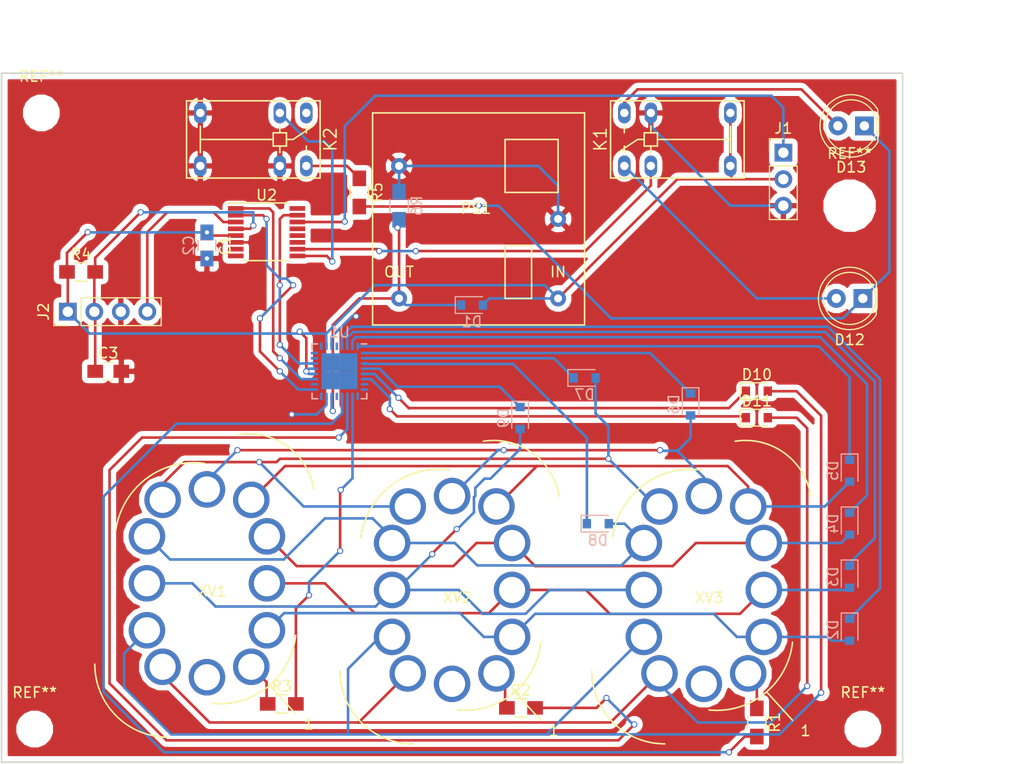
<source format=kicad_pcb>
(kicad_pcb (version 4) (host pcbnew 4.0.7)

  (general
    (links 90)
    (no_connects 0)
    (area 33.146429 61.565 128.778572 129.67)
    (thickness 1.6)
    (drawings 6)
    (tracks 400)
    (zones 0)
    (modules 36)
    (nets 62)
  )

  (page USLetter)
  (layers
    (0 F.Cu signal)
    (31 B.Cu signal)
    (32 B.Adhes user)
    (33 F.Adhes user)
    (34 B.Paste user)
    (35 F.Paste user)
    (36 B.SilkS user)
    (37 F.SilkS user)
    (38 B.Mask user)
    (39 F.Mask user)
    (40 Dwgs.User user)
    (41 Cmts.User user)
    (42 Eco1.User user)
    (43 Eco2.User user)
    (44 Edge.Cuts user)
    (45 Margin user)
    (46 B.CrtYd user)
    (47 F.CrtYd user)
    (48 B.Fab user)
    (49 F.Fab user)
  )

  (setup
    (last_trace_width 0.25)
    (trace_clearance 0.2)
    (zone_clearance 0.508)
    (zone_45_only no)
    (trace_min 0.2)
    (segment_width 0.2)
    (edge_width 0.15)
    (via_size 0.6)
    (via_drill 0.4)
    (via_min_size 0.3)
    (via_min_drill 0.3)
    (uvia_size 0.3)
    (uvia_drill 0.1)
    (uvias_allowed no)
    (uvia_min_size 0.3)
    (uvia_min_drill 0.1)
    (pcb_text_width 0.3)
    (pcb_text_size 1.5 1.5)
    (mod_edge_width 0.15)
    (mod_text_size 1 1)
    (mod_text_width 0.15)
    (pad_size 1.524 1.524)
    (pad_drill 0.762)
    (pad_to_mask_clearance 0.1)
    (aux_axis_origin 38.1 62.23)
    (grid_origin 146.05 113.03)
    (visible_elements 7FFFFFFF)
    (pcbplotparams
      (layerselection 0x010fc_80000001)
      (usegerberextensions true)
      (excludeedgelayer true)
      (linewidth 0.100000)
      (plotframeref false)
      (viasonmask false)
      (mode 1)
      (useauxorigin false)
      (hpglpennumber 1)
      (hpglpenspeed 20)
      (hpglpendiameter 15)
      (hpglpenoverlay 2)
      (psnegative false)
      (psa4output false)
      (plotreference true)
      (plotvalue true)
      (plotinvisibletext false)
      (padsonsilk false)
      (subtractmaskfromsilk false)
      (outputformat 1)
      (mirror false)
      (drillshape 0)
      (scaleselection 1)
      (outputdirectory gerbers/))
  )

  (net 0 "")
  (net 1 VBAT)
  (net 2 Earth)
  (net 3 RST)
  (net 4 VPP)
  (net 5 KEY)
  (net 6 TEST)
  (net 7 "Net-(R1-Pad1)")
  (net 8 "Net-(R1-Pad2)")
  (net 9 "Net-(R2-Pad1)")
  (net 10 "Net-(R2-Pad2)")
  (net 11 "Net-(R3-Pad1)")
  (net 12 "Net-(R3-Pad2)")
  (net 13 /if_6)
  (net 14 /if_5)
  (net 15 /if_4)
  (net 16 /if_3)
  (net 17 /if_2)
  (net 18 /if_1)
  (net 19 "Net-(U1-Pad7)")
  (net 20 "Net-(U1-Pad8)")
  (net 21 "Net-(U1-Pad9)")
  (net 22 "Net-(U1-Pad13)")
  (net 23 "Net-(U1-Pad16)")
  (net 24 "Net-(U1-Pad17)")
  (net 25 "Net-(U1-Pad18)")
  (net 26 "Net-(U1-Pad19)")
  (net 27 "Net-(U1-Pad22)")
  (net 28 "Net-(U1-Pad23)")
  (net 29 "Net-(U1-Pad24)")
  (net 30 "Net-(U1-Pad25)")
  (net 31 "Net-(U1-Pad28)")
  (net 32 /if_0)
  (net 33 /if_9)
  (net 34 /if_8)
  (net 35 /if_7)
  (net 36 "Net-(U2-Pad7)")
  (net 37 "Net-(U2-Pad8)")
  (net 38 "Net-(U2-Pad11)")
  (net 39 "Net-(U2-Pad12)")
  (net 40 "Net-(U2-Pad13)")
  (net 41 "Net-(U2-Pad16)")
  (net 42 "Net-(XV1-Pad12)")
  (net 43 "Net-(XV2-Pad12)")
  (net 44 "Net-(XV3-Pad12)")
  (net 45 "Net-(D2-Pad1)")
  (net 46 "Net-(D3-Pad1)")
  (net 47 "Net-(D4-Pad1)")
  (net 48 "Net-(D5-Pad1)")
  (net 49 "Net-(D6-Pad1)")
  (net 50 "Net-(D7-Pad1)")
  (net 51 "Net-(D8-Pad1)")
  (net 52 "Net-(D9-Pad1)")
  (net 53 "Net-(D10-Pad1)")
  (net 54 "Net-(D11-Pad1)")
  (net 55 "Net-(D12-Pad1)")
  (net 56 "Net-(D12-Pad2)")
  (net 57 "Net-(D13-Pad2)")
  (net 58 L_IN)
  (net 59 "Net-(K2-Pad10)")
  (net 60 "Net-(K2-Pad1)")
  (net 61 L_OUT)

  (net_class Default "This is the default net class."
    (clearance 0.2)
    (trace_width 0.25)
    (via_dia 0.6)
    (via_drill 0.4)
    (uvia_dia 0.3)
    (uvia_drill 0.1)
    (add_net /if_0)
    (add_net /if_1)
    (add_net /if_2)
    (add_net /if_3)
    (add_net /if_4)
    (add_net /if_5)
    (add_net /if_6)
    (add_net /if_7)
    (add_net /if_8)
    (add_net /if_9)
    (add_net Earth)
    (add_net KEY)
    (add_net L_IN)
    (add_net L_OUT)
    (add_net "Net-(D10-Pad1)")
    (add_net "Net-(D11-Pad1)")
    (add_net "Net-(D12-Pad1)")
    (add_net "Net-(D12-Pad2)")
    (add_net "Net-(D13-Pad2)")
    (add_net "Net-(D2-Pad1)")
    (add_net "Net-(D3-Pad1)")
    (add_net "Net-(D4-Pad1)")
    (add_net "Net-(D5-Pad1)")
    (add_net "Net-(D6-Pad1)")
    (add_net "Net-(D7-Pad1)")
    (add_net "Net-(D8-Pad1)")
    (add_net "Net-(D9-Pad1)")
    (add_net "Net-(K2-Pad1)")
    (add_net "Net-(K2-Pad10)")
    (add_net "Net-(R1-Pad1)")
    (add_net "Net-(R1-Pad2)")
    (add_net "Net-(R2-Pad1)")
    (add_net "Net-(R2-Pad2)")
    (add_net "Net-(R3-Pad1)")
    (add_net "Net-(R3-Pad2)")
    (add_net "Net-(U1-Pad13)")
    (add_net "Net-(U1-Pad16)")
    (add_net "Net-(U1-Pad17)")
    (add_net "Net-(U1-Pad18)")
    (add_net "Net-(U1-Pad19)")
    (add_net "Net-(U1-Pad22)")
    (add_net "Net-(U1-Pad23)")
    (add_net "Net-(U1-Pad24)")
    (add_net "Net-(U1-Pad25)")
    (add_net "Net-(U1-Pad28)")
    (add_net "Net-(U1-Pad7)")
    (add_net "Net-(U1-Pad8)")
    (add_net "Net-(U1-Pad9)")
    (add_net "Net-(U2-Pad11)")
    (add_net "Net-(U2-Pad12)")
    (add_net "Net-(U2-Pad13)")
    (add_net "Net-(U2-Pad16)")
    (add_net "Net-(U2-Pad7)")
    (add_net "Net-(U2-Pad8)")
    (add_net "Net-(XV1-Pad12)")
    (add_net "Net-(XV2-Pad12)")
    (add_net "Net-(XV3-Pad12)")
    (add_net RST)
    (add_net TEST)
    (add_net VBAT)
    (add_net VPP)
  )

  (module Capacitors_SMD:C_0805_HandSoldering (layer F.Cu) (tedit 58AA84A8) (tstamp 59CDD598)
    (at 57.785 78.74 270)
    (descr "Capacitor SMD 0805, hand soldering")
    (tags "capacitor 0805")
    (path /59CD816B)
    (attr smd)
    (fp_text reference C1 (at 0 -1.75 270) (layer F.SilkS)
      (effects (font (size 1 1) (thickness 0.15)))
    )
    (fp_text value "1 uF" (at 0 1.75 270) (layer F.Fab)
      (effects (font (size 1 1) (thickness 0.15)))
    )
    (fp_text user %R (at 0 -1.75 270) (layer F.Fab)
      (effects (font (size 1 1) (thickness 0.15)))
    )
    (fp_line (start -1 0.62) (end -1 -0.62) (layer F.Fab) (width 0.1))
    (fp_line (start 1 0.62) (end -1 0.62) (layer F.Fab) (width 0.1))
    (fp_line (start 1 -0.62) (end 1 0.62) (layer F.Fab) (width 0.1))
    (fp_line (start -1 -0.62) (end 1 -0.62) (layer F.Fab) (width 0.1))
    (fp_line (start 0.5 -0.85) (end -0.5 -0.85) (layer F.SilkS) (width 0.12))
    (fp_line (start -0.5 0.85) (end 0.5 0.85) (layer F.SilkS) (width 0.12))
    (fp_line (start -2.25 -0.88) (end 2.25 -0.88) (layer F.CrtYd) (width 0.05))
    (fp_line (start -2.25 -0.88) (end -2.25 0.87) (layer F.CrtYd) (width 0.05))
    (fp_line (start 2.25 0.87) (end 2.25 -0.88) (layer F.CrtYd) (width 0.05))
    (fp_line (start 2.25 0.87) (end -2.25 0.87) (layer F.CrtYd) (width 0.05))
    (pad 1 smd rect (at -1.25 0 270) (size 1.5 1.25) (layers F.Cu F.Paste F.Mask)
      (net 1 VBAT))
    (pad 2 smd rect (at 1.25 0 270) (size 1.5 1.25) (layers F.Cu F.Paste F.Mask)
      (net 2 Earth))
    (model Capacitors_SMD.3dshapes/C_0805.wrl
      (at (xyz 0 0 0))
      (scale (xyz 1 1 1))
      (rotate (xyz 0 0 0))
    )
  )

  (module Capacitors_SMD:C_0805_HandSoldering (layer B.Cu) (tedit 58AA84A8) (tstamp 59CDD59E)
    (at 57.785 78.74 270)
    (descr "Capacitor SMD 0805, hand soldering")
    (tags "capacitor 0805")
    (path /59CD811C)
    (attr smd)
    (fp_text reference C2 (at 0 1.75 270) (layer B.SilkS)
      (effects (font (size 1 1) (thickness 0.15)) (justify mirror))
    )
    (fp_text value "100 nF" (at 0 -1.75 270) (layer B.Fab)
      (effects (font (size 1 1) (thickness 0.15)) (justify mirror))
    )
    (fp_text user %R (at 0 1.75 270) (layer B.Fab)
      (effects (font (size 1 1) (thickness 0.15)) (justify mirror))
    )
    (fp_line (start -1 -0.62) (end -1 0.62) (layer B.Fab) (width 0.1))
    (fp_line (start 1 -0.62) (end -1 -0.62) (layer B.Fab) (width 0.1))
    (fp_line (start 1 0.62) (end 1 -0.62) (layer B.Fab) (width 0.1))
    (fp_line (start -1 0.62) (end 1 0.62) (layer B.Fab) (width 0.1))
    (fp_line (start 0.5 0.85) (end -0.5 0.85) (layer B.SilkS) (width 0.12))
    (fp_line (start -0.5 -0.85) (end 0.5 -0.85) (layer B.SilkS) (width 0.12))
    (fp_line (start -2.25 0.88) (end 2.25 0.88) (layer B.CrtYd) (width 0.05))
    (fp_line (start -2.25 0.88) (end -2.25 -0.87) (layer B.CrtYd) (width 0.05))
    (fp_line (start 2.25 -0.87) (end 2.25 0.88) (layer B.CrtYd) (width 0.05))
    (fp_line (start 2.25 -0.87) (end -2.25 -0.87) (layer B.CrtYd) (width 0.05))
    (pad 1 smd rect (at -1.25 0 270) (size 1.5 1.25) (layers B.Cu B.Paste B.Mask)
      (net 1 VBAT))
    (pad 2 smd rect (at 1.25 0 270) (size 1.5 1.25) (layers B.Cu B.Paste B.Mask)
      (net 2 Earth))
    (model Capacitors_SMD.3dshapes/C_0805.wrl
      (at (xyz 0 0 0))
      (scale (xyz 1 1 1))
      (rotate (xyz 0 0 0))
    )
  )

  (module Capacitors_SMD:C_0805_HandSoldering (layer F.Cu) (tedit 58AA84A8) (tstamp 59CDD5A4)
    (at 48.3235 90.805)
    (descr "Capacitor SMD 0805, hand soldering")
    (tags "capacitor 0805")
    (path /59CD87C7)
    (attr smd)
    (fp_text reference C3 (at 0 -1.75) (layer F.SilkS)
      (effects (font (size 1 1) (thickness 0.15)))
    )
    (fp_text value "1 nF" (at 0 1.75) (layer F.Fab)
      (effects (font (size 1 1) (thickness 0.15)))
    )
    (fp_text user %R (at 0 -1.75) (layer F.Fab)
      (effects (font (size 1 1) (thickness 0.15)))
    )
    (fp_line (start -1 0.62) (end -1 -0.62) (layer F.Fab) (width 0.1))
    (fp_line (start 1 0.62) (end -1 0.62) (layer F.Fab) (width 0.1))
    (fp_line (start 1 -0.62) (end 1 0.62) (layer F.Fab) (width 0.1))
    (fp_line (start -1 -0.62) (end 1 -0.62) (layer F.Fab) (width 0.1))
    (fp_line (start 0.5 -0.85) (end -0.5 -0.85) (layer F.SilkS) (width 0.12))
    (fp_line (start -0.5 0.85) (end 0.5 0.85) (layer F.SilkS) (width 0.12))
    (fp_line (start -2.25 -0.88) (end 2.25 -0.88) (layer F.CrtYd) (width 0.05))
    (fp_line (start -2.25 -0.88) (end -2.25 0.87) (layer F.CrtYd) (width 0.05))
    (fp_line (start 2.25 0.87) (end 2.25 -0.88) (layer F.CrtYd) (width 0.05))
    (fp_line (start 2.25 0.87) (end -2.25 0.87) (layer F.CrtYd) (width 0.05))
    (pad 1 smd rect (at -1.25 0) (size 1.5 1.25) (layers F.Cu F.Paste F.Mask)
      (net 3 RST))
    (pad 2 smd rect (at 1.25 0) (size 1.5 1.25) (layers F.Cu F.Paste F.Mask)
      (net 2 Earth))
    (model Capacitors_SMD.3dshapes/C_0805.wrl
      (at (xyz 0 0 0))
      (scale (xyz 1 1 1))
      (rotate (xyz 0 0 0))
    )
  )

  (module Diodes_SMD:D_0805 (layer B.Cu) (tedit 590CE9A4) (tstamp 59CDD5AA)
    (at 83.185 84.455)
    (descr "Diode SMD in 0805 package http://datasheets.avx.com/schottky.pdf")
    (tags "smd diode")
    (path /59CD784F)
    (attr smd)
    (fp_text reference D1 (at 0 1.6) (layer B.SilkS)
      (effects (font (size 1 1) (thickness 0.15)) (justify mirror))
    )
    (fp_text value D (at 0 -1.7) (layer B.Fab)
      (effects (font (size 1 1) (thickness 0.15)) (justify mirror))
    )
    (fp_text user %R (at 0 1.6) (layer B.Fab)
      (effects (font (size 1 1) (thickness 0.15)) (justify mirror))
    )
    (fp_line (start -1.6 0.8) (end -1.6 -0.8) (layer B.SilkS) (width 0.12))
    (fp_line (start -1.7 -0.88) (end -1.7 0.88) (layer B.CrtYd) (width 0.05))
    (fp_line (start 1.7 -0.88) (end -1.7 -0.88) (layer B.CrtYd) (width 0.05))
    (fp_line (start 1.7 0.88) (end 1.7 -0.88) (layer B.CrtYd) (width 0.05))
    (fp_line (start -1.7 0.88) (end 1.7 0.88) (layer B.CrtYd) (width 0.05))
    (fp_line (start 0.2 0) (end 0.4 0) (layer B.Fab) (width 0.1))
    (fp_line (start -0.1 0) (end -0.3 0) (layer B.Fab) (width 0.1))
    (fp_line (start -0.1 0.2) (end -0.1 -0.2) (layer B.Fab) (width 0.1))
    (fp_line (start 0.2 -0.2) (end 0.2 0.2) (layer B.Fab) (width 0.1))
    (fp_line (start -0.1 0) (end 0.2 -0.2) (layer B.Fab) (width 0.1))
    (fp_line (start 0.2 0.2) (end -0.1 0) (layer B.Fab) (width 0.1))
    (fp_line (start -1 -0.65) (end -1 0.65) (layer B.Fab) (width 0.1))
    (fp_line (start 1 -0.65) (end -1 -0.65) (layer B.Fab) (width 0.1))
    (fp_line (start 1 0.65) (end 1 -0.65) (layer B.Fab) (width 0.1))
    (fp_line (start -1 0.65) (end 1 0.65) (layer B.Fab) (width 0.1))
    (fp_line (start -1.6 -0.8) (end 1 -0.8) (layer B.SilkS) (width 0.12))
    (fp_line (start -1.6 0.8) (end 1 0.8) (layer B.SilkS) (width 0.12))
    (pad 1 smd rect (at -1.05 0) (size 0.8 0.9) (layers B.Cu B.Paste B.Mask)
      (net 4 VPP))
    (pad 2 smd rect (at 1.05 0) (size 0.8 0.9) (layers B.Cu B.Paste B.Mask)
      (net 1 VBAT))
    (model ${KISYS3DMOD}/Diodes_SMD.3dshapes/D_0805.wrl
      (at (xyz 0 0 0))
      (scale (xyz 1 1 1))
      (rotate (xyz 0 0 0))
    )
  )

  (module Pin_Headers:Pin_Header_Straight_1x03_Pitch2.54mm (layer F.Cu) (tedit 59650532) (tstamp 59CDD5B1)
    (at 113.03 69.85)
    (descr "Through hole straight pin header, 1x03, 2.54mm pitch, single row")
    (tags "Through hole pin header THT 1x03 2.54mm single row")
    (path /59CDCCD0)
    (fp_text reference J1 (at 0 -2.33) (layer F.SilkS)
      (effects (font (size 1 1) (thickness 0.15)))
    )
    (fp_text value BATTERY (at 0 7.41) (layer F.Fab)
      (effects (font (size 1 1) (thickness 0.15)))
    )
    (fp_line (start -0.635 -1.27) (end 1.27 -1.27) (layer F.Fab) (width 0.1))
    (fp_line (start 1.27 -1.27) (end 1.27 6.35) (layer F.Fab) (width 0.1))
    (fp_line (start 1.27 6.35) (end -1.27 6.35) (layer F.Fab) (width 0.1))
    (fp_line (start -1.27 6.35) (end -1.27 -0.635) (layer F.Fab) (width 0.1))
    (fp_line (start -1.27 -0.635) (end -0.635 -1.27) (layer F.Fab) (width 0.1))
    (fp_line (start -1.33 6.41) (end 1.33 6.41) (layer F.SilkS) (width 0.12))
    (fp_line (start -1.33 1.27) (end -1.33 6.41) (layer F.SilkS) (width 0.12))
    (fp_line (start 1.33 1.27) (end 1.33 6.41) (layer F.SilkS) (width 0.12))
    (fp_line (start -1.33 1.27) (end 1.33 1.27) (layer F.SilkS) (width 0.12))
    (fp_line (start -1.33 0) (end -1.33 -1.33) (layer F.SilkS) (width 0.12))
    (fp_line (start -1.33 -1.33) (end 0 -1.33) (layer F.SilkS) (width 0.12))
    (fp_line (start -1.8 -1.8) (end -1.8 6.85) (layer F.CrtYd) (width 0.05))
    (fp_line (start -1.8 6.85) (end 1.8 6.85) (layer F.CrtYd) (width 0.05))
    (fp_line (start 1.8 6.85) (end 1.8 -1.8) (layer F.CrtYd) (width 0.05))
    (fp_line (start 1.8 -1.8) (end -1.8 -1.8) (layer F.CrtYd) (width 0.05))
    (fp_text user %R (at 0 2.54 90) (layer F.Fab)
      (effects (font (size 1 1) (thickness 0.15)))
    )
    (pad 1 thru_hole rect (at 0 0) (size 1.7 1.7) (drill 1) (layers *.Cu *.Mask)
      (net 5 KEY))
    (pad 2 thru_hole oval (at 0 2.54) (size 1.7 1.7) (drill 1) (layers *.Cu *.Mask)
      (net 1 VBAT))
    (pad 3 thru_hole oval (at 0 5.08) (size 1.7 1.7) (drill 1) (layers *.Cu *.Mask)
      (net 2 Earth))
    (model ${KISYS3DMOD}/Pin_Headers.3dshapes/Pin_Header_Straight_1x03_Pitch2.54mm.wrl
      (at (xyz 0 0 0))
      (scale (xyz 1 1 1))
      (rotate (xyz 0 0 0))
    )
  )

  (module Pin_Headers:Pin_Header_Straight_1x04_Pitch2.54mm (layer F.Cu) (tedit 59650532) (tstamp 59CDD5B9)
    (at 44.45 85.09 90)
    (descr "Through hole straight pin header, 1x04, 2.54mm pitch, single row")
    (tags "Through hole pin header THT 1x04 2.54mm single row")
    (path /59CDCAD1)
    (fp_text reference J2 (at 0 -2.33 90) (layer F.SilkS)
      (effects (font (size 1 1) (thickness 0.15)))
    )
    (fp_text value JTAG (at 0 9.95 90) (layer F.Fab)
      (effects (font (size 1 1) (thickness 0.15)))
    )
    (fp_line (start -0.635 -1.27) (end 1.27 -1.27) (layer F.Fab) (width 0.1))
    (fp_line (start 1.27 -1.27) (end 1.27 8.89) (layer F.Fab) (width 0.1))
    (fp_line (start 1.27 8.89) (end -1.27 8.89) (layer F.Fab) (width 0.1))
    (fp_line (start -1.27 8.89) (end -1.27 -0.635) (layer F.Fab) (width 0.1))
    (fp_line (start -1.27 -0.635) (end -0.635 -1.27) (layer F.Fab) (width 0.1))
    (fp_line (start -1.33 8.95) (end 1.33 8.95) (layer F.SilkS) (width 0.12))
    (fp_line (start -1.33 1.27) (end -1.33 8.95) (layer F.SilkS) (width 0.12))
    (fp_line (start 1.33 1.27) (end 1.33 8.95) (layer F.SilkS) (width 0.12))
    (fp_line (start -1.33 1.27) (end 1.33 1.27) (layer F.SilkS) (width 0.12))
    (fp_line (start -1.33 0) (end -1.33 -1.33) (layer F.SilkS) (width 0.12))
    (fp_line (start -1.33 -1.33) (end 0 -1.33) (layer F.SilkS) (width 0.12))
    (fp_line (start -1.8 -1.8) (end -1.8 9.4) (layer F.CrtYd) (width 0.05))
    (fp_line (start -1.8 9.4) (end 1.8 9.4) (layer F.CrtYd) (width 0.05))
    (fp_line (start 1.8 9.4) (end 1.8 -1.8) (layer F.CrtYd) (width 0.05))
    (fp_line (start 1.8 -1.8) (end -1.8 -1.8) (layer F.CrtYd) (width 0.05))
    (fp_text user %R (at 0 3.81 180) (layer F.Fab)
      (effects (font (size 1 1) (thickness 0.15)))
    )
    (pad 1 thru_hole rect (at 0 0 90) (size 1.7 1.7) (drill 1) (layers *.Cu *.Mask)
      (net 1 VBAT))
    (pad 2 thru_hole oval (at 0 2.54 90) (size 1.7 1.7) (drill 1) (layers *.Cu *.Mask)
      (net 3 RST))
    (pad 3 thru_hole oval (at 0 5.08 90) (size 1.7 1.7) (drill 1) (layers *.Cu *.Mask)
      (net 2 Earth))
    (pad 4 thru_hole oval (at 0 7.62 90) (size 1.7 1.7) (drill 1) (layers *.Cu *.Mask)
      (net 6 TEST))
    (model ${KISYS3DMOD}/Pin_Headers.3dshapes/Pin_Header_Straight_1x04_Pitch2.54mm.wrl
      (at (xyz 0 0 0))
      (scale (xyz 1 1 1))
      (rotate (xyz 0 0 0))
    )
  )

  (module Resistors_SMD:R_0805_HandSoldering (layer F.Cu) (tedit 58E0A804) (tstamp 59CDD5D5)
    (at 110.49 124.46 270)
    (descr "Resistor SMD 0805, hand soldering")
    (tags "resistor 0805")
    (path /59CD6BC9)
    (attr smd)
    (fp_text reference R1 (at 0 -1.7 270) (layer F.SilkS)
      (effects (font (size 1 1) (thickness 0.15)))
    )
    (fp_text value "44 k" (at 0 1.75 270) (layer F.Fab)
      (effects (font (size 1 1) (thickness 0.15)))
    )
    (fp_text user %R (at 0 0 270) (layer F.Fab)
      (effects (font (size 0.5 0.5) (thickness 0.075)))
    )
    (fp_line (start -1 0.62) (end -1 -0.62) (layer F.Fab) (width 0.1))
    (fp_line (start 1 0.62) (end -1 0.62) (layer F.Fab) (width 0.1))
    (fp_line (start 1 -0.62) (end 1 0.62) (layer F.Fab) (width 0.1))
    (fp_line (start -1 -0.62) (end 1 -0.62) (layer F.Fab) (width 0.1))
    (fp_line (start 0.6 0.88) (end -0.6 0.88) (layer F.SilkS) (width 0.12))
    (fp_line (start -0.6 -0.88) (end 0.6 -0.88) (layer F.SilkS) (width 0.12))
    (fp_line (start -2.35 -0.9) (end 2.35 -0.9) (layer F.CrtYd) (width 0.05))
    (fp_line (start -2.35 -0.9) (end -2.35 0.9) (layer F.CrtYd) (width 0.05))
    (fp_line (start 2.35 0.9) (end 2.35 -0.9) (layer F.CrtYd) (width 0.05))
    (fp_line (start 2.35 0.9) (end -2.35 0.9) (layer F.CrtYd) (width 0.05))
    (pad 1 smd rect (at -1.35 0 270) (size 1.5 1.3) (layers F.Cu F.Paste F.Mask)
      (net 7 "Net-(R1-Pad1)"))
    (pad 2 smd rect (at 1.35 0 270) (size 1.5 1.3) (layers F.Cu F.Paste F.Mask)
      (net 8 "Net-(R1-Pad2)"))
    (model ${KISYS3DMOD}/Resistors_SMD.3dshapes/R_0805.wrl
      (at (xyz 0 0 0))
      (scale (xyz 1 1 1))
      (rotate (xyz 0 0 0))
    )
  )

  (module Resistors_SMD:R_0805_HandSoldering (layer F.Cu) (tedit 58E0A804) (tstamp 59CDD5DB)
    (at 87.884 123.063)
    (descr "Resistor SMD 0805, hand soldering")
    (tags "resistor 0805")
    (path /59CD6B7A)
    (attr smd)
    (fp_text reference R2 (at 0 -1.7) (layer F.SilkS)
      (effects (font (size 1 1) (thickness 0.15)))
    )
    (fp_text value "44 k" (at 0 1.75) (layer F.Fab)
      (effects (font (size 1 1) (thickness 0.15)))
    )
    (fp_text user %R (at 0 0) (layer F.Fab)
      (effects (font (size 0.5 0.5) (thickness 0.075)))
    )
    (fp_line (start -1 0.62) (end -1 -0.62) (layer F.Fab) (width 0.1))
    (fp_line (start 1 0.62) (end -1 0.62) (layer F.Fab) (width 0.1))
    (fp_line (start 1 -0.62) (end 1 0.62) (layer F.Fab) (width 0.1))
    (fp_line (start -1 -0.62) (end 1 -0.62) (layer F.Fab) (width 0.1))
    (fp_line (start 0.6 0.88) (end -0.6 0.88) (layer F.SilkS) (width 0.12))
    (fp_line (start -0.6 -0.88) (end 0.6 -0.88) (layer F.SilkS) (width 0.12))
    (fp_line (start -2.35 -0.9) (end 2.35 -0.9) (layer F.CrtYd) (width 0.05))
    (fp_line (start -2.35 -0.9) (end -2.35 0.9) (layer F.CrtYd) (width 0.05))
    (fp_line (start 2.35 0.9) (end 2.35 -0.9) (layer F.CrtYd) (width 0.05))
    (fp_line (start 2.35 0.9) (end -2.35 0.9) (layer F.CrtYd) (width 0.05))
    (pad 1 smd rect (at -1.35 0) (size 1.5 1.3) (layers F.Cu F.Paste F.Mask)
      (net 9 "Net-(R2-Pad1)"))
    (pad 2 smd rect (at 1.35 0) (size 1.5 1.3) (layers F.Cu F.Paste F.Mask)
      (net 10 "Net-(R2-Pad2)"))
    (model ${KISYS3DMOD}/Resistors_SMD.3dshapes/R_0805.wrl
      (at (xyz 0 0 0))
      (scale (xyz 1 1 1))
      (rotate (xyz 0 0 0))
    )
  )

  (module Resistors_SMD:R_0805_HandSoldering (layer F.Cu) (tedit 58E0A804) (tstamp 59CDD5E1)
    (at 64.9605 122.682)
    (descr "Resistor SMD 0805, hand soldering")
    (tags "resistor 0805")
    (path /59CD6B0B)
    (attr smd)
    (fp_text reference R3 (at 0 -1.7) (layer F.SilkS)
      (effects (font (size 1 1) (thickness 0.15)))
    )
    (fp_text value "44 k" (at 0 1.75) (layer F.Fab)
      (effects (font (size 1 1) (thickness 0.15)))
    )
    (fp_text user %R (at 0 0) (layer F.Fab)
      (effects (font (size 0.5 0.5) (thickness 0.075)))
    )
    (fp_line (start -1 0.62) (end -1 -0.62) (layer F.Fab) (width 0.1))
    (fp_line (start 1 0.62) (end -1 0.62) (layer F.Fab) (width 0.1))
    (fp_line (start 1 -0.62) (end 1 0.62) (layer F.Fab) (width 0.1))
    (fp_line (start -1 -0.62) (end 1 -0.62) (layer F.Fab) (width 0.1))
    (fp_line (start 0.6 0.88) (end -0.6 0.88) (layer F.SilkS) (width 0.12))
    (fp_line (start -0.6 -0.88) (end 0.6 -0.88) (layer F.SilkS) (width 0.12))
    (fp_line (start -2.35 -0.9) (end 2.35 -0.9) (layer F.CrtYd) (width 0.05))
    (fp_line (start -2.35 -0.9) (end -2.35 0.9) (layer F.CrtYd) (width 0.05))
    (fp_line (start 2.35 0.9) (end 2.35 -0.9) (layer F.CrtYd) (width 0.05))
    (fp_line (start 2.35 0.9) (end -2.35 0.9) (layer F.CrtYd) (width 0.05))
    (pad 1 smd rect (at -1.35 0) (size 1.5 1.3) (layers F.Cu F.Paste F.Mask)
      (net 11 "Net-(R3-Pad1)"))
    (pad 2 smd rect (at 1.35 0) (size 1.5 1.3) (layers F.Cu F.Paste F.Mask)
      (net 12 "Net-(R3-Pad2)"))
    (model ${KISYS3DMOD}/Resistors_SMD.3dshapes/R_0805.wrl
      (at (xyz 0 0 0))
      (scale (xyz 1 1 1))
      (rotate (xyz 0 0 0))
    )
  )

  (module Resistors_SMD:R_0805_HandSoldering (layer F.Cu) (tedit 58E0A804) (tstamp 59CDD5E7)
    (at 45.72 81.28)
    (descr "Resistor SMD 0805, hand soldering")
    (tags "resistor 0805")
    (path /59CD8A26)
    (attr smd)
    (fp_text reference R4 (at 0 -1.7) (layer F.SilkS)
      (effects (font (size 1 1) (thickness 0.15)))
    )
    (fp_text value "47 k" (at 0 1.75) (layer F.Fab)
      (effects (font (size 1 1) (thickness 0.15)))
    )
    (fp_text user %R (at 0 0) (layer F.Fab)
      (effects (font (size 0.5 0.5) (thickness 0.075)))
    )
    (fp_line (start -1 0.62) (end -1 -0.62) (layer F.Fab) (width 0.1))
    (fp_line (start 1 0.62) (end -1 0.62) (layer F.Fab) (width 0.1))
    (fp_line (start 1 -0.62) (end 1 0.62) (layer F.Fab) (width 0.1))
    (fp_line (start -1 -0.62) (end 1 -0.62) (layer F.Fab) (width 0.1))
    (fp_line (start 0.6 0.88) (end -0.6 0.88) (layer F.SilkS) (width 0.12))
    (fp_line (start -0.6 -0.88) (end 0.6 -0.88) (layer F.SilkS) (width 0.12))
    (fp_line (start -2.35 -0.9) (end 2.35 -0.9) (layer F.CrtYd) (width 0.05))
    (fp_line (start -2.35 -0.9) (end -2.35 0.9) (layer F.CrtYd) (width 0.05))
    (fp_line (start 2.35 0.9) (end 2.35 -0.9) (layer F.CrtYd) (width 0.05))
    (fp_line (start 2.35 0.9) (end -2.35 0.9) (layer F.CrtYd) (width 0.05))
    (pad 1 smd rect (at -1.35 0) (size 1.5 1.3) (layers F.Cu F.Paste F.Mask)
      (net 1 VBAT))
    (pad 2 smd rect (at 1.35 0) (size 1.5 1.3) (layers F.Cu F.Paste F.Mask)
      (net 3 RST))
    (model ${KISYS3DMOD}/Resistors_SMD.3dshapes/R_0805.wrl
      (at (xyz 0 0 0))
      (scale (xyz 1 1 1))
      (rotate (xyz 0 0 0))
    )
  )

  (module Housings_DFN_QFN:QFN-32-1EP_5x5mm_Pitch0.5mm (layer B.Cu) (tedit 54130A77) (tstamp 59CDD60F)
    (at 70.485 90.805 180)
    (descr "UH Package; 32-Lead Plastic QFN (5mm x 5mm); (see Linear Technology QFN_32_05-08-1693.pdf)")
    (tags "QFN 0.5")
    (path /59CD4CF3)
    (attr smd)
    (fp_text reference U1 (at 0 3.75 180) (layer B.SilkS)
      (effects (font (size 1 1) (thickness 0.15)) (justify mirror))
    )
    (fp_text value HV509 (at 0 -3.75 180) (layer B.Fab)
      (effects (font (size 1 1) (thickness 0.15)) (justify mirror))
    )
    (fp_line (start -1.5 2.5) (end 2.5 2.5) (layer B.Fab) (width 0.15))
    (fp_line (start 2.5 2.5) (end 2.5 -2.5) (layer B.Fab) (width 0.15))
    (fp_line (start 2.5 -2.5) (end -2.5 -2.5) (layer B.Fab) (width 0.15))
    (fp_line (start -2.5 -2.5) (end -2.5 1.5) (layer B.Fab) (width 0.15))
    (fp_line (start -2.5 1.5) (end -1.5 2.5) (layer B.Fab) (width 0.15))
    (fp_line (start -3 3) (end -3 -3) (layer B.CrtYd) (width 0.05))
    (fp_line (start 3 3) (end 3 -3) (layer B.CrtYd) (width 0.05))
    (fp_line (start -3 3) (end 3 3) (layer B.CrtYd) (width 0.05))
    (fp_line (start -3 -3) (end 3 -3) (layer B.CrtYd) (width 0.05))
    (fp_line (start 2.625 2.625) (end 2.625 2.1) (layer B.SilkS) (width 0.15))
    (fp_line (start -2.625 -2.625) (end -2.625 -2.1) (layer B.SilkS) (width 0.15))
    (fp_line (start 2.625 -2.625) (end 2.625 -2.1) (layer B.SilkS) (width 0.15))
    (fp_line (start -2.625 2.625) (end -2.1 2.625) (layer B.SilkS) (width 0.15))
    (fp_line (start -2.625 -2.625) (end -2.1 -2.625) (layer B.SilkS) (width 0.15))
    (fp_line (start 2.625 -2.625) (end 2.1 -2.625) (layer B.SilkS) (width 0.15))
    (fp_line (start 2.625 2.625) (end 2.1 2.625) (layer B.SilkS) (width 0.15))
    (pad 1 smd rect (at -2.4 1.75 180) (size 0.7 0.25) (layers B.Cu B.Paste B.Mask)
      (net 49 "Net-(D6-Pad1)"))
    (pad 2 smd rect (at -2.4 1.25 180) (size 0.7 0.25) (layers B.Cu B.Paste B.Mask)
      (net 50 "Net-(D7-Pad1)"))
    (pad 3 smd rect (at -2.4 0.75 180) (size 0.7 0.25) (layers B.Cu B.Paste B.Mask)
      (net 51 "Net-(D8-Pad1)"))
    (pad 4 smd rect (at -2.4 0.25 180) (size 0.7 0.25) (layers B.Cu B.Paste B.Mask)
      (net 52 "Net-(D9-Pad1)"))
    (pad 5 smd rect (at -2.4 -0.25 180) (size 0.7 0.25) (layers B.Cu B.Paste B.Mask)
      (net 53 "Net-(D10-Pad1)"))
    (pad 6 smd rect (at -2.4 -0.75 180) (size 0.7 0.25) (layers B.Cu B.Paste B.Mask)
      (net 54 "Net-(D11-Pad1)"))
    (pad 7 smd rect (at -2.4 -1.25 180) (size 0.7 0.25) (layers B.Cu B.Paste B.Mask)
      (net 19 "Net-(U1-Pad7)"))
    (pad 8 smd rect (at -2.4 -1.75 180) (size 0.7 0.25) (layers B.Cu B.Paste B.Mask)
      (net 20 "Net-(U1-Pad8)"))
    (pad 9 smd rect (at -1.75 -2.4 90) (size 0.7 0.25) (layers B.Cu B.Paste B.Mask)
      (net 21 "Net-(U1-Pad9)"))
    (pad 10 smd rect (at -1.25 -2.4 90) (size 0.7 0.25) (layers B.Cu B.Paste B.Mask)
      (net 12 "Net-(R3-Pad2)"))
    (pad 11 smd rect (at -0.75 -2.4 90) (size 0.7 0.25) (layers B.Cu B.Paste B.Mask)
      (net 10 "Net-(R2-Pad2)"))
    (pad 12 smd rect (at -0.25 -2.4 90) (size 0.7 0.25) (layers B.Cu B.Paste B.Mask)
      (net 8 "Net-(R1-Pad2)"))
    (pad 13 smd rect (at 0.25 -2.4 90) (size 0.7 0.25) (layers B.Cu B.Paste B.Mask)
      (net 22 "Net-(U1-Pad13)"))
    (pad 14 smd rect (at 0.75 -2.4 90) (size 0.7 0.25) (layers B.Cu B.Paste B.Mask)
      (net 4 VPP))
    (pad 15 smd rect (at 1.25 -2.4 90) (size 0.7 0.25) (layers B.Cu B.Paste B.Mask)
      (net 2 Earth))
    (pad 16 smd rect (at 1.75 -2.4 90) (size 0.7 0.25) (layers B.Cu B.Paste B.Mask)
      (net 23 "Net-(U1-Pad16)"))
    (pad 17 smd rect (at 2.4 -1.75 180) (size 0.7 0.25) (layers B.Cu B.Paste B.Mask)
      (net 24 "Net-(U1-Pad17)"))
    (pad 18 smd rect (at 2.4 -1.25 180) (size 0.7 0.25) (layers B.Cu B.Paste B.Mask)
      (net 25 "Net-(U1-Pad18)"))
    (pad 19 smd rect (at 2.4 -0.75 180) (size 0.7 0.25) (layers B.Cu B.Paste B.Mask)
      (net 26 "Net-(U1-Pad19)"))
    (pad 20 smd rect (at 2.4 -0.25 180) (size 0.7 0.25) (layers B.Cu B.Paste B.Mask)
      (net 1 VBAT))
    (pad 21 smd rect (at 2.4 0.25 180) (size 0.7 0.25) (layers B.Cu B.Paste B.Mask)
      (net 1 VBAT))
    (pad 22 smd rect (at 2.4 0.75 180) (size 0.7 0.25) (layers B.Cu B.Paste B.Mask)
      (net 27 "Net-(U1-Pad22)"))
    (pad 23 smd rect (at 2.4 1.25 180) (size 0.7 0.25) (layers B.Cu B.Paste B.Mask)
      (net 28 "Net-(U1-Pad23)"))
    (pad 24 smd rect (at 2.4 1.75 180) (size 0.7 0.25) (layers B.Cu B.Paste B.Mask)
      (net 29 "Net-(U1-Pad24)"))
    (pad 25 smd rect (at 1.75 2.4 90) (size 0.7 0.25) (layers B.Cu B.Paste B.Mask)
      (net 30 "Net-(U1-Pad25)"))
    (pad 26 smd rect (at 1.25 2.4 90) (size 0.7 0.25) (layers B.Cu B.Paste B.Mask)
      (net 1 VBAT))
    (pad 27 smd rect (at 0.75 2.4 90) (size 0.7 0.25) (layers B.Cu B.Paste B.Mask)
      (net 2 Earth))
    (pad 28 smd rect (at 0.25 2.4 90) (size 0.7 0.25) (layers B.Cu B.Paste B.Mask)
      (net 31 "Net-(U1-Pad28)"))
    (pad 29 smd rect (at -0.25 2.4 90) (size 0.7 0.25) (layers B.Cu B.Paste B.Mask)
      (net 45 "Net-(D2-Pad1)"))
    (pad 30 smd rect (at -0.75 2.4 90) (size 0.7 0.25) (layers B.Cu B.Paste B.Mask)
      (net 46 "Net-(D3-Pad1)"))
    (pad 31 smd rect (at -1.25 2.4 90) (size 0.7 0.25) (layers B.Cu B.Paste B.Mask)
      (net 47 "Net-(D4-Pad1)"))
    (pad 32 smd rect (at -1.75 2.4 90) (size 0.7 0.25) (layers B.Cu B.Paste B.Mask)
      (net 48 "Net-(D5-Pad1)"))
    (pad 33 smd rect (at 0.8625 -0.8625 180) (size 1.725 1.725) (layers B.Cu B.Paste B.Mask)
      (solder_paste_margin_ratio -0.2))
    (pad 33 smd rect (at 0.8625 0.8625 180) (size 1.725 1.725) (layers B.Cu B.Paste B.Mask)
      (solder_paste_margin_ratio -0.2))
    (pad 33 smd rect (at -0.8625 -0.8625 180) (size 1.725 1.725) (layers B.Cu B.Paste B.Mask)
      (solder_paste_margin_ratio -0.2))
    (pad 33 smd rect (at -0.8625 0.8625 180) (size 1.725 1.725) (layers B.Cu B.Paste B.Mask)
      (solder_paste_margin_ratio -0.2))
    (model ${KISYS3DMOD}/Housings_DFN_QFN.3dshapes/QFN-32-1EP_5x5mm_Pitch0.5mm.wrl
      (at (xyz 0 0 0))
      (scale (xyz 1 1 1))
      (rotate (xyz 0 0 0))
    )
  )

  (module Housings_SSOP:TSSOP-16_4.4x5mm_Pitch0.65mm (layer F.Cu) (tedit 54130A77) (tstamp 59CDD623)
    (at 63.5 77.47)
    (descr "16-Lead Plastic Thin Shrink Small Outline (ST)-4.4 mm Body [TSSOP] (see Microchip Packaging Specification 00000049BS.pdf)")
    (tags "SSOP 0.65")
    (path /59CD45F3)
    (attr smd)
    (fp_text reference U2 (at 0 -3.55) (layer F.SilkS)
      (effects (font (size 1 1) (thickness 0.15)))
    )
    (fp_text value MSP430FR2100IPW (at 0 3.55) (layer F.Fab)
      (effects (font (size 1 1) (thickness 0.15)))
    )
    (fp_line (start -1.2 -2.5) (end 2.2 -2.5) (layer F.Fab) (width 0.15))
    (fp_line (start 2.2 -2.5) (end 2.2 2.5) (layer F.Fab) (width 0.15))
    (fp_line (start 2.2 2.5) (end -2.2 2.5) (layer F.Fab) (width 0.15))
    (fp_line (start -2.2 2.5) (end -2.2 -1.5) (layer F.Fab) (width 0.15))
    (fp_line (start -2.2 -1.5) (end -1.2 -2.5) (layer F.Fab) (width 0.15))
    (fp_line (start -3.95 -2.9) (end -3.95 2.8) (layer F.CrtYd) (width 0.05))
    (fp_line (start 3.95 -2.9) (end 3.95 2.8) (layer F.CrtYd) (width 0.05))
    (fp_line (start -3.95 -2.9) (end 3.95 -2.9) (layer F.CrtYd) (width 0.05))
    (fp_line (start -3.95 2.8) (end 3.95 2.8) (layer F.CrtYd) (width 0.05))
    (fp_line (start -2.2 2.725) (end 2.2 2.725) (layer F.SilkS) (width 0.15))
    (fp_line (start -3.775 -2.8) (end 2.2 -2.8) (layer F.SilkS) (width 0.15))
    (fp_text user %R (at 0 0) (layer F.Fab)
      (effects (font (size 0.8 0.8) (thickness 0.15)))
    )
    (pad 1 smd rect (at -2.95 -2.275) (size 1.5 0.45) (layers F.Cu F.Paste F.Mask)
      (net 26 "Net-(U1-Pad19)"))
    (pad 2 smd rect (at -2.95 -1.625) (size 1.5 0.45) (layers F.Cu F.Paste F.Mask)
      (net 27 "Net-(U1-Pad22)"))
    (pad 3 smd rect (at -2.95 -0.975) (size 1.5 0.45) (layers F.Cu F.Paste F.Mask)
      (net 6 TEST))
    (pad 4 smd rect (at -2.95 -0.325) (size 1.5 0.45) (layers F.Cu F.Paste F.Mask)
      (net 3 RST))
    (pad 5 smd rect (at -2.95 0.325) (size 1.5 0.45) (layers F.Cu F.Paste F.Mask)
      (net 1 VBAT))
    (pad 6 smd rect (at -2.95 0.975) (size 1.5 0.45) (layers F.Cu F.Paste F.Mask)
      (net 2 Earth))
    (pad 7 smd rect (at -2.95 1.625) (size 1.5 0.45) (layers F.Cu F.Paste F.Mask)
      (net 36 "Net-(U2-Pad7)"))
    (pad 8 smd rect (at -2.95 2.275) (size 1.5 0.45) (layers F.Cu F.Paste F.Mask)
      (net 37 "Net-(U2-Pad8)"))
    (pad 9 smd rect (at 2.95 2.275) (size 1.5 0.45) (layers F.Cu F.Paste F.Mask)
      (net 61 L_OUT))
    (pad 10 smd rect (at 2.95 1.625) (size 1.5 0.45) (layers F.Cu F.Paste F.Mask)
      (net 58 L_IN))
    (pad 11 smd rect (at 2.95 0.975) (size 1.5 0.45) (layers F.Cu F.Paste F.Mask)
      (net 38 "Net-(U2-Pad11)"))
    (pad 12 smd rect (at 2.95 0.325) (size 1.5 0.45) (layers F.Cu F.Paste F.Mask)
      (net 39 "Net-(U2-Pad12)"))
    (pad 13 smd rect (at 2.95 -0.325) (size 1.5 0.45) (layers F.Cu F.Paste F.Mask)
      (net 40 "Net-(U2-Pad13)"))
    (pad 14 smd rect (at 2.95 -0.975) (size 1.5 0.45) (layers F.Cu F.Paste F.Mask)
      (net 5 KEY))
    (pad 15 smd rect (at 2.95 -1.625) (size 1.5 0.45) (layers F.Cu F.Paste F.Mask)
      (net 24 "Net-(U1-Pad17)"))
    (pad 16 smd rect (at 2.95 -2.275) (size 1.5 0.45) (layers F.Cu F.Paste F.Mask)
      (net 41 "Net-(U2-Pad16)"))
    (model ${KISYS3DMOD}/Housings_SSOP.3dshapes/TSSOP-16_4.4x5mm_Pitch0.65mm.wrl
      (at (xyz 0 0 0))
      (scale (xyz 1 1 1))
      (rotate (xyz 0 0 0))
    )
  )

  (module halloween:IF12 (layer F.Cu) (tedit 59CDD194) (tstamp 59CDD639)
    (at 57.785 111.125)
    (path /59CD4F09)
    (fp_text reference XV1 (at 0.5 0.75) (layer F.SilkS)
      (effects (font (size 1 1) (thickness 0.15)))
    )
    (fp_text value IF-12 (at 0 -1.25) (layer F.Fab)
      (effects (font (size 1 1) (thickness 0.15)))
    )
    (fp_line (start 6 9.75) (end 8.5 12.5) (layer F.SilkS) (width 0.15))
    (fp_arc (start -3.75 7.75) (end -3.75 14.75) (angle 90) (layer F.SilkS) (width 0.15))
    (fp_arc (start 1.25 4.25) (end 8.5 5) (angle 90) (layer F.SilkS) (width 0.15))
    (fp_arc (start 4 -8) (end 3 -14.25) (angle 90) (layer F.SilkS) (width 0.15))
    (fp_arc (start -1.25 -4) (end -8.75 -5) (angle 90) (layer F.SilkS) (width 0.15))
    (fp_text user 1 (at 9.75 13.5) (layer F.SilkS)
      (effects (font (size 1 1) (thickness 0.15)))
    )
    (pad 6 thru_hole circle (at 0 -9) (size 3.5 3.5) (drill 2.5) (layers *.Cu *.Mask)
      (net 13 /if_6))
    (pad 12 thru_hole circle (at 0 9) (size 3.5 3.5) (drill 2.5) (layers *.Cu *.Mask)
      (net 42 "Net-(XV1-Pad12)"))
    (pad 9 thru_hole circle (at -5.75 0) (size 3.5 3.5) (drill 2.5) (layers *.Cu *.Mask)
      (net 16 /if_3))
    (pad 3 thru_hole circle (at 5.75 0) (size 3.5 3.5) (drill 2.5) (layers *.Cu *.Mask)
      (net 33 /if_9))
    (pad 4 thru_hole circle (at 5.75 -4.5) (size 3.5 3.5) (drill 2.5) (layers *.Cu *.Mask)
      (net 34 /if_8))
    (pad 5 thru_hole circle (at 4.25 -8) (size 3.5 3.5) (drill 2.5) (layers *.Cu *.Mask)
      (net 35 /if_7))
    (pad 7 thru_hole circle (at -4.25 -8) (size 3.5 3.5) (drill 2.5) (layers *.Cu *.Mask)
      (net 14 /if_5))
    (pad 8 thru_hole circle (at -5.75 -4.5) (size 3.5 3.5) (drill 2.5) (layers *.Cu *.Mask)
      (net 15 /if_4))
    (pad 2 thru_hole circle (at 5.75 4.5) (size 3.5 3.5) (drill 2.5) (layers *.Cu *.Mask)
      (net 32 /if_0))
    (pad 10 thru_hole circle (at -5.75 4.5) (size 3.5 3.5) (drill 2.5) (layers *.Cu *.Mask)
      (net 17 /if_2))
    (pad 11 thru_hole circle (at -4.25 8) (size 3.5 3.5) (drill 2.5) (layers *.Cu *.Mask)
      (net 18 /if_1))
    (pad 1 thru_hole circle (at 4.25 8) (size 3.5 3.5) (drill 2.5) (layers *.Cu *.Mask)
      (net 11 "Net-(R3-Pad1)"))
  )

  (module halloween:IF12 (layer F.Cu) (tedit 59CDD194) (tstamp 59CDD64F)
    (at 81.28 111.76)
    (path /59CD4F46)
    (fp_text reference XV2 (at 0.5 0.75) (layer F.SilkS)
      (effects (font (size 1 1) (thickness 0.15)))
    )
    (fp_text value IF-12 (at 0 -1.25) (layer F.Fab)
      (effects (font (size 1 1) (thickness 0.15)))
    )
    (fp_line (start 6 9.75) (end 8.5 12.5) (layer F.SilkS) (width 0.15))
    (fp_arc (start -3.75 7.75) (end -3.75 14.75) (angle 90) (layer F.SilkS) (width 0.15))
    (fp_arc (start 1.25 4.25) (end 8.5 5) (angle 90) (layer F.SilkS) (width 0.15))
    (fp_arc (start 4 -8) (end 3 -14.25) (angle 90) (layer F.SilkS) (width 0.15))
    (fp_arc (start -1.25 -4) (end -8.75 -5) (angle 90) (layer F.SilkS) (width 0.15))
    (fp_text user 1 (at 9.75 13.5) (layer F.SilkS)
      (effects (font (size 1 1) (thickness 0.15)))
    )
    (pad 6 thru_hole circle (at 0 -9) (size 3.5 3.5) (drill 2.5) (layers *.Cu *.Mask)
      (net 13 /if_6))
    (pad 12 thru_hole circle (at 0 9) (size 3.5 3.5) (drill 2.5) (layers *.Cu *.Mask)
      (net 43 "Net-(XV2-Pad12)"))
    (pad 9 thru_hole circle (at -5.75 0) (size 3.5 3.5) (drill 2.5) (layers *.Cu *.Mask)
      (net 16 /if_3))
    (pad 3 thru_hole circle (at 5.75 0) (size 3.5 3.5) (drill 2.5) (layers *.Cu *.Mask)
      (net 33 /if_9))
    (pad 4 thru_hole circle (at 5.75 -4.5) (size 3.5 3.5) (drill 2.5) (layers *.Cu *.Mask)
      (net 34 /if_8))
    (pad 5 thru_hole circle (at 4.25 -8) (size 3.5 3.5) (drill 2.5) (layers *.Cu *.Mask)
      (net 35 /if_7))
    (pad 7 thru_hole circle (at -4.25 -8) (size 3.5 3.5) (drill 2.5) (layers *.Cu *.Mask)
      (net 14 /if_5))
    (pad 8 thru_hole circle (at -5.75 -4.5) (size 3.5 3.5) (drill 2.5) (layers *.Cu *.Mask)
      (net 15 /if_4))
    (pad 2 thru_hole circle (at 5.75 4.5) (size 3.5 3.5) (drill 2.5) (layers *.Cu *.Mask)
      (net 32 /if_0))
    (pad 10 thru_hole circle (at -5.75 4.5) (size 3.5 3.5) (drill 2.5) (layers *.Cu *.Mask)
      (net 17 /if_2))
    (pad 11 thru_hole circle (at -4.25 8) (size 3.5 3.5) (drill 2.5) (layers *.Cu *.Mask)
      (net 18 /if_1))
    (pad 1 thru_hole circle (at 4.25 8) (size 3.5 3.5) (drill 2.5) (layers *.Cu *.Mask)
      (net 9 "Net-(R2-Pad1)"))
  )

  (module halloween:IF12 (layer F.Cu) (tedit 59CDD194) (tstamp 59CDD665)
    (at 105.41 111.76)
    (path /59CD4F8D)
    (fp_text reference XV3 (at 0.5 0.75) (layer F.SilkS)
      (effects (font (size 1 1) (thickness 0.15)))
    )
    (fp_text value IF-12 (at 0 -1.25) (layer F.Fab)
      (effects (font (size 1 1) (thickness 0.15)))
    )
    (fp_line (start 6 9.75) (end 8.5 12.5) (layer F.SilkS) (width 0.15))
    (fp_arc (start -3.75 7.75) (end -3.75 14.75) (angle 90) (layer F.SilkS) (width 0.15))
    (fp_arc (start 1.25 4.25) (end 8.5 5) (angle 90) (layer F.SilkS) (width 0.15))
    (fp_arc (start 4 -8) (end 3 -14.25) (angle 90) (layer F.SilkS) (width 0.15))
    (fp_arc (start -1.25 -4) (end -8.75 -5) (angle 90) (layer F.SilkS) (width 0.15))
    (fp_text user 1 (at 9.75 13.5) (layer F.SilkS)
      (effects (font (size 1 1) (thickness 0.15)))
    )
    (pad 6 thru_hole circle (at 0 -9) (size 3.5 3.5) (drill 2.5) (layers *.Cu *.Mask)
      (net 13 /if_6))
    (pad 12 thru_hole circle (at 0 9) (size 3.5 3.5) (drill 2.5) (layers *.Cu *.Mask)
      (net 44 "Net-(XV3-Pad12)"))
    (pad 9 thru_hole circle (at -5.75 0) (size 3.5 3.5) (drill 2.5) (layers *.Cu *.Mask)
      (net 16 /if_3))
    (pad 3 thru_hole circle (at 5.75 0) (size 3.5 3.5) (drill 2.5) (layers *.Cu *.Mask)
      (net 33 /if_9))
    (pad 4 thru_hole circle (at 5.75 -4.5) (size 3.5 3.5) (drill 2.5) (layers *.Cu *.Mask)
      (net 34 /if_8))
    (pad 5 thru_hole circle (at 4.25 -8) (size 3.5 3.5) (drill 2.5) (layers *.Cu *.Mask)
      (net 35 /if_7))
    (pad 7 thru_hole circle (at -4.25 -8) (size 3.5 3.5) (drill 2.5) (layers *.Cu *.Mask)
      (net 14 /if_5))
    (pad 8 thru_hole circle (at -5.75 -4.5) (size 3.5 3.5) (drill 2.5) (layers *.Cu *.Mask)
      (net 15 /if_4))
    (pad 2 thru_hole circle (at 5.75 4.5) (size 3.5 3.5) (drill 2.5) (layers *.Cu *.Mask)
      (net 32 /if_0))
    (pad 10 thru_hole circle (at -5.75 4.5) (size 3.5 3.5) (drill 2.5) (layers *.Cu *.Mask)
      (net 17 /if_2))
    (pad 11 thru_hole circle (at -4.25 8) (size 3.5 3.5) (drill 2.5) (layers *.Cu *.Mask)
      (net 18 /if_1))
    (pad 1 thru_hole circle (at 4.25 8) (size 3.5 3.5) (drill 2.5) (layers *.Cu *.Mask)
      (net 7 "Net-(R1-Pad1)"))
  )

  (module Diodes_SMD:D_0805 (layer B.Cu) (tedit 590CE9A4) (tstamp 59DE8213)
    (at 119.38 115.57 270)
    (descr "Diode SMD in 0805 package http://datasheets.avx.com/schottky.pdf")
    (tags "smd diode")
    (path /59DE6768)
    (attr smd)
    (fp_text reference D2 (at 0 1.6 270) (layer B.SilkS)
      (effects (font (size 1 1) (thickness 0.15)) (justify mirror))
    )
    (fp_text value D (at 0 -1.7 270) (layer B.Fab)
      (effects (font (size 1 1) (thickness 0.15)) (justify mirror))
    )
    (fp_text user %R (at 0 1.6 270) (layer B.Fab)
      (effects (font (size 1 1) (thickness 0.15)) (justify mirror))
    )
    (fp_line (start -1.6 0.8) (end -1.6 -0.8) (layer B.SilkS) (width 0.12))
    (fp_line (start -1.7 -0.88) (end -1.7 0.88) (layer B.CrtYd) (width 0.05))
    (fp_line (start 1.7 -0.88) (end -1.7 -0.88) (layer B.CrtYd) (width 0.05))
    (fp_line (start 1.7 0.88) (end 1.7 -0.88) (layer B.CrtYd) (width 0.05))
    (fp_line (start -1.7 0.88) (end 1.7 0.88) (layer B.CrtYd) (width 0.05))
    (fp_line (start 0.2 0) (end 0.4 0) (layer B.Fab) (width 0.1))
    (fp_line (start -0.1 0) (end -0.3 0) (layer B.Fab) (width 0.1))
    (fp_line (start -0.1 0.2) (end -0.1 -0.2) (layer B.Fab) (width 0.1))
    (fp_line (start 0.2 -0.2) (end 0.2 0.2) (layer B.Fab) (width 0.1))
    (fp_line (start -0.1 0) (end 0.2 -0.2) (layer B.Fab) (width 0.1))
    (fp_line (start 0.2 0.2) (end -0.1 0) (layer B.Fab) (width 0.1))
    (fp_line (start -1 -0.65) (end -1 0.65) (layer B.Fab) (width 0.1))
    (fp_line (start 1 -0.65) (end -1 -0.65) (layer B.Fab) (width 0.1))
    (fp_line (start 1 0.65) (end 1 -0.65) (layer B.Fab) (width 0.1))
    (fp_line (start -1 0.65) (end 1 0.65) (layer B.Fab) (width 0.1))
    (fp_line (start -1.6 -0.8) (end 1 -0.8) (layer B.SilkS) (width 0.12))
    (fp_line (start -1.6 0.8) (end 1 0.8) (layer B.SilkS) (width 0.12))
    (pad 1 smd rect (at -1.05 0 270) (size 0.8 0.9) (layers B.Cu B.Paste B.Mask)
      (net 45 "Net-(D2-Pad1)"))
    (pad 2 smd rect (at 1.05 0 270) (size 0.8 0.9) (layers B.Cu B.Paste B.Mask)
      (net 32 /if_0))
    (model ${KISYS3DMOD}/Diodes_SMD.3dshapes/D_0805.wrl
      (at (xyz 0 0 0))
      (scale (xyz 1 1 1))
      (rotate (xyz 0 0 0))
    )
  )

  (module Diodes_SMD:D_0805 (layer B.Cu) (tedit 590CE9A4) (tstamp 59DE8219)
    (at 119.38 110.49 270)
    (descr "Diode SMD in 0805 package http://datasheets.avx.com/schottky.pdf")
    (tags "smd diode")
    (path /59DE67D8)
    (attr smd)
    (fp_text reference D3 (at 0 1.6 270) (layer B.SilkS)
      (effects (font (size 1 1) (thickness 0.15)) (justify mirror))
    )
    (fp_text value D (at 0 -1.7 270) (layer B.Fab)
      (effects (font (size 1 1) (thickness 0.15)) (justify mirror))
    )
    (fp_text user %R (at 0 1.6 270) (layer B.Fab)
      (effects (font (size 1 1) (thickness 0.15)) (justify mirror))
    )
    (fp_line (start -1.6 0.8) (end -1.6 -0.8) (layer B.SilkS) (width 0.12))
    (fp_line (start -1.7 -0.88) (end -1.7 0.88) (layer B.CrtYd) (width 0.05))
    (fp_line (start 1.7 -0.88) (end -1.7 -0.88) (layer B.CrtYd) (width 0.05))
    (fp_line (start 1.7 0.88) (end 1.7 -0.88) (layer B.CrtYd) (width 0.05))
    (fp_line (start -1.7 0.88) (end 1.7 0.88) (layer B.CrtYd) (width 0.05))
    (fp_line (start 0.2 0) (end 0.4 0) (layer B.Fab) (width 0.1))
    (fp_line (start -0.1 0) (end -0.3 0) (layer B.Fab) (width 0.1))
    (fp_line (start -0.1 0.2) (end -0.1 -0.2) (layer B.Fab) (width 0.1))
    (fp_line (start 0.2 -0.2) (end 0.2 0.2) (layer B.Fab) (width 0.1))
    (fp_line (start -0.1 0) (end 0.2 -0.2) (layer B.Fab) (width 0.1))
    (fp_line (start 0.2 0.2) (end -0.1 0) (layer B.Fab) (width 0.1))
    (fp_line (start -1 -0.65) (end -1 0.65) (layer B.Fab) (width 0.1))
    (fp_line (start 1 -0.65) (end -1 -0.65) (layer B.Fab) (width 0.1))
    (fp_line (start 1 0.65) (end 1 -0.65) (layer B.Fab) (width 0.1))
    (fp_line (start -1 0.65) (end 1 0.65) (layer B.Fab) (width 0.1))
    (fp_line (start -1.6 -0.8) (end 1 -0.8) (layer B.SilkS) (width 0.12))
    (fp_line (start -1.6 0.8) (end 1 0.8) (layer B.SilkS) (width 0.12))
    (pad 1 smd rect (at -1.05 0 270) (size 0.8 0.9) (layers B.Cu B.Paste B.Mask)
      (net 46 "Net-(D3-Pad1)"))
    (pad 2 smd rect (at 1.05 0 270) (size 0.8 0.9) (layers B.Cu B.Paste B.Mask)
      (net 33 /if_9))
    (model ${KISYS3DMOD}/Diodes_SMD.3dshapes/D_0805.wrl
      (at (xyz 0 0 0))
      (scale (xyz 1 1 1))
      (rotate (xyz 0 0 0))
    )
  )

  (module Diodes_SMD:D_0805 (layer B.Cu) (tedit 590CE9A4) (tstamp 59DE821F)
    (at 119.38 105.41 270)
    (descr "Diode SMD in 0805 package http://datasheets.avx.com/schottky.pdf")
    (tags "smd diode")
    (path /59DE683B)
    (attr smd)
    (fp_text reference D4 (at 0 1.6 270) (layer B.SilkS)
      (effects (font (size 1 1) (thickness 0.15)) (justify mirror))
    )
    (fp_text value D (at 0 -1.7 270) (layer B.Fab)
      (effects (font (size 1 1) (thickness 0.15)) (justify mirror))
    )
    (fp_text user %R (at 0 1.6 270) (layer B.Fab)
      (effects (font (size 1 1) (thickness 0.15)) (justify mirror))
    )
    (fp_line (start -1.6 0.8) (end -1.6 -0.8) (layer B.SilkS) (width 0.12))
    (fp_line (start -1.7 -0.88) (end -1.7 0.88) (layer B.CrtYd) (width 0.05))
    (fp_line (start 1.7 -0.88) (end -1.7 -0.88) (layer B.CrtYd) (width 0.05))
    (fp_line (start 1.7 0.88) (end 1.7 -0.88) (layer B.CrtYd) (width 0.05))
    (fp_line (start -1.7 0.88) (end 1.7 0.88) (layer B.CrtYd) (width 0.05))
    (fp_line (start 0.2 0) (end 0.4 0) (layer B.Fab) (width 0.1))
    (fp_line (start -0.1 0) (end -0.3 0) (layer B.Fab) (width 0.1))
    (fp_line (start -0.1 0.2) (end -0.1 -0.2) (layer B.Fab) (width 0.1))
    (fp_line (start 0.2 -0.2) (end 0.2 0.2) (layer B.Fab) (width 0.1))
    (fp_line (start -0.1 0) (end 0.2 -0.2) (layer B.Fab) (width 0.1))
    (fp_line (start 0.2 0.2) (end -0.1 0) (layer B.Fab) (width 0.1))
    (fp_line (start -1 -0.65) (end -1 0.65) (layer B.Fab) (width 0.1))
    (fp_line (start 1 -0.65) (end -1 -0.65) (layer B.Fab) (width 0.1))
    (fp_line (start 1 0.65) (end 1 -0.65) (layer B.Fab) (width 0.1))
    (fp_line (start -1 0.65) (end 1 0.65) (layer B.Fab) (width 0.1))
    (fp_line (start -1.6 -0.8) (end 1 -0.8) (layer B.SilkS) (width 0.12))
    (fp_line (start -1.6 0.8) (end 1 0.8) (layer B.SilkS) (width 0.12))
    (pad 1 smd rect (at -1.05 0 270) (size 0.8 0.9) (layers B.Cu B.Paste B.Mask)
      (net 47 "Net-(D4-Pad1)"))
    (pad 2 smd rect (at 1.05 0 270) (size 0.8 0.9) (layers B.Cu B.Paste B.Mask)
      (net 34 /if_8))
    (model ${KISYS3DMOD}/Diodes_SMD.3dshapes/D_0805.wrl
      (at (xyz 0 0 0))
      (scale (xyz 1 1 1))
      (rotate (xyz 0 0 0))
    )
  )

  (module Diodes_SMD:D_0805 (layer B.Cu) (tedit 590CE9A4) (tstamp 59DE8225)
    (at 119.38 100.33 270)
    (descr "Diode SMD in 0805 package http://datasheets.avx.com/schottky.pdf")
    (tags "smd diode")
    (path /59DE68A3)
    (attr smd)
    (fp_text reference D5 (at 0 1.6 270) (layer B.SilkS)
      (effects (font (size 1 1) (thickness 0.15)) (justify mirror))
    )
    (fp_text value D (at 0 -1.7 270) (layer B.Fab)
      (effects (font (size 1 1) (thickness 0.15)) (justify mirror))
    )
    (fp_text user %R (at 0 1.6 270) (layer B.Fab)
      (effects (font (size 1 1) (thickness 0.15)) (justify mirror))
    )
    (fp_line (start -1.6 0.8) (end -1.6 -0.8) (layer B.SilkS) (width 0.12))
    (fp_line (start -1.7 -0.88) (end -1.7 0.88) (layer B.CrtYd) (width 0.05))
    (fp_line (start 1.7 -0.88) (end -1.7 -0.88) (layer B.CrtYd) (width 0.05))
    (fp_line (start 1.7 0.88) (end 1.7 -0.88) (layer B.CrtYd) (width 0.05))
    (fp_line (start -1.7 0.88) (end 1.7 0.88) (layer B.CrtYd) (width 0.05))
    (fp_line (start 0.2 0) (end 0.4 0) (layer B.Fab) (width 0.1))
    (fp_line (start -0.1 0) (end -0.3 0) (layer B.Fab) (width 0.1))
    (fp_line (start -0.1 0.2) (end -0.1 -0.2) (layer B.Fab) (width 0.1))
    (fp_line (start 0.2 -0.2) (end 0.2 0.2) (layer B.Fab) (width 0.1))
    (fp_line (start -0.1 0) (end 0.2 -0.2) (layer B.Fab) (width 0.1))
    (fp_line (start 0.2 0.2) (end -0.1 0) (layer B.Fab) (width 0.1))
    (fp_line (start -1 -0.65) (end -1 0.65) (layer B.Fab) (width 0.1))
    (fp_line (start 1 -0.65) (end -1 -0.65) (layer B.Fab) (width 0.1))
    (fp_line (start 1 0.65) (end 1 -0.65) (layer B.Fab) (width 0.1))
    (fp_line (start -1 0.65) (end 1 0.65) (layer B.Fab) (width 0.1))
    (fp_line (start -1.6 -0.8) (end 1 -0.8) (layer B.SilkS) (width 0.12))
    (fp_line (start -1.6 0.8) (end 1 0.8) (layer B.SilkS) (width 0.12))
    (pad 1 smd rect (at -1.05 0 270) (size 0.8 0.9) (layers B.Cu B.Paste B.Mask)
      (net 48 "Net-(D5-Pad1)"))
    (pad 2 smd rect (at 1.05 0 270) (size 0.8 0.9) (layers B.Cu B.Paste B.Mask)
      (net 35 /if_7))
    (model ${KISYS3DMOD}/Diodes_SMD.3dshapes/D_0805.wrl
      (at (xyz 0 0 0))
      (scale (xyz 1 1 1))
      (rotate (xyz 0 0 0))
    )
  )

  (module Diodes_SMD:D_0805 (layer B.Cu) (tedit 590CE9A4) (tstamp 59DE822B)
    (at 104.14 93.98 270)
    (descr "Diode SMD in 0805 package http://datasheets.avx.com/schottky.pdf")
    (tags "smd diode")
    (path /59DE6335)
    (attr smd)
    (fp_text reference D6 (at 0 1.6 270) (layer B.SilkS)
      (effects (font (size 1 1) (thickness 0.15)) (justify mirror))
    )
    (fp_text value D (at 0 -1.7 270) (layer B.Fab)
      (effects (font (size 1 1) (thickness 0.15)) (justify mirror))
    )
    (fp_text user %R (at 0 1.6 270) (layer B.Fab)
      (effects (font (size 1 1) (thickness 0.15)) (justify mirror))
    )
    (fp_line (start -1.6 0.8) (end -1.6 -0.8) (layer B.SilkS) (width 0.12))
    (fp_line (start -1.7 -0.88) (end -1.7 0.88) (layer B.CrtYd) (width 0.05))
    (fp_line (start 1.7 -0.88) (end -1.7 -0.88) (layer B.CrtYd) (width 0.05))
    (fp_line (start 1.7 0.88) (end 1.7 -0.88) (layer B.CrtYd) (width 0.05))
    (fp_line (start -1.7 0.88) (end 1.7 0.88) (layer B.CrtYd) (width 0.05))
    (fp_line (start 0.2 0) (end 0.4 0) (layer B.Fab) (width 0.1))
    (fp_line (start -0.1 0) (end -0.3 0) (layer B.Fab) (width 0.1))
    (fp_line (start -0.1 0.2) (end -0.1 -0.2) (layer B.Fab) (width 0.1))
    (fp_line (start 0.2 -0.2) (end 0.2 0.2) (layer B.Fab) (width 0.1))
    (fp_line (start -0.1 0) (end 0.2 -0.2) (layer B.Fab) (width 0.1))
    (fp_line (start 0.2 0.2) (end -0.1 0) (layer B.Fab) (width 0.1))
    (fp_line (start -1 -0.65) (end -1 0.65) (layer B.Fab) (width 0.1))
    (fp_line (start 1 -0.65) (end -1 -0.65) (layer B.Fab) (width 0.1))
    (fp_line (start 1 0.65) (end 1 -0.65) (layer B.Fab) (width 0.1))
    (fp_line (start -1 0.65) (end 1 0.65) (layer B.Fab) (width 0.1))
    (fp_line (start -1.6 -0.8) (end 1 -0.8) (layer B.SilkS) (width 0.12))
    (fp_line (start -1.6 0.8) (end 1 0.8) (layer B.SilkS) (width 0.12))
    (pad 1 smd rect (at -1.05 0 270) (size 0.8 0.9) (layers B.Cu B.Paste B.Mask)
      (net 49 "Net-(D6-Pad1)"))
    (pad 2 smd rect (at 1.05 0 270) (size 0.8 0.9) (layers B.Cu B.Paste B.Mask)
      (net 13 /if_6))
    (model ${KISYS3DMOD}/Diodes_SMD.3dshapes/D_0805.wrl
      (at (xyz 0 0 0))
      (scale (xyz 1 1 1))
      (rotate (xyz 0 0 0))
    )
  )

  (module Diodes_SMD:D_0805 (layer B.Cu) (tedit 590CE9A4) (tstamp 59DE8231)
    (at 93.98 91.44)
    (descr "Diode SMD in 0805 package http://datasheets.avx.com/schottky.pdf")
    (tags "smd diode")
    (path /59DE63A2)
    (attr smd)
    (fp_text reference D7 (at 0 1.6) (layer B.SilkS)
      (effects (font (size 1 1) (thickness 0.15)) (justify mirror))
    )
    (fp_text value D (at 0 -1.7) (layer B.Fab)
      (effects (font (size 1 1) (thickness 0.15)) (justify mirror))
    )
    (fp_text user %R (at 0 1.6) (layer B.Fab)
      (effects (font (size 1 1) (thickness 0.15)) (justify mirror))
    )
    (fp_line (start -1.6 0.8) (end -1.6 -0.8) (layer B.SilkS) (width 0.12))
    (fp_line (start -1.7 -0.88) (end -1.7 0.88) (layer B.CrtYd) (width 0.05))
    (fp_line (start 1.7 -0.88) (end -1.7 -0.88) (layer B.CrtYd) (width 0.05))
    (fp_line (start 1.7 0.88) (end 1.7 -0.88) (layer B.CrtYd) (width 0.05))
    (fp_line (start -1.7 0.88) (end 1.7 0.88) (layer B.CrtYd) (width 0.05))
    (fp_line (start 0.2 0) (end 0.4 0) (layer B.Fab) (width 0.1))
    (fp_line (start -0.1 0) (end -0.3 0) (layer B.Fab) (width 0.1))
    (fp_line (start -0.1 0.2) (end -0.1 -0.2) (layer B.Fab) (width 0.1))
    (fp_line (start 0.2 -0.2) (end 0.2 0.2) (layer B.Fab) (width 0.1))
    (fp_line (start -0.1 0) (end 0.2 -0.2) (layer B.Fab) (width 0.1))
    (fp_line (start 0.2 0.2) (end -0.1 0) (layer B.Fab) (width 0.1))
    (fp_line (start -1 -0.65) (end -1 0.65) (layer B.Fab) (width 0.1))
    (fp_line (start 1 -0.65) (end -1 -0.65) (layer B.Fab) (width 0.1))
    (fp_line (start 1 0.65) (end 1 -0.65) (layer B.Fab) (width 0.1))
    (fp_line (start -1 0.65) (end 1 0.65) (layer B.Fab) (width 0.1))
    (fp_line (start -1.6 -0.8) (end 1 -0.8) (layer B.SilkS) (width 0.12))
    (fp_line (start -1.6 0.8) (end 1 0.8) (layer B.SilkS) (width 0.12))
    (pad 1 smd rect (at -1.05 0) (size 0.8 0.9) (layers B.Cu B.Paste B.Mask)
      (net 50 "Net-(D7-Pad1)"))
    (pad 2 smd rect (at 1.05 0) (size 0.8 0.9) (layers B.Cu B.Paste B.Mask)
      (net 14 /if_5))
    (model ${KISYS3DMOD}/Diodes_SMD.3dshapes/D_0805.wrl
      (at (xyz 0 0 0))
      (scale (xyz 1 1 1))
      (rotate (xyz 0 0 0))
    )
  )

  (module Diodes_SMD:D_0805 (layer B.Cu) (tedit 590CE9A4) (tstamp 59DE8237)
    (at 95.25 105.41)
    (descr "Diode SMD in 0805 package http://datasheets.avx.com/schottky.pdf")
    (tags "smd diode")
    (path /59DE6455)
    (attr smd)
    (fp_text reference D8 (at 0 1.6) (layer B.SilkS)
      (effects (font (size 1 1) (thickness 0.15)) (justify mirror))
    )
    (fp_text value D (at 0 -1.7) (layer B.Fab)
      (effects (font (size 1 1) (thickness 0.15)) (justify mirror))
    )
    (fp_text user %R (at 0 1.6) (layer B.Fab)
      (effects (font (size 1 1) (thickness 0.15)) (justify mirror))
    )
    (fp_line (start -1.6 0.8) (end -1.6 -0.8) (layer B.SilkS) (width 0.12))
    (fp_line (start -1.7 -0.88) (end -1.7 0.88) (layer B.CrtYd) (width 0.05))
    (fp_line (start 1.7 -0.88) (end -1.7 -0.88) (layer B.CrtYd) (width 0.05))
    (fp_line (start 1.7 0.88) (end 1.7 -0.88) (layer B.CrtYd) (width 0.05))
    (fp_line (start -1.7 0.88) (end 1.7 0.88) (layer B.CrtYd) (width 0.05))
    (fp_line (start 0.2 0) (end 0.4 0) (layer B.Fab) (width 0.1))
    (fp_line (start -0.1 0) (end -0.3 0) (layer B.Fab) (width 0.1))
    (fp_line (start -0.1 0.2) (end -0.1 -0.2) (layer B.Fab) (width 0.1))
    (fp_line (start 0.2 -0.2) (end 0.2 0.2) (layer B.Fab) (width 0.1))
    (fp_line (start -0.1 0) (end 0.2 -0.2) (layer B.Fab) (width 0.1))
    (fp_line (start 0.2 0.2) (end -0.1 0) (layer B.Fab) (width 0.1))
    (fp_line (start -1 -0.65) (end -1 0.65) (layer B.Fab) (width 0.1))
    (fp_line (start 1 -0.65) (end -1 -0.65) (layer B.Fab) (width 0.1))
    (fp_line (start 1 0.65) (end 1 -0.65) (layer B.Fab) (width 0.1))
    (fp_line (start -1 0.65) (end 1 0.65) (layer B.Fab) (width 0.1))
    (fp_line (start -1.6 -0.8) (end 1 -0.8) (layer B.SilkS) (width 0.12))
    (fp_line (start -1.6 0.8) (end 1 0.8) (layer B.SilkS) (width 0.12))
    (pad 1 smd rect (at -1.05 0) (size 0.8 0.9) (layers B.Cu B.Paste B.Mask)
      (net 51 "Net-(D8-Pad1)"))
    (pad 2 smd rect (at 1.05 0) (size 0.8 0.9) (layers B.Cu B.Paste B.Mask)
      (net 15 /if_4))
    (model ${KISYS3DMOD}/Diodes_SMD.3dshapes/D_0805.wrl
      (at (xyz 0 0 0))
      (scale (xyz 1 1 1))
      (rotate (xyz 0 0 0))
    )
  )

  (module Diodes_SMD:D_0805 (layer B.Cu) (tedit 590CE9A4) (tstamp 59DE823D)
    (at 87.8 95.28 270)
    (descr "Diode SMD in 0805 package http://datasheets.avx.com/schottky.pdf")
    (tags "smd diode")
    (path /59DE64B5)
    (attr smd)
    (fp_text reference D9 (at 0 1.6 270) (layer B.SilkS)
      (effects (font (size 1 1) (thickness 0.15)) (justify mirror))
    )
    (fp_text value D (at 0 -1.7 270) (layer B.Fab)
      (effects (font (size 1 1) (thickness 0.15)) (justify mirror))
    )
    (fp_text user %R (at 0 1.6 270) (layer B.Fab)
      (effects (font (size 1 1) (thickness 0.15)) (justify mirror))
    )
    (fp_line (start -1.6 0.8) (end -1.6 -0.8) (layer B.SilkS) (width 0.12))
    (fp_line (start -1.7 -0.88) (end -1.7 0.88) (layer B.CrtYd) (width 0.05))
    (fp_line (start 1.7 -0.88) (end -1.7 -0.88) (layer B.CrtYd) (width 0.05))
    (fp_line (start 1.7 0.88) (end 1.7 -0.88) (layer B.CrtYd) (width 0.05))
    (fp_line (start -1.7 0.88) (end 1.7 0.88) (layer B.CrtYd) (width 0.05))
    (fp_line (start 0.2 0) (end 0.4 0) (layer B.Fab) (width 0.1))
    (fp_line (start -0.1 0) (end -0.3 0) (layer B.Fab) (width 0.1))
    (fp_line (start -0.1 0.2) (end -0.1 -0.2) (layer B.Fab) (width 0.1))
    (fp_line (start 0.2 -0.2) (end 0.2 0.2) (layer B.Fab) (width 0.1))
    (fp_line (start -0.1 0) (end 0.2 -0.2) (layer B.Fab) (width 0.1))
    (fp_line (start 0.2 0.2) (end -0.1 0) (layer B.Fab) (width 0.1))
    (fp_line (start -1 -0.65) (end -1 0.65) (layer B.Fab) (width 0.1))
    (fp_line (start 1 -0.65) (end -1 -0.65) (layer B.Fab) (width 0.1))
    (fp_line (start 1 0.65) (end 1 -0.65) (layer B.Fab) (width 0.1))
    (fp_line (start -1 0.65) (end 1 0.65) (layer B.Fab) (width 0.1))
    (fp_line (start -1.6 -0.8) (end 1 -0.8) (layer B.SilkS) (width 0.12))
    (fp_line (start -1.6 0.8) (end 1 0.8) (layer B.SilkS) (width 0.12))
    (pad 1 smd rect (at -1.05 0 270) (size 0.8 0.9) (layers B.Cu B.Paste B.Mask)
      (net 52 "Net-(D9-Pad1)"))
    (pad 2 smd rect (at 1.05 0 270) (size 0.8 0.9) (layers B.Cu B.Paste B.Mask)
      (net 16 /if_3))
    (model ${KISYS3DMOD}/Diodes_SMD.3dshapes/D_0805.wrl
      (at (xyz 0 0 0))
      (scale (xyz 1 1 1))
      (rotate (xyz 0 0 0))
    )
  )

  (module Diodes_SMD:D_0805 (layer F.Cu) (tedit 590CE9A4) (tstamp 59DE8243)
    (at 110.49 92.71)
    (descr "Diode SMD in 0805 package http://datasheets.avx.com/schottky.pdf")
    (tags "smd diode")
    (path /59DE6514)
    (attr smd)
    (fp_text reference D10 (at 0 -1.6) (layer F.SilkS)
      (effects (font (size 1 1) (thickness 0.15)))
    )
    (fp_text value D (at 0 1.7) (layer F.Fab)
      (effects (font (size 1 1) (thickness 0.15)))
    )
    (fp_text user %R (at 0 -1.6) (layer F.Fab)
      (effects (font (size 1 1) (thickness 0.15)))
    )
    (fp_line (start -1.6 -0.8) (end -1.6 0.8) (layer F.SilkS) (width 0.12))
    (fp_line (start -1.7 0.88) (end -1.7 -0.88) (layer F.CrtYd) (width 0.05))
    (fp_line (start 1.7 0.88) (end -1.7 0.88) (layer F.CrtYd) (width 0.05))
    (fp_line (start 1.7 -0.88) (end 1.7 0.88) (layer F.CrtYd) (width 0.05))
    (fp_line (start -1.7 -0.88) (end 1.7 -0.88) (layer F.CrtYd) (width 0.05))
    (fp_line (start 0.2 0) (end 0.4 0) (layer F.Fab) (width 0.1))
    (fp_line (start -0.1 0) (end -0.3 0) (layer F.Fab) (width 0.1))
    (fp_line (start -0.1 -0.2) (end -0.1 0.2) (layer F.Fab) (width 0.1))
    (fp_line (start 0.2 0.2) (end 0.2 -0.2) (layer F.Fab) (width 0.1))
    (fp_line (start -0.1 0) (end 0.2 0.2) (layer F.Fab) (width 0.1))
    (fp_line (start 0.2 -0.2) (end -0.1 0) (layer F.Fab) (width 0.1))
    (fp_line (start -1 0.65) (end -1 -0.65) (layer F.Fab) (width 0.1))
    (fp_line (start 1 0.65) (end -1 0.65) (layer F.Fab) (width 0.1))
    (fp_line (start 1 -0.65) (end 1 0.65) (layer F.Fab) (width 0.1))
    (fp_line (start -1 -0.65) (end 1 -0.65) (layer F.Fab) (width 0.1))
    (fp_line (start -1.6 0.8) (end 1 0.8) (layer F.SilkS) (width 0.12))
    (fp_line (start -1.6 -0.8) (end 1 -0.8) (layer F.SilkS) (width 0.12))
    (pad 1 smd rect (at -1.05 0) (size 0.8 0.9) (layers F.Cu F.Paste F.Mask)
      (net 53 "Net-(D10-Pad1)"))
    (pad 2 smd rect (at 1.05 0) (size 0.8 0.9) (layers F.Cu F.Paste F.Mask)
      (net 17 /if_2))
    (model ${KISYS3DMOD}/Diodes_SMD.3dshapes/D_0805.wrl
      (at (xyz 0 0 0))
      (scale (xyz 1 1 1))
      (rotate (xyz 0 0 0))
    )
  )

  (module Diodes_SMD:D_0805 (layer F.Cu) (tedit 590CE9A4) (tstamp 59DE8249)
    (at 110.49 95.25)
    (descr "Diode SMD in 0805 package http://datasheets.avx.com/schottky.pdf")
    (tags "smd diode")
    (path /59DE63F4)
    (attr smd)
    (fp_text reference D11 (at 0 -1.6) (layer F.SilkS)
      (effects (font (size 1 1) (thickness 0.15)))
    )
    (fp_text value D (at 0 1.7) (layer F.Fab)
      (effects (font (size 1 1) (thickness 0.15)))
    )
    (fp_text user %R (at 0 -1.6) (layer F.Fab)
      (effects (font (size 1 1) (thickness 0.15)))
    )
    (fp_line (start -1.6 -0.8) (end -1.6 0.8) (layer F.SilkS) (width 0.12))
    (fp_line (start -1.7 0.88) (end -1.7 -0.88) (layer F.CrtYd) (width 0.05))
    (fp_line (start 1.7 0.88) (end -1.7 0.88) (layer F.CrtYd) (width 0.05))
    (fp_line (start 1.7 -0.88) (end 1.7 0.88) (layer F.CrtYd) (width 0.05))
    (fp_line (start -1.7 -0.88) (end 1.7 -0.88) (layer F.CrtYd) (width 0.05))
    (fp_line (start 0.2 0) (end 0.4 0) (layer F.Fab) (width 0.1))
    (fp_line (start -0.1 0) (end -0.3 0) (layer F.Fab) (width 0.1))
    (fp_line (start -0.1 -0.2) (end -0.1 0.2) (layer F.Fab) (width 0.1))
    (fp_line (start 0.2 0.2) (end 0.2 -0.2) (layer F.Fab) (width 0.1))
    (fp_line (start -0.1 0) (end 0.2 0.2) (layer F.Fab) (width 0.1))
    (fp_line (start 0.2 -0.2) (end -0.1 0) (layer F.Fab) (width 0.1))
    (fp_line (start -1 0.65) (end -1 -0.65) (layer F.Fab) (width 0.1))
    (fp_line (start 1 0.65) (end -1 0.65) (layer F.Fab) (width 0.1))
    (fp_line (start 1 -0.65) (end 1 0.65) (layer F.Fab) (width 0.1))
    (fp_line (start -1 -0.65) (end 1 -0.65) (layer F.Fab) (width 0.1))
    (fp_line (start -1.6 0.8) (end 1 0.8) (layer F.SilkS) (width 0.12))
    (fp_line (start -1.6 -0.8) (end 1 -0.8) (layer F.SilkS) (width 0.12))
    (pad 1 smd rect (at -1.05 0) (size 0.8 0.9) (layers F.Cu F.Paste F.Mask)
      (net 54 "Net-(D11-Pad1)"))
    (pad 2 smd rect (at 1.05 0) (size 0.8 0.9) (layers F.Cu F.Paste F.Mask)
      (net 18 /if_1))
    (model ${KISYS3DMOD}/Diodes_SMD.3dshapes/D_0805.wrl
      (at (xyz 0 0 0))
      (scale (xyz 1 1 1))
      (rotate (xyz 0 0 0))
    )
  )

  (module LEDs:LED_D5.0mm (layer F.Cu) (tedit 5995936A) (tstamp 59DE824F)
    (at 120.65 83.82 180)
    (descr "LED, diameter 5.0mm, 2 pins, http://cdn-reichelt.de/documents/datenblatt/A500/LL-504BC2E-009.pdf")
    (tags "LED diameter 5.0mm 2 pins")
    (path /59DE7D3F)
    (fp_text reference D12 (at 1.27 -3.96 180) (layer F.SilkS)
      (effects (font (size 1 1) (thickness 0.15)))
    )
    (fp_text value LED (at 1.27 3.96 180) (layer F.Fab)
      (effects (font (size 1 1) (thickness 0.15)))
    )
    (fp_arc (start 1.27 0) (end -1.23 -1.469694) (angle 299.1) (layer F.Fab) (width 0.1))
    (fp_arc (start 1.27 0) (end -1.29 -1.54483) (angle 148.9) (layer F.SilkS) (width 0.12))
    (fp_arc (start 1.27 0) (end -1.29 1.54483) (angle -148.9) (layer F.SilkS) (width 0.12))
    (fp_circle (center 1.27 0) (end 3.77 0) (layer F.Fab) (width 0.1))
    (fp_circle (center 1.27 0) (end 3.77 0) (layer F.SilkS) (width 0.12))
    (fp_line (start -1.23 -1.469694) (end -1.23 1.469694) (layer F.Fab) (width 0.1))
    (fp_line (start -1.29 -1.545) (end -1.29 1.545) (layer F.SilkS) (width 0.12))
    (fp_line (start -1.95 -3.25) (end -1.95 3.25) (layer F.CrtYd) (width 0.05))
    (fp_line (start -1.95 3.25) (end 4.5 3.25) (layer F.CrtYd) (width 0.05))
    (fp_line (start 4.5 3.25) (end 4.5 -3.25) (layer F.CrtYd) (width 0.05))
    (fp_line (start 4.5 -3.25) (end -1.95 -3.25) (layer F.CrtYd) (width 0.05))
    (fp_text user %R (at 1.25 0 180) (layer F.Fab)
      (effects (font (size 0.8 0.8) (thickness 0.2)))
    )
    (pad 1 thru_hole rect (at 0 0 180) (size 1.8 1.8) (drill 0.9) (layers *.Cu *.Mask)
      (net 55 "Net-(D12-Pad1)"))
    (pad 2 thru_hole circle (at 2.54 0 180) (size 1.8 1.8) (drill 0.9) (layers *.Cu *.Mask)
      (net 56 "Net-(D12-Pad2)"))
    (model ${KISYS3DMOD}/LEDs.3dshapes/LED_D5.0mm.wrl
      (at (xyz 0 0 0))
      (scale (xyz 0.393701 0.393701 0.393701))
      (rotate (xyz 0 0 0))
    )
  )

  (module LEDs:LED_D5.0mm (layer F.Cu) (tedit 5995936A) (tstamp 59DE8255)
    (at 120.8 67.28 180)
    (descr "LED, diameter 5.0mm, 2 pins, http://cdn-reichelt.de/documents/datenblatt/A500/LL-504BC2E-009.pdf")
    (tags "LED diameter 5.0mm 2 pins")
    (path /59DE7E6C)
    (fp_text reference D13 (at 1.27 -3.96 180) (layer F.SilkS)
      (effects (font (size 1 1) (thickness 0.15)))
    )
    (fp_text value LED (at 1.27 3.96 180) (layer F.Fab)
      (effects (font (size 1 1) (thickness 0.15)))
    )
    (fp_arc (start 1.27 0) (end -1.23 -1.469694) (angle 299.1) (layer F.Fab) (width 0.1))
    (fp_arc (start 1.27 0) (end -1.29 -1.54483) (angle 148.9) (layer F.SilkS) (width 0.12))
    (fp_arc (start 1.27 0) (end -1.29 1.54483) (angle -148.9) (layer F.SilkS) (width 0.12))
    (fp_circle (center 1.27 0) (end 3.77 0) (layer F.Fab) (width 0.1))
    (fp_circle (center 1.27 0) (end 3.77 0) (layer F.SilkS) (width 0.12))
    (fp_line (start -1.23 -1.469694) (end -1.23 1.469694) (layer F.Fab) (width 0.1))
    (fp_line (start -1.29 -1.545) (end -1.29 1.545) (layer F.SilkS) (width 0.12))
    (fp_line (start -1.95 -3.25) (end -1.95 3.25) (layer F.CrtYd) (width 0.05))
    (fp_line (start -1.95 3.25) (end 4.5 3.25) (layer F.CrtYd) (width 0.05))
    (fp_line (start 4.5 3.25) (end 4.5 -3.25) (layer F.CrtYd) (width 0.05))
    (fp_line (start 4.5 -3.25) (end -1.95 -3.25) (layer F.CrtYd) (width 0.05))
    (fp_text user %R (at 1.25 0 180) (layer F.Fab)
      (effects (font (size 0.8 0.8) (thickness 0.2)))
    )
    (pad 1 thru_hole rect (at 0 0 180) (size 1.8 1.8) (drill 0.9) (layers *.Cu *.Mask)
      (net 55 "Net-(D12-Pad1)"))
    (pad 2 thru_hole circle (at 2.54 0 180) (size 1.8 1.8) (drill 0.9) (layers *.Cu *.Mask)
      (net 57 "Net-(D13-Pad2)"))
    (model ${KISYS3DMOD}/LEDs.3dshapes/LED_D5.0mm.wrl
      (at (xyz 0 0 0))
      (scale (xyz 0.393701 0.393701 0.393701))
      (rotate (xyz 0 0 0))
    )
  )

  (module halloween:Fujitsu_Relay_SY-3W-K_SPDT_12.5x7.4 (layer F.Cu) (tedit 59DE7FBA) (tstamp 59DE8272)
    (at 102.87 68.58)
    (path /59DE7664)
    (fp_text reference K1 (at -7.38 0 90) (layer F.SilkS)
      (effects (font (size 1.2 1.2) (thickness 0.15)))
    )
    (fp_text value SY-3W-K (at 1.27 2.54) (layer F.Fab)
      (effects (font (size 1.2 1.2) (thickness 0.15)))
    )
    (fp_line (start 0 -3.7) (end 6.4 -3.7) (layer F.SilkS) (width 0.15))
    (fp_line (start 6.4 -3.7) (end 6.4 3.7) (layer F.SilkS) (width 0.15))
    (fp_line (start 6.4 3.7) (end -6.4 3.7) (layer F.SilkS) (width 0.15))
    (fp_line (start 0 -3.7) (end -6.4 -3.7) (layer F.SilkS) (width 0.15))
    (fp_line (start -6.4 0) (end -6.4 3.7) (layer F.SilkS) (width 0.15))
    (fp_line (start -6.4 0) (end -6.4 -3.7) (layer F.SilkS) (width 0.15))
    (fp_line (start 5.08 0) (end -1.905 0) (layer F.SilkS) (width 0.15))
    (fp_line (start -5.08 1.27) (end -5.08 0.635) (layer F.SilkS) (width 0.15))
    (fp_line (start -5.08 -1.27) (end -5.08 -0.635) (layer F.SilkS) (width 0.15))
    (fp_line (start -3.175 0) (end -3.81 0) (layer F.SilkS) (width 0.15))
    (fp_line (start -3.81 0) (end -5.715 1.27) (layer F.SilkS) (width 0.15))
    (fp_line (start -2.54 0.635) (end -2.54 1.27) (layer F.SilkS) (width 0.15))
    (fp_line (start -2.54 -1.27) (end -2.54 -0.635) (layer F.SilkS) (width 0.15))
    (fp_line (start -2.54 -0.635) (end -3.175 -0.635) (layer F.SilkS) (width 0.15))
    (fp_line (start -3.175 -0.635) (end -3.175 0.635) (layer F.SilkS) (width 0.15))
    (fp_line (start -3.175 0.635) (end -1.905 0.635) (layer F.SilkS) (width 0.15))
    (fp_line (start -1.905 0.635) (end -1.905 -0.635) (layer F.SilkS) (width 0.15))
    (fp_line (start -1.905 -0.635) (end -2.54 -0.635) (layer F.SilkS) (width 0.15))
    (fp_line (start 5.08 -1.27) (end 5.08 1.27) (layer F.SilkS) (width 0.15))
    (pad 10 thru_hole oval (at -5.08 -2.54) (size 1.2 2) (drill 0.8) (layers *.Cu *.Mask)
      (net 57 "Net-(D13-Pad2)"))
    (pad 1 thru_hole oval (at -5.08 2.54) (size 1.2 2) (drill 0.8) (layers *.Cu *.Mask)
      (net 56 "Net-(D12-Pad2)"))
    (pad 9 thru_hole oval (at -2.54 -2.54) (size 1.2 2) (drill 0.8) (layers *.Cu *.Mask)
      (net 2 Earth))
    (pad 2 thru_hole oval (at -2.54 2.54) (size 1.2 2) (drill 0.8) (layers *.Cu *.Mask)
      (net 58 L_IN))
    (pad 6 thru_hole oval (at 5.08 -2.54) (size 1.2 2) (drill 0.8) (layers *.Cu *.Mask)
      (net 1 VBAT))
    (pad 5 thru_hole oval (at 5.08 2.54) (size 1.2 2) (drill 0.8) (layers *.Cu *.Mask)
      (net 1 VBAT))
  )

  (module halloween:Fujitsu_Relay_SY-3W-K_SPDT_12.5x7.4 (layer F.Cu) (tedit 59DE7FBA) (tstamp 59DE828F)
    (at 62.23 68.58 180)
    (path /59DE962D)
    (fp_text reference K2 (at -7.38 0 270) (layer F.SilkS)
      (effects (font (size 1.2 1.2) (thickness 0.15)))
    )
    (fp_text value SY-3W-K (at 1.27 2.54 180) (layer F.Fab)
      (effects (font (size 1.2 1.2) (thickness 0.15)))
    )
    (fp_line (start 0 -3.7) (end 6.4 -3.7) (layer F.SilkS) (width 0.15))
    (fp_line (start 6.4 -3.7) (end 6.4 3.7) (layer F.SilkS) (width 0.15))
    (fp_line (start 6.4 3.7) (end -6.4 3.7) (layer F.SilkS) (width 0.15))
    (fp_line (start 0 -3.7) (end -6.4 -3.7) (layer F.SilkS) (width 0.15))
    (fp_line (start -6.4 0) (end -6.4 3.7) (layer F.SilkS) (width 0.15))
    (fp_line (start -6.4 0) (end -6.4 -3.7) (layer F.SilkS) (width 0.15))
    (fp_line (start 5.08 0) (end -1.905 0) (layer F.SilkS) (width 0.15))
    (fp_line (start -5.08 1.27) (end -5.08 0.635) (layer F.SilkS) (width 0.15))
    (fp_line (start -5.08 -1.27) (end -5.08 -0.635) (layer F.SilkS) (width 0.15))
    (fp_line (start -3.175 0) (end -3.81 0) (layer F.SilkS) (width 0.15))
    (fp_line (start -3.81 0) (end -5.715 1.27) (layer F.SilkS) (width 0.15))
    (fp_line (start -2.54 0.635) (end -2.54 1.27) (layer F.SilkS) (width 0.15))
    (fp_line (start -2.54 -1.27) (end -2.54 -0.635) (layer F.SilkS) (width 0.15))
    (fp_line (start -2.54 -0.635) (end -3.175 -0.635) (layer F.SilkS) (width 0.15))
    (fp_line (start -3.175 -0.635) (end -3.175 0.635) (layer F.SilkS) (width 0.15))
    (fp_line (start -3.175 0.635) (end -1.905 0.635) (layer F.SilkS) (width 0.15))
    (fp_line (start -1.905 0.635) (end -1.905 -0.635) (layer F.SilkS) (width 0.15))
    (fp_line (start -1.905 -0.635) (end -2.54 -0.635) (layer F.SilkS) (width 0.15))
    (fp_line (start 5.08 -1.27) (end 5.08 1.27) (layer F.SilkS) (width 0.15))
    (pad 10 thru_hole oval (at -5.08 -2.54 180) (size 1.2 2) (drill 0.8) (layers *.Cu *.Mask)
      (net 59 "Net-(K2-Pad10)"))
    (pad 1 thru_hole oval (at -5.08 2.54 180) (size 1.2 2) (drill 0.8) (layers *.Cu *.Mask)
      (net 60 "Net-(K2-Pad1)"))
    (pad 9 thru_hole oval (at -2.54 -2.54 180) (size 1.2 2) (drill 0.8) (layers *.Cu *.Mask)
      (net 2 Earth))
    (pad 2 thru_hole oval (at -2.54 2.54 180) (size 1.2 2) (drill 0.8) (layers *.Cu *.Mask)
      (net 61 L_OUT))
    (pad 6 thru_hole oval (at 5.08 -2.54 180) (size 1.2 2) (drill 0.8) (layers *.Cu *.Mask)
      (net 2 Earth))
    (pad 5 thru_hole oval (at 5.08 2.54 180) (size 1.2 2) (drill 0.8) (layers *.Cu *.Mask)
      (net 2 Earth))
  )

  (module Resistors_SMD:R_0805_HandSoldering (layer F.Cu) (tedit 58E0A804) (tstamp 59DE8295)
    (at 72.39 73.66 270)
    (descr "Resistor SMD 0805, hand soldering")
    (tags "resistor 0805")
    (path /59DE8E72)
    (attr smd)
    (fp_text reference R5 (at 0 -1.7 270) (layer F.SilkS)
      (effects (font (size 1 1) (thickness 0.15)))
    )
    (fp_text value "1 k" (at 0 1.75 270) (layer F.Fab)
      (effects (font (size 1 1) (thickness 0.15)))
    )
    (fp_text user %R (at 0 0 270) (layer F.Fab)
      (effects (font (size 0.5 0.5) (thickness 0.075)))
    )
    (fp_line (start -1 0.62) (end -1 -0.62) (layer F.Fab) (width 0.1))
    (fp_line (start 1 0.62) (end -1 0.62) (layer F.Fab) (width 0.1))
    (fp_line (start 1 -0.62) (end 1 0.62) (layer F.Fab) (width 0.1))
    (fp_line (start -1 -0.62) (end 1 -0.62) (layer F.Fab) (width 0.1))
    (fp_line (start 0.6 0.88) (end -0.6 0.88) (layer F.SilkS) (width 0.12))
    (fp_line (start -0.6 -0.88) (end 0.6 -0.88) (layer F.SilkS) (width 0.12))
    (fp_line (start -2.35 -0.9) (end 2.35 -0.9) (layer F.CrtYd) (width 0.05))
    (fp_line (start -2.35 -0.9) (end -2.35 0.9) (layer F.CrtYd) (width 0.05))
    (fp_line (start 2.35 0.9) (end 2.35 -0.9) (layer F.CrtYd) (width 0.05))
    (fp_line (start 2.35 0.9) (end -2.35 0.9) (layer F.CrtYd) (width 0.05))
    (pad 1 smd rect (at -1.35 0 270) (size 1.5 1.3) (layers F.Cu F.Paste F.Mask)
      (net 59 "Net-(K2-Pad10)"))
    (pad 2 smd rect (at 1.35 0 270) (size 1.5 1.3) (layers F.Cu F.Paste F.Mask)
      (net 55 "Net-(D12-Pad1)"))
    (model ${KISYS3DMOD}/Resistors_SMD.3dshapes/R_0805.wrl
      (at (xyz 0 0 0))
      (scale (xyz 1 1 1))
      (rotate (xyz 0 0 0))
    )
  )

  (module Resistors_SMD:R_0805_HandSoldering (layer B.Cu) (tedit 58E0A804) (tstamp 59DE829B)
    (at 76.2 74.93 90)
    (descr "Resistor SMD 0805, hand soldering")
    (tags "resistor 0805")
    (path /59DE79F6)
    (attr smd)
    (fp_text reference R6 (at 0 1.7 90) (layer B.SilkS)
      (effects (font (size 1 1) (thickness 0.15)) (justify mirror))
    )
    (fp_text value 100k (at 0 -1.75 90) (layer B.Fab)
      (effects (font (size 1 1) (thickness 0.15)) (justify mirror))
    )
    (fp_text user %R (at 0 0 90) (layer B.Fab)
      (effects (font (size 0.5 0.5) (thickness 0.075)) (justify mirror))
    )
    (fp_line (start -1 -0.62) (end -1 0.62) (layer B.Fab) (width 0.1))
    (fp_line (start 1 -0.62) (end -1 -0.62) (layer B.Fab) (width 0.1))
    (fp_line (start 1 0.62) (end 1 -0.62) (layer B.Fab) (width 0.1))
    (fp_line (start -1 0.62) (end 1 0.62) (layer B.Fab) (width 0.1))
    (fp_line (start 0.6 -0.88) (end -0.6 -0.88) (layer B.SilkS) (width 0.12))
    (fp_line (start -0.6 0.88) (end 0.6 0.88) (layer B.SilkS) (width 0.12))
    (fp_line (start -2.35 0.9) (end 2.35 0.9) (layer B.CrtYd) (width 0.05))
    (fp_line (start -2.35 0.9) (end -2.35 -0.9) (layer B.CrtYd) (width 0.05))
    (fp_line (start 2.35 -0.9) (end 2.35 0.9) (layer B.CrtYd) (width 0.05))
    (fp_line (start 2.35 -0.9) (end -2.35 -0.9) (layer B.CrtYd) (width 0.05))
    (pad 1 smd rect (at -1.35 0 90) (size 1.5 1.3) (layers B.Cu B.Paste B.Mask)
      (net 4 VPP))
    (pad 2 smd rect (at 1.35 0 90) (size 1.5 1.3) (layers B.Cu B.Paste B.Mask)
      (net 2 Earth))
    (model ${KISYS3DMOD}/Resistors_SMD.3dshapes/R_0805.wrl
      (at (xyz 0 0 0))
      (scale (xyz 1 1 1))
      (rotate (xyz 0 0 0))
    )
  )

  (module Mounting_Holes:MountingHole_4mm (layer F.Cu) (tedit 59DE8976) (tstamp 59DE88E3)
    (at 119.38 74.93)
    (descr "Mounting Hole 4mm, no annular")
    (tags "mounting hole 4mm no annular")
    (attr virtual)
    (fp_text reference REF** (at 0 -5) (layer F.SilkS)
      (effects (font (size 1 1) (thickness 0.15)))
    )
    (fp_text value MountingHole_4mm (at 0 5) (layer F.Fab) hide
      (effects (font (size 1 1) (thickness 0.15)))
    )
    (fp_text user %R (at 0.3 0) (layer F.Fab)
      (effects (font (size 1 1) (thickness 0.15)))
    )
    (fp_circle (center 0 0) (end 4 0) (layer Cmts.User) (width 0.15))
    (fp_circle (center 0 0) (end 4.25 0) (layer F.CrtYd) (width 0.05))
    (pad 1 np_thru_hole circle (at 0 0) (size 4 4) (drill 4) (layers *.Cu *.Mask))
  )

  (module Mounting_Holes:MountingHole_2.5mm (layer F.Cu) (tedit 59DE8A42) (tstamp 59DE8A15)
    (at 120.65 125.095)
    (descr "Mounting Hole 2.5mm, no annular")
    (tags "mounting hole 2.5mm no annular")
    (attr virtual)
    (fp_text reference REF** (at 0 -3.5) (layer F.SilkS)
      (effects (font (size 1 1) (thickness 0.15)))
    )
    (fp_text value MountingHole_2.5mm (at 0 3.5) (layer F.Fab) hide
      (effects (font (size 1 1) (thickness 0.15)))
    )
    (fp_text user %R (at 0.3 0) (layer F.Fab)
      (effects (font (size 1 1) (thickness 0.15)))
    )
    (fp_circle (center 0 0) (end 2.5 0) (layer Cmts.User) (width 0.15))
    (fp_circle (center 0 0) (end 2.75 0) (layer F.CrtYd) (width 0.05))
    (pad 1 np_thru_hole circle (at 0 0) (size 2.5 2.5) (drill 2.5) (layers *.Cu *.Mask))
  )

  (module Mounting_Holes:MountingHole_2.5mm (layer F.Cu) (tedit 59DE8A3D) (tstamp 59DE8A26)
    (at 41.275 125.095)
    (descr "Mounting Hole 2.5mm, no annular")
    (tags "mounting hole 2.5mm no annular")
    (attr virtual)
    (fp_text reference REF** (at 0 -3.5) (layer F.SilkS)
      (effects (font (size 1 1) (thickness 0.15)))
    )
    (fp_text value MountingHole_2.5mm (at 0 3.5) (layer F.Fab) hide
      (effects (font (size 1 1) (thickness 0.15)))
    )
    (fp_text user %R (at 0.3 0) (layer F.Fab)
      (effects (font (size 1 1) (thickness 0.15)))
    )
    (fp_circle (center 0 0) (end 2.5 0) (layer Cmts.User) (width 0.15))
    (fp_circle (center 0 0) (end 2.75 0) (layer F.CrtYd) (width 0.05))
    (pad 1 np_thru_hole circle (at 0 0) (size 2.5 2.5) (drill 2.5) (layers *.Cu *.Mask))
  )

  (module Mounting_Holes:MountingHole_2.5mm (layer F.Cu) (tedit 59DE8A36) (tstamp 59DE8A2C)
    (at 41.91 66.04)
    (descr "Mounting Hole 2.5mm, no annular")
    (tags "mounting hole 2.5mm no annular")
    (attr virtual)
    (fp_text reference REF** (at 0 -3.5) (layer F.SilkS)
      (effects (font (size 1 1) (thickness 0.15)))
    )
    (fp_text value MountingHole_2.5mm (at 0 3.5) (layer F.Fab) hide
      (effects (font (size 1 1) (thickness 0.15)))
    )
    (fp_text user %R (at 0.3 0) (layer F.Fab)
      (effects (font (size 1 1) (thickness 0.15)))
    )
    (fp_circle (center 0 0) (end 2.5 0) (layer Cmts.User) (width 0.15))
    (fp_circle (center 0 0) (end 2.75 0) (layer F.CrtYd) (width 0.05))
    (pad 1 np_thru_hole circle (at 0 0) (size 2.5 2.5) (drill 2.5) (layers *.Cu *.Mask))
  )

  (module halloween:NCH8200HV (layer F.Cu) (tedit 59CDD491) (tstamp 59DE8C45)
    (at 83.82 76.2 180)
    (path /59CD53DF)
    (fp_text reference PS1 (at 0.25 1 180) (layer F.SilkS)
      (effects (font (size 1 1) (thickness 0.15)))
    )
    (fp_text value NCH8200HV (at 0 -0.5 180) (layer F.Fab)
      (effects (font (size 1 1) (thickness 0.15)))
    )
    (fp_text user OUT (at 7.62 -5.08 180) (layer F.SilkS)
      (effects (font (size 1 1) (thickness 0.15)))
    )
    (fp_text user IN (at -7.62 -5.08 180) (layer F.SilkS)
      (effects (font (size 1 1) (thickness 0.15)))
    )
    (fp_line (start -7.62 2.54) (end -7.62 7.62) (layer F.SilkS) (width 0.15))
    (fp_line (start -7.62 7.62) (end -2.54 7.62) (layer F.SilkS) (width 0.15))
    (fp_line (start -2.54 7.62) (end -2.54 2.54) (layer F.SilkS) (width 0.15))
    (fp_line (start -2.54 2.54) (end -7.62 2.54) (layer F.SilkS) (width 0.15))
    (fp_line (start -5.08 -7.62) (end -5.08 -2.54) (layer F.SilkS) (width 0.15))
    (fp_line (start -5.08 -2.54) (end -2.54 -2.54) (layer F.SilkS) (width 0.15))
    (fp_line (start -2.54 -2.54) (end -2.54 -7.62) (layer F.SilkS) (width 0.15))
    (fp_line (start -2.54 -7.62) (end -5.08 -7.62) (layer F.SilkS) (width 0.15))
    (fp_line (start -10.16 -10.16) (end 10.16 -10.16) (layer F.SilkS) (width 0.15))
    (fp_line (start 10.16 -10.16) (end 10.16 10.16) (layer F.SilkS) (width 0.15))
    (fp_line (start 10.16 10.16) (end -10.16 10.16) (layer F.SilkS) (width 0.15))
    (fp_line (start -10.16 10.16) (end -10.16 -10.16) (layer F.SilkS) (width 0.15))
    (pad 1 thru_hole circle (at -7.62 -7.62 180) (size 1.524 1.524) (drill 0.762) (layers *.Cu *.Mask)
      (net 1 VBAT))
    (pad 2 thru_hole circle (at -7.62 0 180) (size 1.524 1.524) (drill 0.762) (layers *.Cu *.Mask)
      (net 2 Earth))
    (pad 3 thru_hole circle (at 7.62 5.08 180) (size 1.524 1.524) (drill 0.762) (layers *.Cu *.Mask)
      (net 2 Earth))
    (pad 4 thru_hole circle (at 7.62 -7.62 180) (size 1.524 1.524) (drill 0.762) (layers *.Cu *.Mask)
      (net 4 VPP))
  )

  (dimension 86.36 (width 0.3) (layer Dwgs.User)
    (gr_text "86.360 mm" (at 81.28 57.07) (layer Dwgs.User)
      (effects (font (size 1.5 1.5) (thickness 0.3)))
    )
    (feature1 (pts (xy 124.46 58.42) (xy 124.46 55.72)))
    (feature2 (pts (xy 38.1 58.42) (xy 38.1 55.72)))
    (crossbar (pts (xy 38.1 58.42) (xy 124.46 58.42)))
    (arrow1a (pts (xy 124.46 58.42) (xy 123.333496 59.006421)))
    (arrow1b (pts (xy 124.46 58.42) (xy 123.333496 57.833579)))
    (arrow2a (pts (xy 38.1 58.42) (xy 39.226504 59.006421)))
    (arrow2b (pts (xy 38.1 58.42) (xy 39.226504 57.833579)))
  )
  (dimension 66.04 (width 0.3) (layer Dwgs.User)
    (gr_text "66.040 mm" (at 133.35 95.25 270) (layer Dwgs.User) (tstamp 59DE9208)
      (effects (font (size 1.5 1.5) (thickness 0.3)))
    )
    (feature1 (pts (xy 132.08 128.27) (xy 132.08 128.27)))
    (feature2 (pts (xy 132.08 62.23) (xy 132.08 62.23)))
    (crossbar (pts (xy 132.08 62.23) (xy 132.08 128.27)))
    (arrow1a (pts (xy 132.08 128.27) (xy 131.493579 127.143496)))
    (arrow1b (pts (xy 132.08 128.27) (xy 132.666421 127.143496)))
    (arrow2a (pts (xy 132.08 62.23) (xy 131.493579 63.356504)))
    (arrow2b (pts (xy 132.08 62.23) (xy 132.666421 63.356504)))
  )
  (gr_line (start 38.1 128.27) (end 38.1 62.23) (angle 90) (layer Edge.Cuts) (width 0.15))
  (gr_line (start 124.46 128.27) (end 38.1 128.27) (angle 90) (layer Edge.Cuts) (width 0.15))
  (gr_line (start 124.46 62.23) (end 124.46 128.27) (angle 90) (layer Edge.Cuts) (width 0.15))
  (gr_line (start 38.1 62.23) (end 124.46 62.23) (angle 90) (layer Edge.Cuts) (width 0.15))

  (segment (start 91.44 83.82) (end 84.87 83.82) (width 0.25) (layer B.Cu) (net 1))
  (segment (start 84.87 83.82) (end 84.235 84.455) (width 0.25) (layer B.Cu) (net 1) (tstamp 59DE8B1A))
  (segment (start 107.95 66.04) (end 107.95 71.12) (width 0.25) (layer F.Cu) (net 1))
  (segment (start 108.05 72.39) (end 108.05 71.22) (width 0.25) (layer F.Cu) (net 1))
  (segment (start 108.05 71.22) (end 107.95 71.12) (width 0.25) (layer F.Cu) (net 1) (tstamp 59DE86B7))
  (segment (start 91.44 83.82) (end 90.17 82.55) (width 0.25) (layer B.Cu) (net 1))
  (segment (start 73.8505 82.55) (end 69.215 87.1855) (width 0.25) (layer B.Cu) (net 1) (tstamp 59CEBB40))
  (segment (start 90.17 82.55) (end 73.8505 82.55) (width 0.25) (layer B.Cu) (net 1) (tstamp 59CEBB3A))
  (segment (start 67.56 91.055) (end 67.31 90.805) (width 0.25) (layer B.Cu) (net 1) (tstamp 59CE9468))
  (segment (start 68.085 91.055) (end 67.56 91.055) (width 0.25) (layer B.Cu) (net 1))
  (segment (start 66.675 87.1855) (end 66.675 86.995) (width 0.25) (layer B.Cu) (net 1))
  (segment (start 67.56 90.555) (end 68.085 90.555) (width 0.25) (layer B.Cu) (net 1) (tstamp 59CE9465))
  (segment (start 67.31 90.805) (end 67.56 90.555) (width 0.25) (layer B.Cu) (net 1) (tstamp 59CE9464))
  (via (at 67.31 90.805) (size 0.6) (drill 0.4) (layers F.Cu B.Cu) (net 1))
  (segment (start 67.31 87.63) (end 67.31 90.805) (width 0.25) (layer F.Cu) (net 1) (tstamp 59CE945F))
  (segment (start 66.675 86.995) (end 67.31 87.63) (width 0.25) (layer F.Cu) (net 1) (tstamp 59CE945E))
  (via (at 66.675 86.995) (size 0.6) (drill 0.4) (layers F.Cu B.Cu) (net 1))
  (segment (start 69.215 87.1855) (end 69.215 88.385) (width 0.25) (layer B.Cu) (net 1))
  (segment (start 69.215 88.385) (end 69.235 88.405) (width 0.25) (layer B.Cu) (net 1) (tstamp 59CE9450))
  (segment (start 44.37 81.28) (end 44.37 79.455) (width 0.25) (layer F.Cu) (net 1))
  (segment (start 46.375 77.49) (end 57.785 77.49) (width 0.25) (layer B.Cu) (net 1) (tstamp 59CDDB0C))
  (segment (start 46.355 77.47) (end 46.375 77.49) (width 0.25) (layer B.Cu) (net 1) (tstamp 59CDDB0B))
  (via (at 46.355 77.47) (size 0.6) (drill 0.4) (layers F.Cu B.Cu) (net 1))
  (segment (start 44.37 79.455) (end 46.355 77.47) (width 0.25) (layer F.Cu) (net 1) (tstamp 59CDDAFE))
  (via (at 57.785 77.49) (size 0.6) (drill 0.4) (layers F.Cu B.Cu) (net 1))
  (segment (start 58.09 77.795) (end 57.785 77.49) (width 0.25) (layer F.Cu) (net 1) (tstamp 59CDDA8E))
  (segment (start 60.55 77.795) (end 58.09 77.795) (width 0.25) (layer F.Cu) (net 1))
  (segment (start 44.45 85.09) (end 44.45 81.36) (width 0.25) (layer F.Cu) (net 1))
  (segment (start 44.45 81.36) (end 44.37 81.28) (width 0.25) (layer F.Cu) (net 1) (tstamp 59CDD91E))
  (segment (start 46.5455 87.1855) (end 44.45 85.09) (width 0.25) (layer B.Cu) (net 1) (tstamp 59CDD91A))
  (segment (start 69.215 87.1855) (end 66.675 87.1855) (width 0.25) (layer B.Cu) (net 1) (tstamp 59CE944E))
  (segment (start 66.675 87.1855) (end 46.5455 87.1855) (width 0.25) (layer B.Cu) (net 1) (tstamp 59CE945A))
  (segment (start 113.03 72.39) (end 108.05 72.39) (width 0.25) (layer F.Cu) (net 1))
  (segment (start 108.05 72.39) (end 102.87 72.39) (width 0.25) (layer F.Cu) (net 1) (tstamp 59DE86B5))
  (segment (start 102.87 72.39) (end 91.44 83.82) (width 0.25) (layer F.Cu) (net 1) (tstamp 59CDD90A))
  (segment (start 91.44 76.2) (end 91.44 73.025) (width 0.25) (layer B.Cu) (net 2))
  (segment (start 89.535 71.12) (end 76.2 71.12) (width 0.25) (layer B.Cu) (net 2) (tstamp 59DE8C5C))
  (segment (start 91.44 73.025) (end 89.535 71.12) (width 0.25) (layer B.Cu) (net 2) (tstamp 59DE8C5A))
  (segment (start 76.2 73.58) (end 76.2 71.12) (width 0.25) (layer B.Cu) (net 2))
  (segment (start 113.03 74.93) (end 107.95 74.93) (width 0.25) (layer B.Cu) (net 2))
  (segment (start 100.33 67.31) (end 100.33 66.04) (width 0.25) (layer B.Cu) (net 2) (tstamp 59DE8830))
  (segment (start 107.95 74.93) (end 100.33 67.31) (width 0.25) (layer B.Cu) (net 2) (tstamp 59DE882B))
  (via (at 57.785 79.99) (size 0.6) (drill 0.4) (layers F.Cu B.Cu) (net 2))
  (segment (start 60.55 78.445) (end 61.935 78.445) (width 0.25) (layer F.Cu) (net 2))
  (segment (start 61.935 78.445) (end 62.23 78.74) (width 0.25) (layer F.Cu) (net 2) (tstamp 59CEC766))
  (segment (start 72.0725 85.5345) (end 71.6915 85.5345) (width 0.25) (layer B.Cu) (net 2))
  (segment (start 69.735 87.491) (end 71.6915 85.5345) (width 0.25) (layer B.Cu) (net 2) (tstamp 59CEC6EE))
  (segment (start 69.735 87.491) (end 69.735 88.405) (width 0.25) (layer B.Cu) (net 2))
  (via (at 72.0725 85.5345) (size 0.6) (drill 0.4) (layers F.Cu B.Cu) (net 2))
  (segment (start 69.235 93.205) (end 69.235 94.0235) (width 0.25) (layer B.Cu) (net 2))
  (via (at 65.913 94.9325) (size 0.6) (drill 0.4) (layers F.Cu B.Cu) (net 2))
  (segment (start 68.326 94.9325) (end 65.913 94.9325) (width 0.25) (layer B.Cu) (net 2) (tstamp 59CEC5F1))
  (segment (start 69.235 94.0235) (end 68.326 94.9325) (width 0.25) (layer B.Cu) (net 2) (tstamp 59CEC5EF))
  (segment (start 49.5735 90.805) (end 49.5735 85.1335) (width 0.25) (layer F.Cu) (net 2))
  (segment (start 49.5735 85.1335) (end 49.53 85.09) (width 0.25) (layer F.Cu) (net 2) (tstamp 59CDD9D0))
  (segment (start 47.07 81.28) (end 47.07 79.93) (width 0.25) (layer F.Cu) (net 3))
  (segment (start 61.92 77.145) (end 60.55 77.145) (width 0.25) (layer F.Cu) (net 3) (tstamp 59CDDA7A))
  (segment (start 62.23 76.835) (end 61.92 77.145) (width 0.25) (layer F.Cu) (net 3) (tstamp 59CDDA79))
  (via (at 62.23 76.835) (size 0.6) (drill 0.4) (layers F.Cu B.Cu) (net 3))
  (segment (start 62.23 75.565) (end 62.23 76.835) (width 0.25) (layer B.Cu) (net 3) (tstamp 59CDDA72))
  (segment (start 51.435 75.565) (end 62.23 75.565) (width 0.25) (layer B.Cu) (net 3) (tstamp 59CDDA71))
  (via (at 51.435 75.565) (size 0.6) (drill 0.4) (layers F.Cu B.Cu) (net 3))
  (segment (start 47.07 79.93) (end 51.435 75.565) (width 0.25) (layer F.Cu) (net 3) (tstamp 59CDDA69))
  (segment (start 46.99 85.09) (end 46.99 81.36) (width 0.25) (layer F.Cu) (net 3))
  (segment (start 46.99 81.36) (end 47.07 81.28) (width 0.25) (layer F.Cu) (net 3) (tstamp 59CDD9D7))
  (segment (start 47.0735 90.805) (end 47.0735 85.1735) (width 0.25) (layer F.Cu) (net 3))
  (segment (start 47.0735 85.1735) (end 46.99 85.09) (width 0.25) (layer F.Cu) (net 3) (tstamp 59CDD9CC))
  (segment (start 82.135 84.455) (end 76.835 84.455) (width 0.25) (layer B.Cu) (net 4))
  (segment (start 76.835 84.455) (end 76.2 83.82) (width 0.25) (layer B.Cu) (net 4) (tstamp 59DE8B1D))
  (segment (start 76.2 83.82) (end 76.2 77.18) (width 0.25) (layer F.Cu) (net 4))
  (segment (start 76.05 77.03) (end 76.2 76.88) (width 0.25) (layer B.Cu) (net 4) (tstamp 59DE8754))
  (via (at 76.05 77.03) (size 0.6) (drill 0.4) (layers F.Cu B.Cu) (net 4))
  (segment (start 76.2 77.18) (end 76.05 77.03) (width 0.25) (layer F.Cu) (net 4) (tstamp 59DE874C))
  (segment (start 76.2 76.88) (end 76.2 76.28) (width 0.25) (layer B.Cu) (net 4) (tstamp 59DE8755))
  (segment (start 69.85 94.615) (end 69.735 94.5) (width 0.25) (layer B.Cu) (net 4) (tstamp 59CE94A9))
  (segment (start 69.85 86.36) (end 69.85 94.615) (width 0.25) (layer F.Cu) (net 4) (tstamp 59CE94A4))
  (segment (start 69.735 94.5) (end 69.735 93.205) (width 0.25) (layer B.Cu) (net 4) (tstamp 59CE94AA))
  (via (at 69.85 94.615) (size 0.6) (drill 0.4) (layers F.Cu B.Cu) (net 4))
  (segment (start 76.2 83.82) (end 72.39 83.82) (width 0.25) (layer F.Cu) (net 4))
  (segment (start 72.39 83.82) (end 69.85 86.36) (width 0.25) (layer F.Cu) (net 4) (tstamp 59CE948D))
  (segment (start 113.03 69.85) (end 113.03 65.532) (width 0.25) (layer B.Cu) (net 5))
  (segment (start 70.952 76.495) (end 66.45 76.495) (width 0.25) (layer F.Cu) (net 5) (tstamp 59CDD8C1))
  (segment (start 70.993 76.454) (end 70.952 76.495) (width 0.25) (layer F.Cu) (net 5) (tstamp 59CDD8C0))
  (via (at 70.993 76.454) (size 0.6) (drill 0.4) (layers F.Cu B.Cu) (net 5))
  (segment (start 70.993 67.31) (end 70.993 76.454) (width 0.25) (layer B.Cu) (net 5) (tstamp 59CDD8BD))
  (segment (start 73.914 64.389) (end 70.993 67.31) (width 0.25) (layer B.Cu) (net 5) (tstamp 59CDD8BB))
  (segment (start 111.887 64.389) (end 73.914 64.389) (width 0.25) (layer B.Cu) (net 5) (tstamp 59CDD8B9))
  (segment (start 113.03 65.532) (end 111.887 64.389) (width 0.25) (layer B.Cu) (net 5) (tstamp 59CDD8B7))
  (segment (start 60.55 76.495) (end 59.35 76.495) (width 0.25) (layer F.Cu) (net 6))
  (segment (start 52.07 77.47) (end 52.07 85.09) (width 0.25) (layer F.Cu) (net 6) (tstamp 59CDDAF6))
  (segment (start 53.975 75.565) (end 52.07 77.47) (width 0.25) (layer F.Cu) (net 6) (tstamp 59CDDAF0))
  (segment (start 58.42 75.565) (end 53.975 75.565) (width 0.25) (layer F.Cu) (net 6) (tstamp 59CDDAEE))
  (segment (start 59.35 76.495) (end 58.42 75.565) (width 0.25) (layer F.Cu) (net 6) (tstamp 59CDDAEA))
  (segment (start 110.49 123.11) (end 110.49 120.59) (width 0.25) (layer F.Cu) (net 7))
  (segment (start 110.49 120.59) (end 109.66 119.76) (width 0.25) (layer F.Cu) (net 7) (tstamp 59CEBC3B))
  (segment (start 70.735 93.205) (end 70.735 94.8095) (width 0.25) (layer B.Cu) (net 8))
  (segment (start 109.3305 125.81) (end 110.49 125.81) (width 0.25) (layer F.Cu) (net 8) (tstamp 59CEC496))
  (segment (start 107.823 127.3175) (end 109.3305 125.81) (width 0.25) (layer F.Cu) (net 8) (tstamp 59CEC495))
  (via (at 107.823 127.3175) (size 0.6) (drill 0.4) (layers F.Cu B.Cu) (net 8))
  (segment (start 53.6575 127.3175) (end 107.823 127.3175) (width 0.25) (layer B.Cu) (net 8) (tstamp 59CEC48A))
  (segment (start 47.879 121.539) (end 53.6575 127.3175) (width 0.25) (layer B.Cu) (net 8) (tstamp 59CEC488))
  (segment (start 47.879 102.8065) (end 47.879 121.539) (width 0.25) (layer B.Cu) (net 8) (tstamp 59CEC47D))
  (segment (start 54.864 95.8215) (end 47.879 102.8065) (width 0.25) (layer B.Cu) (net 8) (tstamp 59CEC47B))
  (segment (start 69.723 95.8215) (end 54.864 95.8215) (width 0.25) (layer B.Cu) (net 8) (tstamp 59CEC478))
  (segment (start 70.735 94.8095) (end 69.723 95.8215) (width 0.25) (layer B.Cu) (net 8) (tstamp 59CEC474))
  (segment (start 86.36 123.11) (end 86.36 120.59) (width 0.25) (layer F.Cu) (net 9))
  (segment (start 86.36 120.59) (end 85.53 119.76) (width 0.25) (layer F.Cu) (net 9) (tstamp 59CEBC38))
  (segment (start 89.234 123.063) (end 95.123 123.063) (width 0.25) (layer F.Cu) (net 10))
  (segment (start 71.235 96.3415) (end 71.235 93.205) (width 0.25) (layer B.Cu) (net 10) (tstamp 59CEC4E6))
  (segment (start 70.4215 97.155) (end 71.235 96.3415) (width 0.25) (layer B.Cu) (net 10) (tstamp 59CEC4E5))
  (via (at 70.4215 97.155) (size 0.6) (drill 0.4) (layers F.Cu B.Cu) (net 10))
  (segment (start 51.562 97.155) (end 70.4215 97.155) (width 0.25) (layer F.Cu) (net 10) (tstamp 59CEC4DD))
  (segment (start 48.4505 100.2665) (end 51.562 97.155) (width 0.25) (layer F.Cu) (net 10) (tstamp 59CEC4D9))
  (segment (start 48.4505 120.7135) (end 48.4505 100.2665) (width 0.25) (layer F.Cu) (net 10) (tstamp 59CEC4D7))
  (segment (start 53.9115 126.1745) (end 48.4505 120.7135) (width 0.25) (layer F.Cu) (net 10) (tstamp 59CEC4D4))
  (segment (start 97.2185 126.1745) (end 53.9115 126.1745) (width 0.25) (layer F.Cu) (net 10) (tstamp 59CEC4CC))
  (segment (start 98.7425 124.6505) (end 97.2185 126.1745) (width 0.25) (layer F.Cu) (net 10) (tstamp 59CEC4CB))
  (via (at 98.7425 124.6505) (size 0.6) (drill 0.4) (layers F.Cu B.Cu) (net 10))
  (segment (start 98.6155 124.6505) (end 98.7425 124.6505) (width 0.25) (layer B.Cu) (net 10) (tstamp 59CEC4C0))
  (segment (start 96.0755 122.1105) (end 98.6155 124.6505) (width 0.25) (layer B.Cu) (net 10) (tstamp 59CEC4BF))
  (via (at 96.0755 122.1105) (size 0.6) (drill 0.4) (layers F.Cu B.Cu) (net 10))
  (segment (start 95.123 123.063) (end 96.0755 122.1105) (width 0.25) (layer F.Cu) (net 10) (tstamp 59CEC4BA))
  (segment (start 63.5 123.11) (end 63.5 120.59) (width 0.25) (layer F.Cu) (net 11))
  (segment (start 63.5 120.59) (end 62.035 119.125) (width 0.25) (layer F.Cu) (net 11) (tstamp 59CEBC34))
  (segment (start 71.735 93.205) (end 71.735 101.0485) (width 0.25) (layer B.Cu) (net 12))
  (segment (start 66.3105 113.5215) (end 66.3105 122.682) (width 0.25) (layer F.Cu) (net 12) (tstamp 59CEC432))
  (segment (start 67.564 112.268) (end 66.3105 113.5215) (width 0.25) (layer F.Cu) (net 12) (tstamp 59CEC431))
  (via (at 67.564 112.268) (size 0.6) (drill 0.4) (layers F.Cu B.Cu) (net 12))
  (segment (start 67.564 110.998) (end 67.564 112.268) (width 0.25) (layer B.Cu) (net 12) (tstamp 59CEC42E))
  (segment (start 70.5485 108.0135) (end 67.564 110.998) (width 0.25) (layer B.Cu) (net 12) (tstamp 59CEC42D))
  (via (at 70.5485 108.0135) (size 0.6) (drill 0.4) (layers F.Cu B.Cu) (net 12))
  (segment (start 70.5485 102.235) (end 70.5485 108.0135) (width 0.25) (layer F.Cu) (net 12) (tstamp 59CEC42B))
  (segment (start 70.612 102.1715) (end 70.5485 102.235) (width 0.25) (layer F.Cu) (net 12) (tstamp 59CEC42A))
  (via (at 70.612 102.1715) (size 0.6) (drill 0.4) (layers F.Cu B.Cu) (net 12))
  (segment (start 71.735 101.0485) (end 70.612 102.1715) (width 0.25) (layer B.Cu) (net 12) (tstamp 59CEC421))
  (segment (start 104.14 95.03) (end 104.14 97.19) (width 0.25) (layer B.Cu) (net 13))
  (segment (start 102.8875 98.4425) (end 102.8875 98.425) (width 0.25) (layer B.Cu) (net 13) (tstamp 59DE850F))
  (segment (start 104.14 97.19) (end 102.8875 98.4425) (width 0.25) (layer B.Cu) (net 13) (tstamp 59DE850B))
  (segment (start 86.233 98.3615) (end 60.706 98.3615) (width 0.25) (layer F.Cu) (net 13))
  (segment (start 60.706 98.3615) (end 57.785 101.2825) (width 0.25) (layer B.Cu) (net 13) (tstamp 59CEC3E7))
  (via (at 60.706 98.3615) (size 0.6) (drill 0.4) (layers F.Cu B.Cu) (net 13))
  (segment (start 57.785 101.2825) (end 57.785 102.125) (width 0.25) (layer B.Cu) (net 13) (tstamp 59CEC3E8))
  (segment (start 85.598 98.3615) (end 86.233 98.3615) (width 0.25) (layer B.Cu) (net 13))
  (via (at 101.219 98.3615) (size 0.6) (drill 0.4) (layers F.Cu B.Cu) (net 13))
  (segment (start 86.233 98.3615) (end 101.219 98.3615) (width 0.25) (layer F.Cu) (net 13) (tstamp 59CEC22D))
  (via (at 86.233 98.3615) (size 0.6) (drill 0.4) (layers F.Cu B.Cu) (net 13))
  (segment (start 85.6785 98.3615) (end 85.598 98.3615) (width 0.25) (layer B.Cu) (net 13))
  (segment (start 105.41 102.76) (end 105.41 100.965) (width 0.25) (layer B.Cu) (net 13))
  (segment (start 85.6785 98.3615) (end 81.28 102.76) (width 0.25) (layer B.Cu) (net 13) (tstamp 59CEBF37))
  (segment (start 101.2825 98.425) (end 102.8875 98.425) (width 0.25) (layer B.Cu) (net 13) (tstamp 59CEC232))
  (segment (start 102.8875 98.425) (end 102.87 98.425) (width 0.25) (layer B.Cu) (net 13) (tstamp 59DE8510))
  (segment (start 101.219 98.3615) (end 101.2825 98.425) (width 0.25) (layer B.Cu) (net 13) (tstamp 59CEC231))
  (segment (start 105.41 100.965) (end 104.013 99.568) (width 0.25) (layer B.Cu) (net 13) (tstamp 59CEBF2E))
  (segment (start 104.013 99.568) (end 102.87 98.425) (width 0.25) (layer B.Cu) (net 13) (tstamp 59CEC170))
  (segment (start 102.87 98.425) (end 102.8065 98.3615) (width 0.25) (layer B.Cu) (net 13) (tstamp 59CEC235))
  (segment (start 95.03 93.8825) (end 95.03 94.8395) (width 0.25) (layer B.Cu) (net 14))
  (segment (start 96.266 99.187) (end 96.266 96.0755) (width 0.25) (layer B.Cu) (net 14))
  (segment (start 95.03 93.8825) (end 95.03 91.44) (width 0.25) (layer B.Cu) (net 14))
  (segment (start 95.03 94.8395) (end 96.266 96.0755) (width 0.25) (layer B.Cu) (net 14) (tstamp 59DE852A))
  (segment (start 94.5515 99.187) (end 96.266 99.187) (width 0.25) (layer F.Cu) (net 14))
  (segment (start 64.77 99.187) (end 94.5515 99.187) (width 0.25) (layer F.Cu) (net 14) (tstamp 59CEC01F))
  (segment (start 64.4525 99.5045) (end 64.77 99.187) (width 0.25) (layer F.Cu) (net 14) (tstamp 59CEC01C))
  (segment (start 62.8015 99.5045) (end 64.4525 99.5045) (width 0.25) (layer F.Cu) (net 14))
  (segment (start 96.266 99.187) (end 100.839 103.76) (width 0.25) (layer B.Cu) (net 14) (tstamp 59CEC296))
  (via (at 96.266 99.187) (size 0.6) (drill 0.4) (layers F.Cu B.Cu) (net 14))
  (segment (start 100.839 103.76) (end 101.16 103.76) (width 0.25) (layer B.Cu) (net 14) (tstamp 59CEC297))
  (segment (start 53.535 103.125) (end 53.535 101.5955) (width 0.25) (layer F.Cu) (net 14))
  (segment (start 53.535 101.5955) (end 55.626 99.5045) (width 0.25) (layer F.Cu) (net 14) (tstamp 59CEBF63))
  (segment (start 55.626 99.5045) (end 62.8015 99.5045) (width 0.25) (layer F.Cu) (net 14) (tstamp 59CEBF6A))
  (via (at 62.8015 99.5045) (size 0.6) (drill 0.4) (layers F.Cu B.Cu) (net 14))
  (segment (start 62.8015 99.5045) (end 67.057 103.76) (width 0.25) (layer B.Cu) (net 14) (tstamp 59CEBF71))
  (segment (start 67.057 103.76) (end 77.03 103.76) (width 0.25) (layer B.Cu) (net 14) (tstamp 59CEBF72))
  (segment (start 96.3 105.41) (end 97.81 105.41) (width 0.25) (layer B.Cu) (net 15))
  (segment (start 97.81 105.41) (end 99.66 107.26) (width 0.25) (layer B.Cu) (net 15) (tstamp 59DE8689))
  (segment (start 75.53 107.26) (end 75.53 106.772) (width 0.25) (layer B.Cu) (net 15))
  (segment (start 75.53 106.772) (end 73.66 104.902) (width 0.25) (layer B.Cu) (net 15) (tstamp 59CEC3FD))
  (segment (start 54.249 108.839) (end 52.035 106.625) (width 0.25) (layer B.Cu) (net 15) (tstamp 59CEC40F))
  (segment (start 65.151 108.839) (end 54.249 108.839) (width 0.25) (layer B.Cu) (net 15) (tstamp 59CEC40B))
  (segment (start 69.088 104.902) (end 65.151 108.839) (width 0.25) (layer B.Cu) (net 15) (tstamp 59CEC406))
  (segment (start 73.66 104.902) (end 69.088 104.902) (width 0.25) (layer B.Cu) (net 15) (tstamp 59CEC402))
  (segment (start 75.53 107.26) (end 81.5425 107.26) (width 0.25) (layer B.Cu) (net 15))
  (segment (start 97.5095 109.4105) (end 99.66 107.26) (width 0.25) (layer B.Cu) (net 15) (tstamp 59CEC0A0))
  (segment (start 83.693 109.4105) (end 97.5095 109.4105) (width 0.25) (layer B.Cu) (net 15) (tstamp 59CEC09B))
  (segment (start 81.5425 107.26) (end 83.693 109.4105) (width 0.25) (layer B.Cu) (net 15) (tstamp 59CEC099))
  (segment (start 87.8 96.33) (end 87.8 98.255) (width 0.25) (layer B.Cu) (net 16))
  (via (at 79.375 108.331) (size 0.6) (drill 0.4) (layers F.Cu B.Cu) (net 16))
  (segment (start 79.375 108.2675) (end 79.375 108.331) (width 0.25) (layer F.Cu) (net 16) (tstamp 59CEC302))
  (segment (start 81.7245 105.918) (end 79.375 108.2675) (width 0.25) (layer F.Cu) (net 16) (tstamp 59CEC301))
  (via (at 81.7245 105.918) (size 0.6) (drill 0.4) (layers F.Cu B.Cu) (net 16))
  (segment (start 81.788 105.918) (end 81.7245 105.918) (width 0.25) (layer B.Cu) (net 16) (tstamp 59CEC2FA))
  (segment (start 83.3755 104.3305) (end 81.788 105.918) (width 0.25) (layer B.Cu) (net 16) (tstamp 59CEC2F7))
  (segment (start 83.3755 102.87) (end 83.3755 104.3305) (width 0.25) (layer B.Cu) (net 16) (tstamp 59CEC2F5))
  (segment (start 83.5025 102.743) (end 83.3755 102.87) (width 0.25) (layer B.Cu) (net 16) (tstamp 59CEC2F0))
  (segment (start 83.5025 101.981) (end 83.5025 102.743) (width 0.25) (layer B.Cu) (net 16) (tstamp 59CEC2E9))
  (segment (start 84.3915 101.092) (end 83.5025 101.981) (width 0.25) (layer B.Cu) (net 16) (tstamp 59CEC2E5))
  (segment (start 84.963 101.092) (end 84.3915 101.092) (width 0.25) (layer B.Cu) (net 16) (tstamp 59CEC2E3))
  (segment (start 87.249 98.806) (end 84.963 101.092) (width 0.25) (layer B.Cu) (net 16) (tstamp 59CEC2DE))
  (segment (start 79.375 108.331) (end 75.946 111.76) (width 0.25) (layer B.Cu) (net 16) (tstamp 59CEC304))
  (segment (start 87.8 98.255) (end 87.249 98.806) (width 0.25) (layer B.Cu) (net 16) (tstamp 59DE867D))
  (segment (start 75.946 111.76) (end 75.53 111.76) (width 0.25) (layer B.Cu) (net 16) (tstamp 59CEC305))
  (segment (start 75.53 111.76) (end 81.915 111.76) (width 0.25) (layer B.Cu) (net 16))
  (segment (start 90.6145 111.76) (end 99.66 111.76) (width 0.25) (layer B.Cu) (net 16) (tstamp 59CEC0EF))
  (segment (start 88.3285 114.046) (end 90.6145 111.76) (width 0.25) (layer B.Cu) (net 16) (tstamp 59CEC0EB))
  (segment (start 84.201 114.046) (end 88.3285 114.046) (width 0.25) (layer B.Cu) (net 16) (tstamp 59CEC0E9))
  (segment (start 81.915 111.76) (end 84.201 114.046) (width 0.25) (layer B.Cu) (net 16) (tstamp 59CEC0E6))
  (segment (start 52.035 111.125) (end 56.388 111.125) (width 0.25) (layer B.Cu) (net 16))
  (segment (start 73.9425 113.3475) (end 75.53 111.76) (width 0.25) (layer B.Cu) (net 16) (tstamp 59CEC0DC))
  (segment (start 58.6105 113.3475) (end 73.9425 113.3475) (width 0.25) (layer B.Cu) (net 16) (tstamp 59CEC0D7))
  (segment (start 56.388 111.125) (end 58.6105 113.3475) (width 0.25) (layer B.Cu) (net 16) (tstamp 59CEC0D4))
  (segment (start 116.6495 96.7105) (end 116.6495 95.0595) (width 0.25) (layer F.Cu) (net 17))
  (segment (start 90.317 125.603) (end 112.649 125.603) (width 0.25) (layer B.Cu) (net 17) (tstamp 59CEC392))
  (segment (start 116.6495 121.6025) (end 112.649 125.603) (width 0.25) (layer B.Cu) (net 17) (tstamp 59CEC391))
  (segment (start 116.6495 96.7105) (end 116.6495 121.6025) (width 0.25) (layer F.Cu) (net 17) (tstamp 59CEC384))
  (via (at 116.6495 121.6025) (size 0.6) (drill 0.4) (layers F.Cu B.Cu) (net 17))
  (segment (start 114.3 92.71) (end 111.54 92.71) (width 0.25) (layer F.Cu) (net 17) (tstamp 59DE8487))
  (segment (start 116.6495 95.0595) (end 114.3 92.71) (width 0.25) (layer F.Cu) (net 17) (tstamp 59DE8482))
  (segment (start 75.53 116.26) (end 74.367 116.26) (width 0.25) (layer B.Cu) (net 17))
  (segment (start 74.367 116.26) (end 71.3105 119.3165) (width 0.25) (layer B.Cu) (net 17) (tstamp 59CEC0BF))
  (segment (start 71.3105 119.3165) (end 71.3105 125.603) (width 0.25) (layer B.Cu) (net 17) (tstamp 59CEC0C2))
  (segment (start 52.035 115.625) (end 52.035 115.6685) (width 0.25) (layer B.Cu) (net 17))
  (segment (start 52.035 115.6685) (end 49.8475 117.856) (width 0.25) (layer B.Cu) (net 17) (tstamp 59CEC0AC))
  (segment (start 49.8475 117.856) (end 49.8475 121.0945) (width 0.25) (layer B.Cu) (net 17) (tstamp 59CEC0AE))
  (segment (start 49.8475 121.0945) (end 54.356 125.603) (width 0.25) (layer B.Cu) (net 17) (tstamp 59CEC0B0))
  (segment (start 54.356 125.603) (end 71.3105 125.603) (width 0.25) (layer B.Cu) (net 17) (tstamp 59CEC0B7))
  (segment (start 71.3105 125.603) (end 90.317 125.603) (width 0.25) (layer B.Cu) (net 17) (tstamp 59CEC0C7))
  (segment (start 90.317 125.603) (end 99.66 116.26) (width 0.25) (layer B.Cu) (net 17) (tstamp 59CEC0BB))
  (segment (start 115.316 96.647) (end 115.316 96.266) (width 0.25) (layer F.Cu) (net 18))
  (segment (start 101.16 120.7815) (end 104.8385 124.46) (width 0.25) (layer B.Cu) (net 18) (tstamp 59CEC3B3))
  (segment (start 111.8235 124.46) (end 104.8385 124.46) (width 0.25) (layer B.Cu) (net 18) (tstamp 59CEC3AF))
  (segment (start 115.316 120.9675) (end 111.8235 124.46) (width 0.25) (layer B.Cu) (net 18) (tstamp 59CEC3AE))
  (via (at 115.316 120.9675) (size 0.6) (drill 0.4) (layers F.Cu B.Cu) (net 18))
  (segment (start 115.316 96.647) (end 115.316 120.9675) (width 0.25) (layer F.Cu) (net 18) (tstamp 59CEC3A2))
  (segment (start 114.3 95.25) (end 111.54 95.25) (width 0.25) (layer F.Cu) (net 18) (tstamp 59DE8490))
  (segment (start 115.316 96.266) (end 114.3 95.25) (width 0.25) (layer F.Cu) (net 18) (tstamp 59DE848B))
  (segment (start 101.16 120.7815) (end 101.16 119.76) (width 0.25) (layer B.Cu) (net 18) (tstamp 59CEC3B8))
  (segment (start 72.3265 124.46) (end 96.46 124.46) (width 0.25) (layer F.Cu) (net 18))
  (segment (start 96.46 124.46) (end 101.16 119.76) (width 0.25) (layer F.Cu) (net 18) (tstamp 59CEBFD7))
  (segment (start 53.535 119.125) (end 53.535 119.956) (width 0.25) (layer F.Cu) (net 18))
  (segment (start 53.535 119.956) (end 58.039 124.46) (width 0.25) (layer F.Cu) (net 18) (tstamp 59CEBFC6))
  (segment (start 58.039 124.46) (end 72.3265 124.46) (width 0.25) (layer F.Cu) (net 18) (tstamp 59CEBFCB))
  (segment (start 72.3265 124.46) (end 72.33 124.46) (width 0.25) (layer F.Cu) (net 18) (tstamp 59CEBFD5))
  (segment (start 72.33 124.46) (end 77.03 119.76) (width 0.25) (layer F.Cu) (net 18) (tstamp 59CEBFD0))
  (segment (start 62.865 88.265) (end 62.865 88.9) (width 0.25) (layer F.Cu) (net 24))
  (segment (start 62.865 85.725) (end 62.865 88.265) (width 0.25) (layer F.Cu) (net 24) (tstamp 59CE9400))
  (segment (start 64.77 83.82) (end 62.865 85.725) (width 0.25) (layer B.Cu) (net 24) (tstamp 59CE937B))
  (segment (start 64.77 82.55) (end 64.77 83.82) (width 0.25) (layer B.Cu) (net 24) (tstamp 59CE937A))
  (via (at 64.77 82.55) (size 0.6) (drill 0.4) (layers F.Cu B.Cu) (net 24))
  (segment (start 65.125 75.845) (end 64.77 76.2) (width 0.25) (layer F.Cu) (net 24) (tstamp 59CE9356))
  (segment (start 64.77 76.2) (end 64.77 82.55) (width 0.25) (layer F.Cu) (net 24) (tstamp 59CE935B))
  (segment (start 66.45 75.845) (end 65.125 75.845) (width 0.25) (layer F.Cu) (net 24))
  (via (at 62.865 85.725) (size 0.6) (drill 0.4) (layers F.Cu B.Cu) (net 24))
  (segment (start 66.52 92.555) (end 68.085 92.555) (width 0.25) (layer B.Cu) (net 24) (tstamp 59CE942F))
  (segment (start 64.77 90.805) (end 66.52 92.555) (width 0.25) (layer B.Cu) (net 24) (tstamp 59CE942E))
  (via (at 64.77 90.805) (size 0.6) (drill 0.4) (layers F.Cu B.Cu) (net 24))
  (segment (start 62.865 88.9) (end 64.77 90.805) (width 0.25) (layer F.Cu) (net 24) (tstamp 59CE9429))
  (segment (start 64.135 88.265) (end 64.135 88.9) (width 0.25) (layer F.Cu) (net 26))
  (segment (start 64.135 85.725) (end 64.135 82.55) (width 0.25) (layer F.Cu) (net 26))
  (segment (start 63.765 75.195) (end 64.135 75.565) (width 0.25) (layer F.Cu) (net 26) (tstamp 59CDDB31))
  (segment (start 60.55 75.195) (end 63.765 75.195) (width 0.25) (layer F.Cu) (net 26))
  (segment (start 64.135 82.55) (end 64.135 75.565) (width 0.25) (layer F.Cu) (net 26))
  (segment (start 64.135 88.265) (end 64.135 85.725) (width 0.25) (layer F.Cu) (net 26))
  (segment (start 66.79 91.555) (end 68.085 91.555) (width 0.25) (layer B.Cu) (net 26) (tstamp 59CE9425))
  (segment (start 64.77 89.535) (end 66.79 91.555) (width 0.25) (layer B.Cu) (net 26) (tstamp 59CE9424))
  (via (at 64.77 89.535) (size 0.6) (drill 0.4) (layers F.Cu B.Cu) (net 26))
  (segment (start 64.135 88.9) (end 64.77 89.535) (width 0.25) (layer F.Cu) (net 26) (tstamp 59CE9419))
  (segment (start 64.77 85.725) (end 64.77 88.265) (width 0.25) (layer F.Cu) (net 27))
  (segment (start 63.145 75.845) (end 63.5 76.2) (width 0.25) (layer F.Cu) (net 27) (tstamp 59CE93B6))
  (via (at 63.5 76.2) (size 0.6) (drill 0.4) (layers F.Cu B.Cu) (net 27))
  (segment (start 63.5 76.2) (end 63.5 80.645) (width 0.25) (layer B.Cu) (net 27) (tstamp 59CE93C3))
  (segment (start 63.5 80.645) (end 64.77 81.915) (width 0.25) (layer B.Cu) (net 27) (tstamp 59CE93C4))
  (segment (start 64.77 81.915) (end 65.405 81.915) (width 0.25) (layer B.Cu) (net 27) (tstamp 59CE93CB))
  (segment (start 65.405 81.915) (end 66.04 82.55) (width 0.25) (layer B.Cu) (net 27) (tstamp 59CE93D0))
  (via (at 66.04 82.55) (size 0.6) (drill 0.4) (layers F.Cu B.Cu) (net 27))
  (segment (start 66.04 82.55) (end 64.77 83.82) (width 0.25) (layer F.Cu) (net 27) (tstamp 59CE93E6))
  (segment (start 64.77 83.82) (end 64.77 85.725) (width 0.25) (layer F.Cu) (net 27) (tstamp 59CE93E7))
  (segment (start 60.55 75.845) (end 63.145 75.845) (width 0.25) (layer F.Cu) (net 27))
  (segment (start 66.56 90.055) (end 68.085 90.055) (width 0.25) (layer B.Cu) (net 27) (tstamp 59CE940D))
  (segment (start 64.77 88.265) (end 66.56 90.055) (width 0.25) (layer B.Cu) (net 27) (tstamp 59CE940C))
  (via (at 64.77 88.265) (size 0.6) (drill 0.4) (layers F.Cu B.Cu) (net 27))
  (segment (start 111.16 116.26) (end 117.28 116.26) (width 0.25) (layer B.Cu) (net 32))
  (segment (start 117.64 116.62) (end 119.38 116.62) (width 0.25) (layer B.Cu) (net 32) (tstamp 59DE8554))
  (segment (start 117.28 116.26) (end 117.64 116.62) (width 0.25) (layer B.Cu) (net 32) (tstamp 59DE8552))
  (segment (start 65.1775 113.9825) (end 63.535 115.625) (width 0.25) (layer B.Cu) (net 32) (tstamp 59CEC052))
  (segment (start 82.042 113.9825) (end 65.1775 113.9825) (width 0.25) (layer B.Cu) (net 32) (tstamp 59CEC04F))
  (segment (start 84.3195 116.26) (end 82.042 113.9825) (width 0.25) (layer B.Cu) (net 32) (tstamp 59CEC04C))
  (segment (start 87.03 116.26) (end 84.3195 116.26) (width 0.25) (layer B.Cu) (net 32))
  (segment (start 111.16 116.26) (end 108.5765 116.26) (width 0.25) (layer B.Cu) (net 32))
  (segment (start 108.5765 116.26) (end 106.3625 114.046) (width 0.25) (layer B.Cu) (net 32) (tstamp 59CEC03B))
  (segment (start 106.3625 114.046) (end 89.244 114.046) (width 0.25) (layer B.Cu) (net 32) (tstamp 59CEC03F))
  (segment (start 89.244 114.046) (end 87.03 116.26) (width 0.25) (layer B.Cu) (net 32) (tstamp 59CEC045))
  (segment (start 111.16 111.76) (end 119.16 111.76) (width 0.25) (layer B.Cu) (net 33))
  (segment (start 119.16 111.76) (end 119.38 111.54) (width 0.25) (layer B.Cu) (net 33) (tstamp 59DE8557))
  (segment (start 87.03 111.76) (end 94.107 111.76) (width 0.25) (layer F.Cu) (net 33))
  (segment (start 94.107 111.76) (end 96.393 114.046) (width 0.25) (layer F.Cu) (net 33) (tstamp 59CEBC59))
  (segment (start 96.393 114.046) (end 108.874 114.046) (width 0.25) (layer F.Cu) (net 33) (tstamp 59CEBC5D))
  (segment (start 108.874 114.046) (end 111.16 111.76) (width 0.25) (layer F.Cu) (net 33) (tstamp 59CEBC62))
  (segment (start 63.535 111.125) (end 69.088 111.125) (width 0.25) (layer F.Cu) (net 33))
  (segment (start 84.8075 113.9825) (end 87.03 111.76) (width 0.25) (layer F.Cu) (net 33) (tstamp 59CEBC52))
  (segment (start 71.9455 113.9825) (end 84.8075 113.9825) (width 0.25) (layer F.Cu) (net 33) (tstamp 59CEBC4C))
  (segment (start 69.088 111.125) (end 71.9455 113.9825) (width 0.25) (layer F.Cu) (net 33) (tstamp 59CEBC44))
  (segment (start 111.16 107.26) (end 118.58 107.26) (width 0.25) (layer B.Cu) (net 34))
  (segment (start 118.58 107.26) (end 119.38 106.46) (width 0.25) (layer B.Cu) (net 34) (tstamp 59DE855A))
  (segment (start 87.03 107.26) (end 83.621 107.26) (width 0.25) (layer F.Cu) (net 34))
  (segment (start 66.384 109.474) (end 63.535 106.625) (width 0.25) (layer F.Cu) (net 34) (tstamp 59CEBC81))
  (segment (start 81.407 109.474) (end 66.384 109.474) (width 0.25) (layer F.Cu) (net 34) (tstamp 59CEBC7F))
  (segment (start 83.621 107.26) (end 81.407 109.474) (width 0.25) (layer F.Cu) (net 34) (tstamp 59CEBC79))
  (segment (start 111.16 107.26) (end 104.6395 107.26) (width 0.25) (layer F.Cu) (net 34))
  (segment (start 104.6395 107.26) (end 102.4255 109.474) (width 0.25) (layer F.Cu) (net 34) (tstamp 59CEBC67))
  (segment (start 102.4255 109.474) (end 89.244 109.474) (width 0.25) (layer F.Cu) (net 34) (tstamp 59CEBC6C))
  (segment (start 89.244 109.474) (end 87.03 107.26) (width 0.25) (layer F.Cu) (net 34) (tstamp 59CEBC6F))
  (segment (start 109.66 103.76) (end 117 103.76) (width 0.25) (layer B.Cu) (net 35))
  (segment (start 117 103.76) (end 119.38 101.38) (width 0.25) (layer B.Cu) (net 35) (tstamp 59DE855F))
  (segment (start 89.4045 99.8855) (end 65.2745 99.8855) (width 0.25) (layer F.Cu) (net 35))
  (segment (start 65.2745 99.8855) (end 62.035 103.125) (width 0.25) (layer F.Cu) (net 35) (tstamp 59CEBC98))
  (segment (start 109.66 103.76) (end 109.66 101.8495) (width 0.25) (layer F.Cu) (net 35))
  (segment (start 89.4045 99.8855) (end 85.53 103.76) (width 0.25) (layer F.Cu) (net 35) (tstamp 59CEBC94))
  (segment (start 107.696 99.8855) (end 89.4045 99.8855) (width 0.25) (layer F.Cu) (net 35) (tstamp 59CEBC92))
  (segment (start 109.66 101.8495) (end 107.696 99.8855) (width 0.25) (layer F.Cu) (net 35) (tstamp 59CEBC8D))
  (segment (start 70.735 88.405) (end 70.735 87.458602) (width 0.25) (layer B.Cu) (net 45))
  (segment (start 122.3 111.6) (end 119.38 114.52) (width 0.25) (layer B.Cu) (net 45) (tstamp 59DE85FC))
  (segment (start 122.3 91.53) (end 122.3 111.6) (width 0.25) (layer B.Cu) (net 45) (tstamp 59DE85F7))
  (segment (start 117.3 86.53) (end 122.3 91.53) (width 0.25) (layer B.Cu) (net 45) (tstamp 59DE85F2))
  (segment (start 71.663602 86.53) (end 117.3 86.53) (width 0.25) (layer B.Cu) (net 45) (tstamp 59DE85EF))
  (segment (start 70.735 87.458602) (end 71.663602 86.53) (width 0.25) (layer B.Cu) (net 45) (tstamp 59DE85E6))
  (segment (start 119.38 109.44) (end 119.38 109.2) (width 0.25) (layer B.Cu) (net 46))
  (segment (start 119.38 109.2) (end 121.8 106.78) (width 0.25) (layer B.Cu) (net 46) (tstamp 59DE85A2))
  (segment (start 121.8 106.78) (end 121.8 91.78) (width 0.25) (layer B.Cu) (net 46) (tstamp 59DE85A4))
  (segment (start 121.8 91.78) (end 117.05 87.03) (width 0.25) (layer B.Cu) (net 46) (tstamp 59DE85A9))
  (segment (start 117.05 87.03) (end 71.8 87.03) (width 0.25) (layer B.Cu) (net 46) (tstamp 59DE85B0))
  (segment (start 71.8 87.03) (end 71.235 87.595) (width 0.25) (layer B.Cu) (net 46) (tstamp 59DE85BC))
  (segment (start 71.235 87.595) (end 71.235 88.405) (width 0.25) (layer B.Cu) (net 46) (tstamp 59DE85C3))
  (segment (start 71.735 88.405) (end 71.735 87.845) (width 0.25) (layer B.Cu) (net 47))
  (segment (start 121.05 102.69) (end 119.38 104.36) (width 0.25) (layer B.Cu) (net 47) (tstamp 59DE859E))
  (segment (start 121.05 92.03) (end 121.05 102.69) (width 0.25) (layer B.Cu) (net 47) (tstamp 59DE8598))
  (segment (start 116.55 87.53) (end 121.05 92.03) (width 0.25) (layer B.Cu) (net 47) (tstamp 59DE8591))
  (segment (start 72.05 87.53) (end 116.55 87.53) (width 0.25) (layer B.Cu) (net 47) (tstamp 59DE8586))
  (segment (start 71.735 87.845) (end 72.05 87.53) (width 0.25) (layer B.Cu) (net 47) (tstamp 59DE8584))
  (segment (start 72.235 88.405) (end 116.425 88.405) (width 0.25) (layer B.Cu) (net 48))
  (segment (start 119.38 91.36) (end 119.38 99.28) (width 0.25) (layer B.Cu) (net 48) (tstamp 59DE857F))
  (segment (start 116.425 88.405) (end 119.38 91.36) (width 0.25) (layer B.Cu) (net 48) (tstamp 59DE8574))
  (segment (start 72.885 89.055) (end 100.265 89.055) (width 0.25) (layer B.Cu) (net 49))
  (segment (start 100.265 89.055) (end 104.14 92.93) (width 0.25) (layer B.Cu) (net 49) (tstamp 59DE84FF))
  (segment (start 72.885 89.555) (end 91.045 89.555) (width 0.25) (layer B.Cu) (net 50))
  (segment (start 91.045 89.555) (end 92.93 91.44) (width 0.25) (layer B.Cu) (net 50) (tstamp 59DE851B))
  (segment (start 73.025 89.535) (end 72.885 89.555) (width 0.25) (layer B.Cu) (net 50) (tstamp 59CEB073))
  (segment (start 94.2 105.41) (end 94.2 97.18) (width 0.25) (layer B.Cu) (net 51))
  (segment (start 87.124998 90.104998) (end 72.885 90.104998) (width 0.25) (layer B.Cu) (net 51) (tstamp 59DE8699))
  (segment (start 94.2 97.18) (end 87.124998 90.104998) (width 0.25) (layer B.Cu) (net 51) (tstamp 59DE8694))
  (segment (start 72.885 90.104998) (end 72.885 90.055) (width 0.25) (layer B.Cu) (net 51) (tstamp 59DE869E))
  (segment (start 72.885 90.555) (end 74.325 90.555) (width 0.25) (layer B.Cu) (net 52))
  (segment (start 85.85 92.28) (end 87.8 94.23) (width 0.25) (layer B.Cu) (net 52) (tstamp 59DE8669))
  (segment (start 76.05 92.28) (end 85.85 92.28) (width 0.25) (layer B.Cu) (net 52) (tstamp 59DE8664))
  (segment (start 74.325 90.555) (end 76.05 92.28) (width 0.25) (layer B.Cu) (net 52) (tstamp 59DE8661))
  (segment (start 77.12075 94.32925) (end 107.82075 94.32925) (width 0.25) (layer F.Cu) (net 53))
  (segment (start 107.82075 94.32925) (end 109.44 92.71) (width 0.25) (layer F.Cu) (net 53) (tstamp 59DE8453))
  (segment (start 72.885 91.055) (end 73.8465 91.055) (width 0.25) (layer B.Cu) (net 53))
  (segment (start 76.1365 93.345) (end 77.12075 94.32925) (width 0.25) (layer F.Cu) (net 53) (tstamp 59CEC331))
  (segment (start 77.12075 94.32925) (end 77.1525 94.361) (width 0.25) (layer F.Cu) (net 53) (tstamp 59DE8451))
  (via (at 76.1365 93.345) (size 0.6) (drill 0.4) (layers F.Cu B.Cu) (net 53))
  (segment (start 73.8465 91.055) (end 76.1365 93.345) (width 0.25) (layer B.Cu) (net 53) (tstamp 59CEC32C))
  (segment (start 109.313 95.123) (end 76.0095 95.123) (width 0.25) (layer F.Cu) (net 54))
  (segment (start 73.521 91.555) (end 72.885 91.555) (width 0.25) (layer B.Cu) (net 54))
  (segment (start 73.521 91.555) (end 75.311 93.345) (width 0.25) (layer B.Cu) (net 54) (tstamp 59CEC344))
  (segment (start 75.311 93.345) (end 75.311 94.4245) (width 0.25) (layer B.Cu) (net 54) (tstamp 59CEC349))
  (via (at 75.311 94.4245) (size 0.6) (drill 0.4) (layers F.Cu B.Cu) (net 54))
  (segment (start 75.311 94.4245) (end 76.0095 95.123) (width 0.25) (layer F.Cu) (net 54) (tstamp 59CEC357))
  (segment (start 109.313 95.123) (end 109.44 95.25) (width 0.25) (layer F.Cu) (net 54) (tstamp 59DE845A))
  (segment (start 120.65 83.82) (end 118.745 85.725) (width 0.25) (layer B.Cu) (net 55))
  (segment (start 83.74 75.01) (end 72.39 75.01) (width 0.25) (layer F.Cu) (net 55) (tstamp 59DE89EF))
  (segment (start 83.82 74.93) (end 83.74 75.01) (width 0.25) (layer F.Cu) (net 55) (tstamp 59DE89EE))
  (via (at 83.82 74.93) (size 0.6) (drill 0.4) (layers F.Cu B.Cu) (net 55))
  (segment (start 85.725 74.93) (end 83.82 74.93) (width 0.25) (layer B.Cu) (net 55) (tstamp 59DE89E8))
  (segment (start 96.52 85.725) (end 85.725 74.93) (width 0.25) (layer B.Cu) (net 55) (tstamp 59DE89DD))
  (segment (start 118.745 85.725) (end 96.52 85.725) (width 0.25) (layer B.Cu) (net 55) (tstamp 59DE89DB))
  (segment (start 120.65 83.82) (end 123.19 81.28) (width 0.25) (layer B.Cu) (net 55))
  (segment (start 123.19 69.67) (end 120.8 67.28) (width 0.25) (layer B.Cu) (net 55) (tstamp 59DE89AE))
  (segment (start 123.19 81.28) (end 123.19 69.67) (width 0.25) (layer B.Cu) (net 55) (tstamp 59DE89AC))
  (segment (start 118.11 83.82) (end 110.49 83.82) (width 0.25) (layer B.Cu) (net 56))
  (segment (start 110.49 83.82) (end 97.79 71.12) (width 0.25) (layer B.Cu) (net 56) (tstamp 59DE899D))
  (segment (start 97.79 66.04) (end 97.79 65.04) (width 0.25) (layer F.Cu) (net 57))
  (segment (start 114.76 63.78) (end 118.26 67.28) (width 0.25) (layer F.Cu) (net 57) (tstamp 59DE86F2))
  (segment (start 99.05 63.78) (end 114.76 63.78) (width 0.25) (layer F.Cu) (net 57) (tstamp 59DE86EF))
  (segment (start 97.79 65.04) (end 99.05 63.78) (width 0.25) (layer F.Cu) (net 57) (tstamp 59DE86EC))
  (segment (start 100.33 71.12) (end 100.33 73) (width 0.25) (layer F.Cu) (net 58))
  (segment (start 74.115 79.095) (end 66.45 79.095) (width 0.25) (layer F.Cu) (net 58) (tstamp 59DE87AE))
  (segment (start 74.3 79.28) (end 74.115 79.095) (width 0.25) (layer F.Cu) (net 58) (tstamp 59DE87AD))
  (via (at 74.3 79.28) (size 0.6) (drill 0.4) (layers F.Cu B.Cu) (net 58))
  (segment (start 77.8 79.28) (end 74.3 79.28) (width 0.25) (layer B.Cu) (net 58) (tstamp 59DE87AA))
  (via (at 77.8 79.28) (size 0.6) (drill 0.4) (layers F.Cu B.Cu) (net 58))
  (segment (start 94.05 79.28) (end 77.8 79.28) (width 0.25) (layer F.Cu) (net 58) (tstamp 59DE87A3))
  (segment (start 100.33 73) (end 94.05 79.28) (width 0.25) (layer F.Cu) (net 58) (tstamp 59DE879E))
  (segment (start 67.31 71.12) (end 71.2 71.12) (width 0.25) (layer F.Cu) (net 59))
  (segment (start 71.2 71.12) (end 72.39 72.31) (width 0.25) (layer F.Cu) (net 59) (tstamp 59DE8947))
  (segment (start 67.51 68.78) (end 64.77 66.04) (width 0.25) (layer B.Cu) (net 61) (tstamp 59DE87C0))
  (segment (start 69.05 68.78) (end 67.51 68.78) (width 0.25) (layer B.Cu) (net 61) (tstamp 59DE87BD))
  (segment (start 69.8 69.53) (end 69.05 68.78) (width 0.25) (layer B.Cu) (net 61) (tstamp 59DE87B9))
  (segment (start 69.8 80.28) (end 69.8 69.53) (width 0.25) (layer B.Cu) (net 61) (tstamp 59DE87B8))
  (via (at 69.8 80.28) (size 0.6) (drill 0.4) (layers F.Cu B.Cu) (net 61))
  (segment (start 69.265 79.745) (end 69.8 80.28) (width 0.25) (layer F.Cu) (net 61) (tstamp 59DE87B2))
  (segment (start 66.45 79.745) (end 69.265 79.745) (width 0.25) (layer F.Cu) (net 61))

  (zone (net 2) (net_name Earth) (layer F.Cu) (tstamp 59CEC735) (hatch edge 0.508)
    (connect_pads (clearance 0.508))
    (min_thickness 0.254)
    (fill yes (arc_segments 16) (thermal_gap 0.508) (thermal_bridge_width 0.508))
    (polygon
      (pts
        (xy 124.46 128.27) (xy 38.1 128.27) (xy 38.1 62.23) (xy 124.46 62.23)
      )
    )
    (filled_polygon
      (pts
        (xy 123.75 127.56) (xy 108.734709 127.56) (xy 108.757838 127.504299) (xy 108.757879 127.457423) (xy 109.308547 126.906755)
        (xy 109.37591 127.011441) (xy 109.58811 127.156431) (xy 109.84 127.20744) (xy 111.14 127.20744) (xy 111.375317 127.163162)
        (xy 111.591441 127.02409) (xy 111.736431 126.81189) (xy 111.78744 126.56) (xy 111.78744 125.468305) (xy 118.764674 125.468305)
        (xy 119.051043 126.161372) (xy 119.580839 126.692093) (xy 120.273405 126.979672) (xy 121.023305 126.980326) (xy 121.716372 126.693957)
        (xy 122.247093 126.164161) (xy 122.534672 125.471595) (xy 122.535326 124.721695) (xy 122.248957 124.028628) (xy 121.719161 123.497907)
        (xy 121.026595 123.210328) (xy 120.276695 123.209674) (xy 119.583628 123.496043) (xy 119.052907 124.025839) (xy 118.765328 124.718405)
        (xy 118.764674 125.468305) (xy 111.78744 125.468305) (xy 111.78744 125.06) (xy 111.743162 124.824683) (xy 111.60409 124.608559)
        (xy 111.39189 124.463569) (xy 111.378803 124.460919) (xy 111.591441 124.32409) (xy 111.736431 124.11189) (xy 111.78744 123.86)
        (xy 111.78744 122.36) (xy 111.743162 122.124683) (xy 111.60409 121.908559) (xy 111.39189 121.763569) (xy 111.25 121.734836)
        (xy 111.25 121.542733) (xy 111.680726 121.112758) (xy 112.044585 120.236487) (xy 112.045413 119.287675) (xy 111.758495 118.593281)
        (xy 112.509229 118.283084) (xy 113.180726 117.612758) (xy 113.544585 116.736487) (xy 113.545413 115.787675) (xy 113.183084 114.910771)
        (xy 112.512758 114.239274) (xy 111.960328 114.009885) (xy 112.509229 113.783084) (xy 113.180726 113.112758) (xy 113.544585 112.236487)
        (xy 113.545413 111.287675) (xy 113.183084 110.410771) (xy 112.512758 109.739274) (xy 111.960328 109.509885) (xy 112.509229 109.283084)
        (xy 113.180726 108.612758) (xy 113.544585 107.736487) (xy 113.545413 106.787675) (xy 113.183084 105.910771) (xy 112.512758 105.239274)
        (xy 111.75828 104.925988) (xy 112.044585 104.236487) (xy 112.045413 103.287675) (xy 111.683084 102.410771) (xy 111.012758 101.739274)
        (xy 110.279343 101.434734) (xy 110.197401 101.312099) (xy 108.233401 99.348099) (xy 107.986839 99.183352) (xy 107.696 99.1255)
        (xy 101.777111 99.1255) (xy 102.011192 98.891827) (xy 102.153838 98.548299) (xy 102.154162 98.176333) (xy 102.012117 97.832557)
        (xy 101.749327 97.569308) (xy 101.405799 97.426662) (xy 101.033833 97.426338) (xy 100.690057 97.568383) (xy 100.656882 97.6015)
        (xy 86.795463 97.6015) (xy 86.763327 97.569308) (xy 86.419799 97.426662) (xy 86.047833 97.426338) (xy 85.704057 97.568383)
        (xy 85.670882 97.6015) (xy 71.2485 97.6015) (xy 71.356338 97.341799) (xy 71.356662 96.969833) (xy 71.214617 96.626057)
        (xy 70.951827 96.362808) (xy 70.608299 96.220162) (xy 70.236333 96.219838) (xy 69.892557 96.361883) (xy 69.859382 96.395)
        (xy 51.562 96.395) (xy 51.271161 96.452852) (xy 51.271159 96.452853) (xy 51.27116 96.452853) (xy 51.024598 96.617599)
        (xy 47.913099 99.729099) (xy 47.748352 99.975661) (xy 47.6905 100.2665) (xy 47.6905 120.7135) (xy 47.748352 121.004339)
        (xy 47.913099 121.250901) (xy 53.374099 126.711901) (xy 53.62066 126.876648) (xy 53.9115 126.9345) (xy 97.2185 126.9345)
        (xy 97.509339 126.876648) (xy 97.755901 126.711901) (xy 98.88218 125.585622) (xy 98.927667 125.585662) (xy 99.271443 125.443617)
        (xy 99.534692 125.180827) (xy 99.677338 124.837299) (xy 99.677662 124.465333) (xy 99.535617 124.121557) (xy 99.272827 123.858308)
        (xy 98.929299 123.715662) (xy 98.557333 123.715338) (xy 98.213557 123.857383) (xy 97.950308 124.120173) (xy 97.807662 124.463701)
        (xy 97.807621 124.510577) (xy 96.903698 125.4145) (xy 54.226302 125.4145) (xy 49.2105 120.398698) (xy 49.2105 100.581302)
        (xy 51.876803 97.915) (xy 59.879 97.915) (xy 59.771162 98.174701) (xy 59.770838 98.546667) (xy 59.852581 98.7445)
        (xy 55.626 98.7445) (xy 55.335161 98.802352) (xy 55.088599 98.967099) (xy 53.31589 100.739808) (xy 53.062675 100.739587)
        (xy 52.185771 101.101916) (xy 51.514274 101.772242) (xy 51.150415 102.648513) (xy 51.149587 103.597325) (xy 51.436505 104.291719)
        (xy 50.685771 104.601916) (xy 50.014274 105.272242) (xy 49.650415 106.148513) (xy 49.649587 107.097325) (xy 50.011916 107.974229)
        (xy 50.682242 108.645726) (xy 51.234672 108.875115) (xy 50.685771 109.101916) (xy 50.014274 109.772242) (xy 49.650415 110.648513)
        (xy 49.649587 111.597325) (xy 50.011916 112.474229) (xy 50.682242 113.145726) (xy 51.234672 113.375115) (xy 50.685771 113.601916)
        (xy 50.014274 114.272242) (xy 49.650415 115.148513) (xy 49.649587 116.097325) (xy 50.011916 116.974229) (xy 50.682242 117.645726)
        (xy 51.43672 117.959012) (xy 51.150415 118.648513) (xy 51.149587 119.597325) (xy 51.511916 120.474229) (xy 52.182242 121.145726)
        (xy 53.058513 121.509585) (xy 54.007325 121.510413) (xy 54.012481 121.508283) (xy 57.501599 124.997401) (xy 57.748161 125.162148)
        (xy 58.039 125.22) (xy 96.46 125.22) (xy 96.750839 125.162148) (xy 96.997401 124.997401) (xy 100.094709 121.900093)
        (xy 100.683513 122.144585) (xy 101.632325 122.145413) (xy 102.509229 121.783084) (xy 103.035206 121.258024) (xy 103.386916 122.109229)
        (xy 104.057242 122.780726) (xy 104.933513 123.144585) (xy 105.882325 123.145413) (xy 106.759229 122.783084) (xy 107.430726 122.112758)
        (xy 107.785586 121.258159) (xy 108.307242 121.780726) (xy 109.183513 122.144585) (xy 109.236173 122.144631) (xy 109.19256 122.36)
        (xy 109.19256 123.86) (xy 109.236838 124.095317) (xy 109.37591 124.311441) (xy 109.58811 124.456431) (xy 109.601197 124.459081)
        (xy 109.388559 124.59591) (xy 109.243569 124.80811) (xy 109.19256 125.06) (xy 109.19256 125.077438) (xy 109.039661 125.107852)
        (xy 108.793099 125.272599) (xy 107.68332 126.382378) (xy 107.637833 126.382338) (xy 107.294057 126.524383) (xy 107.030808 126.787173)
        (xy 106.888162 127.130701) (xy 106.887838 127.502667) (xy 106.911527 127.56) (xy 38.81 127.56) (xy 38.81 125.468305)
        (xy 39.389674 125.468305) (xy 39.676043 126.161372) (xy 40.205839 126.692093) (xy 40.898405 126.979672) (xy 41.648305 126.980326)
        (xy 42.341372 126.693957) (xy 42.872093 126.164161) (xy 43.159672 125.471595) (xy 43.160326 124.721695) (xy 42.873957 124.028628)
        (xy 42.344161 123.497907) (xy 41.651595 123.210328) (xy 40.901695 123.209674) (xy 40.208628 123.496043) (xy 39.677907 124.025839)
        (xy 39.390328 124.718405) (xy 39.389674 125.468305) (xy 38.81 125.468305) (xy 38.81 94.800167) (xy 68.914838 94.800167)
        (xy 69.056883 95.143943) (xy 69.319673 95.407192) (xy 69.663201 95.549838) (xy 70.035167 95.550162) (xy 70.378943 95.408117)
        (xy 70.642192 95.145327) (xy 70.784838 94.801799) (xy 70.785005 94.609667) (xy 74.375838 94.609667) (xy 74.517883 94.953443)
        (xy 74.780673 95.216692) (xy 75.124201 95.359338) (xy 75.171077 95.359379) (xy 75.472099 95.660401) (xy 75.71866 95.825148)
        (xy 76.0095 95.883) (xy 108.426994 95.883) (xy 108.436838 95.935317) (xy 108.57591 96.151441) (xy 108.78811 96.296431)
        (xy 109.04 96.34744) (xy 109.84 96.34744) (xy 110.075317 96.303162) (xy 110.291441 96.16409) (xy 110.436431 95.95189)
        (xy 110.48744 95.7) (xy 110.48744 94.8) (xy 110.443162 94.564683) (xy 110.30409 94.348559) (xy 110.09189 94.203569)
        (xy 109.84 94.15256) (xy 109.072242 94.15256) (xy 109.417362 93.80744) (xy 109.84 93.80744) (xy 110.075317 93.763162)
        (xy 110.291441 93.62409) (xy 110.436431 93.41189) (xy 110.48744 93.16) (xy 110.48744 92.26) (xy 110.49256 92.26)
        (xy 110.49256 93.16) (xy 110.536838 93.395317) (xy 110.67591 93.611441) (xy 110.88811 93.756431) (xy 111.14 93.80744)
        (xy 111.94 93.80744) (xy 112.175317 93.763162) (xy 112.391441 93.62409) (xy 112.496726 93.47) (xy 113.985198 93.47)
        (xy 115.8895 95.374302) (xy 115.8895 95.782625) (xy 115.853401 95.728599) (xy 114.837401 94.712599) (xy 114.590839 94.547852)
        (xy 114.3 94.49) (xy 112.495105 94.49) (xy 112.40409 94.348559) (xy 112.19189 94.203569) (xy 111.94 94.15256)
        (xy 111.14 94.15256) (xy 110.904683 94.196838) (xy 110.688559 94.33591) (xy 110.543569 94.54811) (xy 110.49256 94.8)
        (xy 110.49256 95.7) (xy 110.536838 95.935317) (xy 110.67591 96.151441) (xy 110.88811 96.296431) (xy 111.14 96.34744)
        (xy 111.94 96.34744) (xy 112.175317 96.303162) (xy 112.391441 96.16409) (xy 112.496726 96.01) (xy 113.985198 96.01)
        (xy 114.556 96.580802) (xy 114.556 120.405037) (xy 114.523808 120.437173) (xy 114.381162 120.780701) (xy 114.380838 121.152667)
        (xy 114.522883 121.496443) (xy 114.785673 121.759692) (xy 115.129201 121.902338) (xy 115.501167 121.902662) (xy 115.723837 121.810657)
        (xy 115.856383 122.131443) (xy 116.119173 122.394692) (xy 116.462701 122.537338) (xy 116.834667 122.537662) (xy 117.178443 122.395617)
        (xy 117.441692 122.132827) (xy 117.584338 121.789299) (xy 117.584662 121.417333) (xy 117.442617 121.073557) (xy 117.4095 121.040382)
        (xy 117.4095 95.0595) (xy 117.351648 94.768661) (xy 117.186901 94.522099) (xy 114.837401 92.172599) (xy 114.590839 92.007852)
        (xy 114.3 91.95) (xy 112.495105 91.95) (xy 112.40409 91.808559) (xy 112.19189 91.663569) (xy 111.94 91.61256)
        (xy 111.14 91.61256) (xy 110.904683 91.656838) (xy 110.688559 91.79591) (xy 110.543569 92.00811) (xy 110.49256 92.26)
        (xy 110.48744 92.26) (xy 110.443162 92.024683) (xy 110.30409 91.808559) (xy 110.09189 91.663569) (xy 109.84 91.61256)
        (xy 109.04 91.61256) (xy 108.804683 91.656838) (xy 108.588559 91.79591) (xy 108.443569 92.00811) (xy 108.39256 92.26)
        (xy 108.39256 92.682638) (xy 107.505948 93.56925) (xy 77.435552 93.56925) (xy 77.071622 93.20532) (xy 77.071662 93.159833)
        (xy 76.929617 92.816057) (xy 76.666827 92.552808) (xy 76.323299 92.410162) (xy 75.951333 92.409838) (xy 75.607557 92.551883)
        (xy 75.344308 92.814673) (xy 75.201662 93.158201) (xy 75.201374 93.489404) (xy 75.125833 93.489338) (xy 74.782057 93.631383)
        (xy 74.518808 93.894173) (xy 74.376162 94.237701) (xy 74.375838 94.609667) (xy 70.785005 94.609667) (xy 70.785162 94.429833)
        (xy 70.643117 94.086057) (xy 70.61 94.052882) (xy 70.61 86.674802) (xy 72.704802 84.58) (xy 75.002469 84.58)
        (xy 75.01499 84.610303) (xy 75.40763 85.003629) (xy 75.9209 85.216757) (xy 76.476661 85.217242) (xy 76.990303 85.00501)
        (xy 77.383629 84.61237) (xy 77.596757 84.0991) (xy 77.597242 83.543339) (xy 77.38501 83.029697) (xy 76.99237 82.636371)
        (xy 76.96 82.62293) (xy 76.96 79.695477) (xy 77.006883 79.808943) (xy 77.269673 80.072192) (xy 77.613201 80.214838)
        (xy 77.985167 80.215162) (xy 78.328943 80.073117) (xy 78.362118 80.04) (xy 94.05 80.04) (xy 94.168836 80.016362)
        (xy 91.749381 82.435817) (xy 91.7191 82.423243) (xy 91.163339 82.422758) (xy 90.649697 82.63499) (xy 90.256371 83.02763)
        (xy 90.043243 83.5409) (xy 90.042758 84.096661) (xy 90.25499 84.610303) (xy 90.64763 85.003629) (xy 91.1609 85.216757)
        (xy 91.716661 85.217242) (xy 92.230303 85.00501) (xy 92.623629 84.61237) (xy 92.826421 84.123991) (xy 116.574735 84.123991)
        (xy 116.807932 84.688371) (xy 117.239357 85.120551) (xy 117.80333 85.354733) (xy 118.413991 85.355265) (xy 118.978371 85.122068)
        (xy 119.146613 84.95412) (xy 119.146838 84.955317) (xy 119.28591 85.171441) (xy 119.49811 85.316431) (xy 119.75 85.36744)
        (xy 121.55 85.36744) (xy 121.785317 85.323162) (xy 122.001441 85.18409) (xy 122.146431 84.97189) (xy 122.19744 84.72)
        (xy 122.19744 82.92) (xy 122.153162 82.684683) (xy 122.01409 82.468559) (xy 121.80189 82.323569) (xy 121.55 82.27256)
        (xy 119.75 82.27256) (xy 119.514683 82.316838) (xy 119.298559 82.45591) (xy 119.153569 82.66811) (xy 119.149433 82.688534)
        (xy 118.980643 82.519449) (xy 118.41667 82.285267) (xy 117.806009 82.284735) (xy 117.241629 82.517932) (xy 116.809449 82.949357)
        (xy 116.575267 83.51333) (xy 116.574735 84.123991) (xy 92.826421 84.123991) (xy 92.836757 84.0991) (xy 92.837242 83.543339)
        (xy 92.823857 83.510945) (xy 101.047912 75.28689) (xy 111.588524 75.28689) (xy 111.758355 75.696924) (xy 112.148642 76.125183)
        (xy 112.673108 76.371486) (xy 112.903 76.250819) (xy 112.903 75.057) (xy 113.157 75.057) (xy 113.157 76.250819)
        (xy 113.386892 76.371486) (xy 113.911358 76.125183) (xy 114.301645 75.696924) (xy 114.403158 75.451834) (xy 116.744543 75.451834)
        (xy 117.144853 76.420658) (xy 117.885443 77.162542) (xy 118.853567 77.564542) (xy 119.901834 77.565457) (xy 120.870658 77.165147)
        (xy 121.612542 76.424557) (xy 122.014542 75.456433) (xy 122.015457 74.408166) (xy 121.615147 73.439342) (xy 120.874557 72.697458)
        (xy 119.906433 72.295458) (xy 118.858166 72.294543) (xy 117.889342 72.694853) (xy 117.147458 73.435443) (xy 116.745458 74.403567)
        (xy 116.744543 75.451834) (xy 114.403158 75.451834) (xy 114.471476 75.28689) (xy 114.350155 75.057) (xy 113.157 75.057)
        (xy 112.903 75.057) (xy 111.709845 75.057) (xy 111.588524 75.28689) (xy 101.047912 75.28689) (xy 103.184802 73.15)
        (xy 111.757046 73.15) (xy 111.950853 73.440054) (xy 112.291553 73.667702) (xy 112.148642 73.734817) (xy 111.758355 74.163076)
        (xy 111.588524 74.57311) (xy 111.709845 74.803) (xy 112.903 74.803) (xy 112.903 74.783) (xy 113.157 74.783)
        (xy 113.157 74.803) (xy 114.350155 74.803) (xy 114.471476 74.57311) (xy 114.301645 74.163076) (xy 113.911358 73.734817)
        (xy 113.768447 73.667702) (xy 114.109147 73.440054) (xy 114.431054 72.958285) (xy 114.544093 72.39) (xy 114.431054 71.821715)
        (xy 114.109147 71.339946) (xy 114.067548 71.31215) (xy 114.115317 71.303162) (xy 114.331441 71.16409) (xy 114.476431 70.95189)
        (xy 114.52744 70.7) (xy 114.52744 69) (xy 114.483162 68.764683) (xy 114.34409 68.548559) (xy 114.13189 68.403569)
        (xy 113.88 68.35256) (xy 112.18 68.35256) (xy 111.944683 68.396838) (xy 111.728559 68.53591) (xy 111.583569 68.74811)
        (xy 111.53256 69) (xy 111.53256 70.7) (xy 111.576838 70.935317) (xy 111.71591 71.151441) (xy 111.92811 71.296431)
        (xy 111.995541 71.310086) (xy 111.950853 71.339946) (xy 111.757046 71.63) (xy 109.169491 71.63) (xy 109.185 71.552032)
        (xy 109.185 70.687968) (xy 109.090991 70.215354) (xy 108.823277 69.814691) (xy 108.71 69.739002) (xy 108.71 67.420998)
        (xy 108.823277 67.345309) (xy 109.090991 66.944646) (xy 109.185 66.472032) (xy 109.185 65.607968) (xy 109.090991 65.135354)
        (xy 108.823277 64.734691) (xy 108.531901 64.54) (xy 114.445198 64.54) (xy 116.770234 66.865036) (xy 116.725267 66.97333)
        (xy 116.724735 67.583991) (xy 116.957932 68.148371) (xy 117.389357 68.580551) (xy 117.95333 68.814733) (xy 118.563991 68.815265)
        (xy 119.128371 68.582068) (xy 119.296613 68.41412) (xy 119.296838 68.415317) (xy 119.43591 68.631441) (xy 119.64811 68.776431)
        (xy 119.9 68.82744) (xy 121.7 68.82744) (xy 121.935317 68.783162) (xy 122.151441 68.64409) (xy 122.296431 68.43189)
        (xy 122.34744 68.18) (xy 122.34744 66.38) (xy 122.303162 66.144683) (xy 122.16409 65.928559) (xy 121.95189 65.783569)
        (xy 121.7 65.73256) (xy 119.9 65.73256) (xy 119.664683 65.776838) (xy 119.448559 65.91591) (xy 119.303569 66.12811)
        (xy 119.299433 66.148534) (xy 119.130643 65.979449) (xy 118.56667 65.745267) (xy 117.956009 65.744735) (xy 117.845287 65.790485)
        (xy 115.297401 63.242599) (xy 115.050839 63.077852) (xy 114.76 63.02) (xy 99.05 63.02) (xy 98.759161 63.077852)
        (xy 98.512599 63.242599) (xy 97.252599 64.502599) (xy 97.243344 64.51645) (xy 96.916723 64.734691) (xy 96.649009 65.135354)
        (xy 96.555 65.607968) (xy 96.555 66.472032) (xy 96.649009 66.944646) (xy 96.916723 67.345309) (xy 97.317386 67.613023)
        (xy 97.79 67.707032) (xy 98.262614 67.613023) (xy 98.663277 67.345309) (xy 98.930991 66.944646) (xy 99.025 66.472032)
        (xy 99.025 66.167) (xy 99.095 66.167) (xy 99.095 66.567) (xy 99.23761 67.029947) (xy 99.546526 67.40308)
        (xy 99.974719 67.629592) (xy 100.012391 67.633462) (xy 100.203 67.508731) (xy 100.203 66.167) (xy 100.457 66.167)
        (xy 100.457 67.508731) (xy 100.647609 67.633462) (xy 100.685281 67.629592) (xy 101.113474 67.40308) (xy 101.42239 67.029947)
        (xy 101.565 66.567) (xy 101.565 66.167) (xy 100.457 66.167) (xy 100.203 66.167) (xy 99.095 66.167)
        (xy 99.025 66.167) (xy 99.025 65.607968) (xy 98.930991 65.135354) (xy 98.866286 65.038516) (xy 99.364802 64.54)
        (xy 99.805356 64.54) (xy 99.546526 64.67692) (xy 99.23761 65.050053) (xy 99.095 65.513) (xy 99.095 65.913)
        (xy 100.203 65.913) (xy 100.203 65.893) (xy 100.457 65.893) (xy 100.457 65.913) (xy 101.565 65.913)
        (xy 101.565 65.513) (xy 101.42239 65.050053) (xy 101.113474 64.67692) (xy 100.854644 64.54) (xy 107.368099 64.54)
        (xy 107.076723 64.734691) (xy 106.809009 65.135354) (xy 106.715 65.607968) (xy 106.715 66.472032) (xy 106.809009 66.944646)
        (xy 107.076723 67.345309) (xy 107.19 67.420998) (xy 107.19 69.739002) (xy 107.076723 69.814691) (xy 106.809009 70.215354)
        (xy 106.715 70.687968) (xy 106.715 71.552032) (xy 106.730509 71.63) (xy 102.87 71.63) (xy 102.579161 71.687852)
        (xy 102.332599 71.852599) (xy 101.066362 73.118836) (xy 101.09 73) (xy 101.09 72.500998) (xy 101.203277 72.425309)
        (xy 101.470991 72.024646) (xy 101.565 71.552032) (xy 101.565 70.687968) (xy 101.470991 70.215354) (xy 101.203277 69.814691)
        (xy 100.802614 69.546977) (xy 100.33 69.452968) (xy 99.857386 69.546977) (xy 99.456723 69.814691) (xy 99.189009 70.215354)
        (xy 99.095 70.687968) (xy 99.095 71.552032) (xy 99.189009 72.024646) (xy 99.456723 72.425309) (xy 99.57 72.500998)
        (xy 99.57 72.685198) (xy 93.735198 78.52) (xy 78.362463 78.52) (xy 78.330327 78.487808) (xy 77.986799 78.345162)
        (xy 77.614833 78.344838) (xy 77.271057 78.486883) (xy 77.007808 78.749673) (xy 76.96 78.864807) (xy 76.96 77.276615)
        (xy 76.984838 77.216799) (xy 76.984869 77.180213) (xy 90.639392 77.180213) (xy 90.708857 77.422397) (xy 91.232302 77.609144)
        (xy 91.787368 77.581362) (xy 92.171143 77.422397) (xy 92.240608 77.180213) (xy 91.44 76.379605) (xy 90.639392 77.180213)
        (xy 76.984869 77.180213) (xy 76.985162 76.844833) (xy 76.843117 76.501057) (xy 76.580327 76.237808) (xy 76.236799 76.095162)
        (xy 75.864833 76.094838) (xy 75.521057 76.236883) (xy 75.257808 76.499673) (xy 75.115162 76.843201) (xy 75.114838 77.215167)
        (xy 75.256883 77.558943) (xy 75.44 77.74238) (xy 75.44 82.622469) (xy 75.409697 82.63499) (xy 75.016371 83.02763)
        (xy 75.00293 83.06) (xy 72.39 83.06) (xy 72.147414 83.108254) (xy 72.09916 83.117852) (xy 71.852599 83.282599)
        (xy 69.312599 85.822599) (xy 69.147852 86.069161) (xy 69.09 86.36) (xy 69.09 94.052537) (xy 69.057808 94.084673)
        (xy 68.915162 94.428201) (xy 68.914838 94.800167) (xy 38.81 94.800167) (xy 38.81 84.24) (xy 42.95256 84.24)
        (xy 42.95256 85.94) (xy 42.996838 86.175317) (xy 43.13591 86.391441) (xy 43.34811 86.536431) (xy 43.6 86.58744)
        (xy 45.3 86.58744) (xy 45.535317 86.543162) (xy 45.751441 86.40409) (xy 45.896431 86.19189) (xy 45.910086 86.124459)
        (xy 45.939946 86.169147) (xy 46.3135 86.418747) (xy 46.3135 89.534442) (xy 46.088183 89.576838) (xy 45.872059 89.71591)
        (xy 45.727069 89.92811) (xy 45.67606 90.18) (xy 45.67606 91.43) (xy 45.720338 91.665317) (xy 45.85941 91.881441)
        (xy 46.07161 92.026431) (xy 46.3235 92.07744) (xy 47.8235 92.07744) (xy 48.058817 92.033162) (xy 48.274941 91.89409)
        (xy 48.321469 91.825994) (xy 48.463802 91.968327) (xy 48.697191 92.065) (xy 49.28775 92.065) (xy 49.4465 91.90625)
        (xy 49.4465 90.932) (xy 49.7005 90.932) (xy 49.7005 91.90625) (xy 49.85925 92.065) (xy 50.449809 92.065)
        (xy 50.683198 91.968327) (xy 50.861827 91.789699) (xy 50.9585 91.55631) (xy 50.9585 91.09075) (xy 50.79975 90.932)
        (xy 49.7005 90.932) (xy 49.4465 90.932) (xy 49.4265 90.932) (xy 49.4265 90.678) (xy 49.4465 90.678)
        (xy 49.4465 89.70375) (xy 49.7005 89.70375) (xy 49.7005 90.678) (xy 50.79975 90.678) (xy 50.9585 90.51925)
        (xy 50.9585 90.05369) (xy 50.861827 89.820301) (xy 50.683198 89.641673) (xy 50.449809 89.545) (xy 49.85925 89.545)
        (xy 49.7005 89.70375) (xy 49.4465 89.70375) (xy 49.28775 89.545) (xy 48.697191 89.545) (xy 48.463802 89.641673)
        (xy 48.322564 89.78291) (xy 48.28759 89.728559) (xy 48.07539 89.583569) (xy 47.8335 89.534585) (xy 47.8335 86.307162)
        (xy 48.040054 86.169147) (xy 48.267702 85.828447) (xy 48.334817 85.971358) (xy 48.763076 86.361645) (xy 49.17311 86.531476)
        (xy 49.403 86.410155) (xy 49.403 85.217) (xy 49.383 85.217) (xy 49.383 84.963) (xy 49.403 84.963)
        (xy 49.403 83.769845) (xy 49.657 83.769845) (xy 49.657 84.963) (xy 49.677 84.963) (xy 49.677 85.217)
        (xy 49.657 85.217) (xy 49.657 86.410155) (xy 49.88689 86.531476) (xy 50.296924 86.361645) (xy 50.725183 85.971358)
        (xy 50.792298 85.828447) (xy 51.019946 86.169147) (xy 51.501715 86.491054) (xy 52.07 86.604093) (xy 52.638285 86.491054)
        (xy 53.120054 86.169147) (xy 53.441961 85.687378) (xy 53.555 85.119093) (xy 53.555 85.060907) (xy 53.441961 84.492622)
        (xy 53.120054 84.010853) (xy 52.83 83.817046) (xy 52.83 80.27575) (xy 56.525 80.27575) (xy 56.525 80.866309)
        (xy 56.621673 81.099698) (xy 56.800301 81.278327) (xy 57.03369 81.375) (xy 57.49925 81.375) (xy 57.658 81.21625)
        (xy 57.658 80.117) (xy 57.912 80.117) (xy 57.912 81.21625) (xy 58.07075 81.375) (xy 58.53631 81.375)
        (xy 58.769699 81.278327) (xy 58.948327 81.099698) (xy 59.045 80.866309) (xy 59.045 80.27575) (xy 58.88625 80.117)
        (xy 57.912 80.117) (xy 57.658 80.117) (xy 56.68375 80.117) (xy 56.525 80.27575) (xy 52.83 80.27575)
        (xy 52.83 77.784802) (xy 54.289802 76.325) (xy 56.675017 76.325) (xy 56.563569 76.48811) (xy 56.51256 76.74)
        (xy 56.51256 78.24) (xy 56.556838 78.475317) (xy 56.69591 78.691441) (xy 56.764006 78.737969) (xy 56.621673 78.880302)
        (xy 56.525 79.113691) (xy 56.525 79.70425) (xy 56.68375 79.863) (xy 57.658 79.863) (xy 57.658 79.843)
        (xy 57.912 79.843) (xy 57.912 79.863) (xy 58.88625 79.863) (xy 59.045 79.70425) (xy 59.045 79.113691)
        (xy 58.948327 78.880302) (xy 58.80709 78.739064) (xy 58.861441 78.70409) (xy 58.96331 78.555) (xy 59.165 78.555)
        (xy 59.165 78.572002) (xy 59.235073 78.572002) (xy 59.203569 78.61811) (xy 59.188442 78.692808) (xy 59.165 78.71625)
        (xy 59.165 78.79631) (xy 59.166667 78.800335) (xy 59.15256 78.87) (xy 59.15256 79.32) (xy 59.172067 79.423671)
        (xy 59.15256 79.52) (xy 59.15256 79.97) (xy 59.196838 80.205317) (xy 59.33591 80.421441) (xy 59.54811 80.566431)
        (xy 59.8 80.61744) (xy 61.3 80.61744) (xy 61.535317 80.573162) (xy 61.751441 80.43409) (xy 61.896431 80.22189)
        (xy 61.94744 79.97) (xy 61.94744 79.52) (xy 61.927933 79.416329) (xy 61.94744 79.32) (xy 61.94744 78.87)
        (xy 61.93402 78.798677) (xy 61.935 78.79631) (xy 61.935 78.71625) (xy 61.914688 78.695938) (xy 61.903162 78.634683)
        (xy 61.779671 78.442773) (xy 61.896431 78.27189) (xy 61.911558 78.197192) (xy 61.935 78.17375) (xy 61.935 78.09369)
        (xy 61.933333 78.089665) (xy 61.94744 78.02) (xy 61.94744 77.899542) (xy 62.210839 77.847148) (xy 62.326173 77.770084)
        (xy 62.415167 77.770162) (xy 62.758943 77.628117) (xy 63.022192 77.365327) (xy 63.146622 77.065668) (xy 63.313201 77.134838)
        (xy 63.375 77.134892) (xy 63.375 84.924367) (xy 63.051799 84.790162) (xy 62.679833 84.789838) (xy 62.336057 84.931883)
        (xy 62.072808 85.194673) (xy 61.930162 85.538201) (xy 61.929838 85.910167) (xy 62.071883 86.253943) (xy 62.105 86.287118)
        (xy 62.105 88.9) (xy 62.162852 89.190839) (xy 62.327599 89.437401) (xy 63.834878 90.94468) (xy 63.834838 90.990167)
        (xy 63.976883 91.333943) (xy 64.239673 91.597192) (xy 64.583201 91.739838) (xy 64.955167 91.740162) (xy 65.298943 91.598117)
        (xy 65.562192 91.335327) (xy 65.704838 90.991799) (xy 65.705162 90.619833) (xy 65.563117 90.276057) (xy 65.45729 90.170046)
        (xy 65.562192 90.065327) (xy 65.704838 89.721799) (xy 65.705162 89.349833) (xy 65.563117 89.006057) (xy 65.45729 88.900046)
        (xy 65.562192 88.795327) (xy 65.704838 88.451799) (xy 65.705162 88.079833) (xy 65.563117 87.736057) (xy 65.53 87.702882)
        (xy 65.53 87.180167) (xy 65.739838 87.180167) (xy 65.881883 87.523943) (xy 66.144673 87.787192) (xy 66.488201 87.929838)
        (xy 66.535077 87.929879) (xy 66.55 87.944802) (xy 66.55 90.242537) (xy 66.517808 90.274673) (xy 66.375162 90.618201)
        (xy 66.374838 90.990167) (xy 66.516883 91.333943) (xy 66.779673 91.597192) (xy 67.123201 91.739838) (xy 67.495167 91.740162)
        (xy 67.838943 91.598117) (xy 68.102192 91.335327) (xy 68.244838 90.991799) (xy 68.245162 90.619833) (xy 68.103117 90.276057)
        (xy 68.07 90.242882) (xy 68.07 87.63) (xy 68.012148 87.339161) (xy 67.847401 87.092599) (xy 67.610122 86.85532)
        (xy 67.610162 86.809833) (xy 67.468117 86.466057) (xy 67.205327 86.202808) (xy 66.861799 86.060162) (xy 66.489833 86.059838)
        (xy 66.146057 86.201883) (xy 65.882808 86.464673) (xy 65.740162 86.808201) (xy 65.739838 87.180167) (xy 65.53 87.180167)
        (xy 65.53 84.134802) (xy 66.17968 83.485122) (xy 66.225167 83.485162) (xy 66.568943 83.343117) (xy 66.832192 83.080327)
        (xy 66.974838 82.736799) (xy 66.975162 82.364833) (xy 66.833117 82.021057) (xy 66.570327 81.757808) (xy 66.226799 81.615162)
        (xy 65.854833 81.614838) (xy 65.53 81.749056) (xy 65.53 80.583014) (xy 65.7 80.61744) (xy 67.2 80.61744)
        (xy 67.435317 80.573162) (xy 67.541244 80.505) (xy 68.881297 80.505) (xy 69.006883 80.808943) (xy 69.269673 81.072192)
        (xy 69.613201 81.214838) (xy 69.985167 81.215162) (xy 70.328943 81.073117) (xy 70.592192 80.810327) (xy 70.734838 80.466799)
        (xy 70.735162 80.094833) (xy 70.636065 79.855) (xy 73.55286 79.855) (xy 73.769673 80.072192) (xy 74.113201 80.214838)
        (xy 74.485167 80.215162) (xy 74.828943 80.073117) (xy 75.092192 79.810327) (xy 75.234838 79.466799) (xy 75.235162 79.094833)
        (xy 75.093117 78.751057) (xy 74.830327 78.487808) (xy 74.486799 78.345162) (xy 74.164677 78.344881) (xy 74.115 78.335)
        (xy 67.84744 78.335) (xy 67.84744 78.22) (xy 67.827933 78.116329) (xy 67.84744 78.02) (xy 67.84744 77.57)
        (xy 67.827933 77.466329) (xy 67.84744 77.37) (xy 67.84744 77.255) (xy 70.483885 77.255) (xy 70.806201 77.388838)
        (xy 71.178167 77.389162) (xy 71.521943 77.247117) (xy 71.785192 76.984327) (xy 71.927838 76.640799) (xy 71.928041 76.40744)
        (xy 73.04 76.40744) (xy 73.275317 76.363162) (xy 73.491441 76.22409) (xy 73.636431 76.01189) (xy 73.640397 75.992302)
        (xy 90.030856 75.992302) (xy 90.058638 76.547368) (xy 90.217603 76.931143) (xy 90.459787 77.000608) (xy 91.260395 76.2)
        (xy 91.619605 76.2) (xy 92.420213 77.000608) (xy 92.662397 76.931143) (xy 92.849144 76.407698) (xy 92.821362 75.852632)
        (xy 92.662397 75.468857) (xy 92.420213 75.399392) (xy 91.619605 76.2) (xy 91.260395 76.2) (xy 90.459787 75.399392)
        (xy 90.217603 75.468857) (xy 90.030856 75.992302) (xy 73.640397 75.992302) (xy 73.685415 75.77) (xy 83.404807 75.77)
        (xy 83.633201 75.864838) (xy 84.005167 75.865162) (xy 84.348943 75.723117) (xy 84.612192 75.460327) (xy 84.712073 75.219787)
        (xy 90.639392 75.219787) (xy 91.44 76.020395) (xy 92.240608 75.219787) (xy 92.171143 74.977603) (xy 91.647698 74.790856)
        (xy 91.092632 74.818638) (xy 90.708857 74.977603) (xy 90.639392 75.219787) (xy 84.712073 75.219787) (xy 84.754838 75.116799)
        (xy 84.755162 74.744833) (xy 84.613117 74.401057) (xy 84.350327 74.137808) (xy 84.006799 73.995162) (xy 83.634833 73.994838)
        (xy 83.291057 74.136883) (xy 83.177742 74.25) (xy 73.685558 74.25) (xy 73.643162 74.024683) (xy 73.50409 73.808559)
        (xy 73.29189 73.663569) (xy 73.278803 73.660919) (xy 73.491441 73.52409) (xy 73.636431 73.31189) (xy 73.68744 73.06)
        (xy 73.68744 72.100213) (xy 75.399392 72.100213) (xy 75.468857 72.342397) (xy 75.992302 72.529144) (xy 76.547368 72.501362)
        (xy 76.931143 72.342397) (xy 77.000608 72.100213) (xy 76.2 71.299605) (xy 75.399392 72.100213) (xy 73.68744 72.100213)
        (xy 73.68744 71.56) (xy 73.643162 71.324683) (xy 73.50409 71.108559) (xy 73.29189 70.963569) (xy 73.04 70.91256)
        (xy 72.067362 70.91256) (xy 72.067104 70.912302) (xy 74.790856 70.912302) (xy 74.818638 71.467368) (xy 74.977603 71.851143)
        (xy 75.219787 71.920608) (xy 76.020395 71.12) (xy 76.379605 71.12) (xy 77.180213 71.920608) (xy 77.422397 71.851143)
        (xy 77.609144 71.327698) (xy 77.581362 70.772632) (xy 77.546293 70.687968) (xy 96.555 70.687968) (xy 96.555 71.552032)
        (xy 96.649009 72.024646) (xy 96.916723 72.425309) (xy 97.317386 72.693023) (xy 97.79 72.787032) (xy 98.262614 72.693023)
        (xy 98.663277 72.425309) (xy 98.930991 72.024646) (xy 99.025 71.552032) (xy 99.025 70.687968) (xy 98.930991 70.215354)
        (xy 98.663277 69.814691) (xy 98.262614 69.546977) (xy 97.79 69.452968) (xy 97.317386 69.546977) (xy 96.916723 69.814691)
        (xy 96.649009 70.215354) (xy 96.555 70.687968) (xy 77.546293 70.687968) (xy 77.422397 70.388857) (xy 77.180213 70.319392)
        (xy 76.379605 71.12) (xy 76.020395 71.12) (xy 75.219787 70.319392) (xy 74.977603 70.388857) (xy 74.790856 70.912302)
        (xy 72.067104 70.912302) (xy 71.737401 70.582599) (xy 71.490839 70.417852) (xy 71.2 70.36) (xy 68.479763 70.36)
        (xy 68.450991 70.215354) (xy 68.400499 70.139787) (xy 75.399392 70.139787) (xy 76.2 70.940395) (xy 77.000608 70.139787)
        (xy 76.931143 69.897603) (xy 76.407698 69.710856) (xy 75.852632 69.738638) (xy 75.468857 69.897603) (xy 75.399392 70.139787)
        (xy 68.400499 70.139787) (xy 68.183277 69.814691) (xy 67.782614 69.546977) (xy 67.31 69.452968) (xy 66.837386 69.546977)
        (xy 66.436723 69.814691) (xy 66.169009 70.215354) (xy 66.075 70.687968) (xy 66.075 71.552032) (xy 66.169009 72.024646)
        (xy 66.436723 72.425309) (xy 66.837386 72.693023) (xy 67.31 72.787032) (xy 67.782614 72.693023) (xy 68.183277 72.425309)
        (xy 68.450991 72.024646) (xy 68.479763 71.88) (xy 70.885198 71.88) (xy 71.09256 72.087362) (xy 71.09256 73.06)
        (xy 71.136838 73.295317) (xy 71.27591 73.511441) (xy 71.48811 73.656431) (xy 71.501197 73.659081) (xy 71.288559 73.79591)
        (xy 71.143569 74.00811) (xy 71.09256 74.26) (xy 71.09256 75.519086) (xy 70.807833 75.518838) (xy 70.464057 75.660883)
        (xy 70.389811 75.735) (xy 67.84744 75.735) (xy 67.84744 75.62) (xy 67.827933 75.516329) (xy 67.84744 75.42)
        (xy 67.84744 74.97) (xy 67.803162 74.734683) (xy 67.66409 74.518559) (xy 67.45189 74.373569) (xy 67.2 74.32256)
        (xy 65.7 74.32256) (xy 65.464683 74.366838) (xy 65.248559 74.50591) (xy 65.103569 74.71811) (xy 65.05256 74.97)
        (xy 65.05256 75.099409) (xy 64.834161 75.142852) (xy 64.775569 75.182002) (xy 64.672401 75.027599) (xy 64.302401 74.657599)
        (xy 64.055839 74.492852) (xy 63.765 74.435) (xy 61.641797 74.435) (xy 61.55189 74.373569) (xy 61.3 74.32256)
        (xy 59.8 74.32256) (xy 59.564683 74.366838) (xy 59.348559 74.50591) (xy 59.203569 74.71811) (xy 59.15256 74.97)
        (xy 59.15256 75.222758) (xy 58.957401 75.027599) (xy 58.710839 74.862852) (xy 58.42 74.805) (xy 53.975 74.805)
        (xy 53.684161 74.862852) (xy 53.437599 75.027599) (xy 51.532599 76.932599) (xy 51.367852 77.179161) (xy 51.31 77.47)
        (xy 51.31 83.817046) (xy 51.019946 84.010853) (xy 50.792298 84.351553) (xy 50.725183 84.208642) (xy 50.296924 83.818355)
        (xy 49.88689 83.648524) (xy 49.657 83.769845) (xy 49.403 83.769845) (xy 49.17311 83.648524) (xy 48.763076 83.818355)
        (xy 48.334817 84.208642) (xy 48.267702 84.351553) (xy 48.040054 84.010853) (xy 47.75 83.817046) (xy 47.75 82.57744)
        (xy 47.82 82.57744) (xy 48.055317 82.533162) (xy 48.271441 82.39409) (xy 48.416431 82.18189) (xy 48.46744 81.93)
        (xy 48.46744 80.63) (xy 48.423162 80.394683) (xy 48.28409 80.178559) (xy 48.07189 80.033569) (xy 48.046396 80.028406)
        (xy 51.57468 76.500122) (xy 51.620167 76.500162) (xy 51.963943 76.358117) (xy 52.227192 76.095327) (xy 52.369838 75.751799)
        (xy 52.370162 75.379833) (xy 52.228117 75.036057) (xy 51.965327 74.772808) (xy 51.621799 74.630162) (xy 51.249833 74.629838)
        (xy 50.906057 74.771883) (xy 50.642808 75.034673) (xy 50.500162 75.378201) (xy 50.500121 75.425077) (xy 46.532599 79.392599)
        (xy 46.367852 79.639161) (xy 46.31 79.93) (xy 46.31 79.984442) (xy 46.084683 80.026838) (xy 45.868559 80.16591)
        (xy 45.723569 80.37811) (xy 45.720919 80.391197) (xy 45.58409 80.178559) (xy 45.37189 80.033569) (xy 45.13 79.984585)
        (xy 45.13 79.769802) (xy 46.49468 78.405122) (xy 46.540167 78.405162) (xy 46.883943 78.263117) (xy 47.147192 78.000327)
        (xy 47.289838 77.656799) (xy 47.290162 77.284833) (xy 47.148117 76.941057) (xy 46.885327 76.677808) (xy 46.541799 76.535162)
        (xy 46.169833 76.534838) (xy 45.826057 76.676883) (xy 45.562808 76.939673) (xy 45.420162 77.283201) (xy 45.420121 77.330077)
        (xy 43.832599 78.917599) (xy 43.667852 79.164161) (xy 43.61 79.455) (xy 43.61 79.984442) (xy 43.384683 80.026838)
        (xy 43.168559 80.16591) (xy 43.023569 80.37811) (xy 42.97256 80.63) (xy 42.97256 81.93) (xy 43.016838 82.165317)
        (xy 43.15591 82.381441) (xy 43.36811 82.526431) (xy 43.62 82.57744) (xy 43.69 82.57744) (xy 43.69 83.59256)
        (xy 43.6 83.59256) (xy 43.364683 83.636838) (xy 43.148559 83.77591) (xy 43.003569 83.98811) (xy 42.95256 84.24)
        (xy 38.81 84.24) (xy 38.81 71.247) (xy 55.915 71.247) (xy 55.915 71.647) (xy 56.05761 72.109947)
        (xy 56.366526 72.48308) (xy 56.794719 72.709592) (xy 56.832391 72.713462) (xy 57.023 72.588731) (xy 57.023 71.247)
        (xy 57.277 71.247) (xy 57.277 72.588731) (xy 57.467609 72.713462) (xy 57.505281 72.709592) (xy 57.933474 72.48308)
        (xy 58.24239 72.109947) (xy 58.385 71.647) (xy 58.385 71.247) (xy 63.535 71.247) (xy 63.535 71.647)
        (xy 63.67761 72.109947) (xy 63.986526 72.48308) (xy 64.414719 72.709592) (xy 64.452391 72.713462) (xy 64.643 72.588731)
        (xy 64.643 71.247) (xy 64.897 71.247) (xy 64.897 72.588731) (xy 65.087609 72.713462) (xy 65.125281 72.709592)
        (xy 65.553474 72.48308) (xy 65.86239 72.109947) (xy 66.005 71.647) (xy 66.005 71.247) (xy 64.897 71.247)
        (xy 64.643 71.247) (xy 63.535 71.247) (xy 58.385 71.247) (xy 57.277 71.247) (xy 57.023 71.247)
        (xy 55.915 71.247) (xy 38.81 71.247) (xy 38.81 70.593) (xy 55.915 70.593) (xy 55.915 70.993)
        (xy 57.023 70.993) (xy 57.023 69.651269) (xy 57.277 69.651269) (xy 57.277 70.993) (xy 58.385 70.993)
        (xy 58.385 70.593) (xy 63.535 70.593) (xy 63.535 70.993) (xy 64.643 70.993) (xy 64.643 69.651269)
        (xy 64.897 69.651269) (xy 64.897 70.993) (xy 66.005 70.993) (xy 66.005 70.593) (xy 65.86239 70.130053)
        (xy 65.553474 69.75692) (xy 65.125281 69.530408) (xy 65.087609 69.526538) (xy 64.897 69.651269) (xy 64.643 69.651269)
        (xy 64.452391 69.526538) (xy 64.414719 69.530408) (xy 63.986526 69.75692) (xy 63.67761 70.130053) (xy 63.535 70.593)
        (xy 58.385 70.593) (xy 58.24239 70.130053) (xy 57.933474 69.75692) (xy 57.505281 69.530408) (xy 57.467609 69.526538)
        (xy 57.277 69.651269) (xy 57.023 69.651269) (xy 56.832391 69.526538) (xy 56.794719 69.530408) (xy 56.366526 69.75692)
        (xy 56.05761 70.130053) (xy 55.915 70.593) (xy 38.81 70.593) (xy 38.81 66.413305) (xy 40.024674 66.413305)
        (xy 40.311043 67.106372) (xy 40.840839 67.637093) (xy 41.533405 67.924672) (xy 42.283305 67.925326) (xy 42.976372 67.638957)
        (xy 43.507093 67.109161) (xy 43.794672 66.416595) (xy 43.794889 66.167) (xy 55.915 66.167) (xy 55.915 66.567)
        (xy 56.05761 67.029947) (xy 56.366526 67.40308) (xy 56.794719 67.629592) (xy 56.832391 67.633462) (xy 57.023 67.508731)
        (xy 57.023 66.167) (xy 57.277 66.167) (xy 57.277 67.508731) (xy 57.467609 67.633462) (xy 57.505281 67.629592)
        (xy 57.933474 67.40308) (xy 58.24239 67.029947) (xy 58.385 66.567) (xy 58.385 66.167) (xy 57.277 66.167)
        (xy 57.023 66.167) (xy 55.915 66.167) (xy 43.794889 66.167) (xy 43.795326 65.666695) (xy 43.731821 65.513)
        (xy 55.915 65.513) (xy 55.915 65.913) (xy 57.023 65.913) (xy 57.023 64.571269) (xy 57.277 64.571269)
        (xy 57.277 65.913) (xy 58.385 65.913) (xy 58.385 65.607968) (xy 63.535 65.607968) (xy 63.535 66.472032)
        (xy 63.629009 66.944646) (xy 63.896723 67.345309) (xy 64.297386 67.613023) (xy 64.77 67.707032) (xy 65.242614 67.613023)
        (xy 65.643277 67.345309) (xy 65.910991 66.944646) (xy 66.005 66.472032) (xy 66.005 65.607968) (xy 66.075 65.607968)
        (xy 66.075 66.472032) (xy 66.169009 66.944646) (xy 66.436723 67.345309) (xy 66.837386 67.613023) (xy 67.31 67.707032)
        (xy 67.782614 67.613023) (xy 68.183277 67.345309) (xy 68.450991 66.944646) (xy 68.545 66.472032) (xy 68.545 65.607968)
        (xy 68.450991 65.135354) (xy 68.183277 64.734691) (xy 67.782614 64.466977) (xy 67.31 64.372968) (xy 66.837386 64.466977)
        (xy 66.436723 64.734691) (xy 66.169009 65.135354) (xy 66.075 65.607968) (xy 66.005 65.607968) (xy 65.910991 65.135354)
        (xy 65.643277 64.734691) (xy 65.242614 64.466977) (xy 64.77 64.372968) (xy 64.297386 64.466977) (xy 63.896723 64.734691)
        (xy 63.629009 65.135354) (xy 63.535 65.607968) (xy 58.385 65.607968) (xy 58.385 65.513) (xy 58.24239 65.050053)
        (xy 57.933474 64.67692) (xy 57.505281 64.450408) (xy 57.467609 64.446538) (xy 57.277 64.571269) (xy 57.023 64.571269)
        (xy 56.832391 64.446538) (xy 56.794719 64.450408) (xy 56.366526 64.67692) (xy 56.05761 65.050053) (xy 55.915 65.513)
        (xy 43.731821 65.513) (xy 43.508957 64.973628) (xy 42.979161 64.442907) (xy 42.286595 64.155328) (xy 41.536695 64.154674)
        (xy 40.843628 64.441043) (xy 40.312907 64.970839) (xy 40.025328 65.663405) (xy 40.024674 66.413305) (xy 38.81 66.413305)
        (xy 38.81 62.94) (xy 123.75 62.94)
      )
    )
  )
)

</source>
